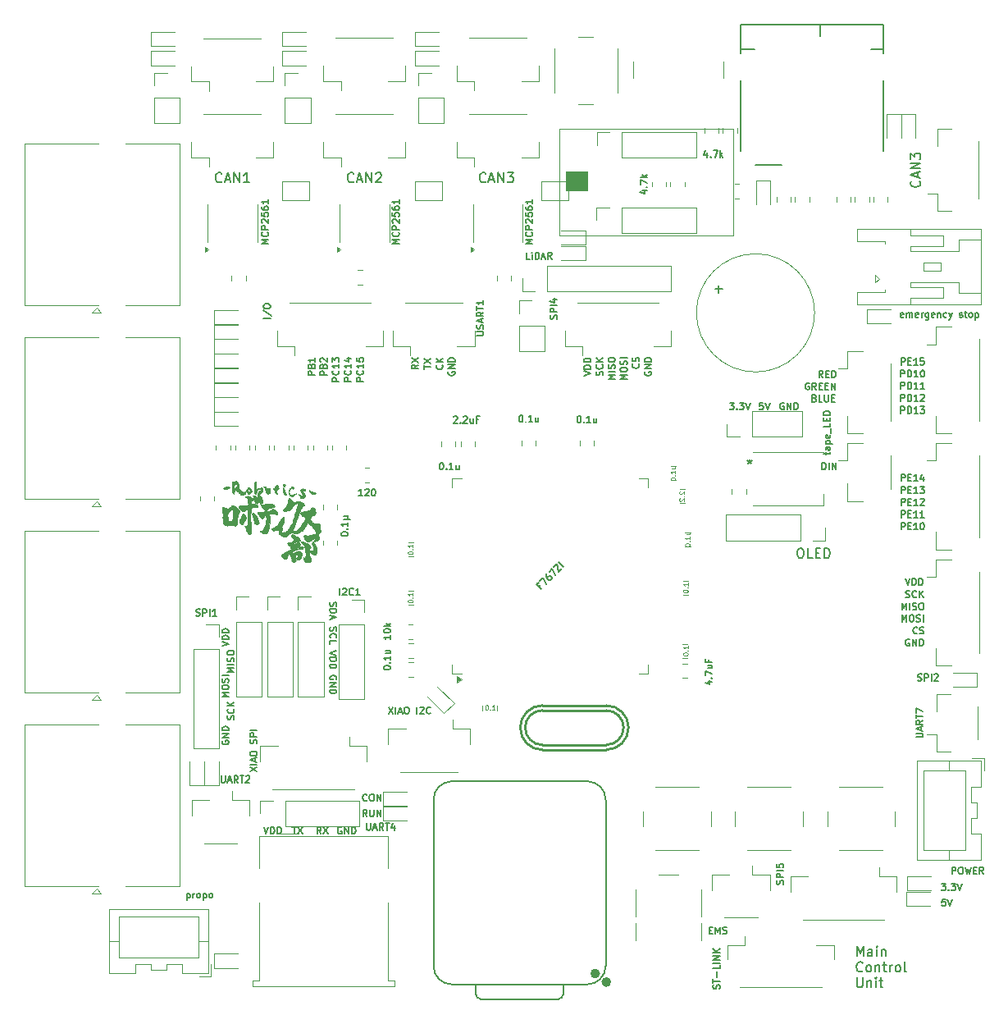
<source format=gbr>
%TF.GenerationSoftware,KiCad,Pcbnew,8.0.3*%
%TF.CreationDate,2024-12-04T19:25:53+09:00*%
%TF.ProjectId,nnct-main,6e6e6374-2d6d-4616-996e-2e6b69636164,rev?*%
%TF.SameCoordinates,Original*%
%TF.FileFunction,Legend,Top*%
%TF.FilePolarity,Positive*%
%FSLAX46Y46*%
G04 Gerber Fmt 4.6, Leading zero omitted, Abs format (unit mm)*
G04 Created by KiCad (PCBNEW 8.0.3) date 2024-12-04 19:25:53*
%MOMM*%
%LPD*%
G01*
G04 APERTURE LIST*
%ADD10C,0.150000*%
%ADD11C,0.200000*%
%ADD12C,0.120000*%
%ADD13C,0.254000*%
%ADD14C,0.010000*%
%ADD15C,0.127000*%
%ADD16C,0.100000*%
%ADD17C,0.504000*%
G04 APERTURE END LIST*
D10*
X102849999Y-42789866D02*
X102849999Y-43256533D01*
X102683333Y-42523200D02*
X102516666Y-43023200D01*
X102516666Y-43023200D02*
X102949999Y-43023200D01*
X103216666Y-43189866D02*
X103250000Y-43223200D01*
X103250000Y-43223200D02*
X103216666Y-43256533D01*
X103216666Y-43256533D02*
X103183333Y-43223200D01*
X103183333Y-43223200D02*
X103216666Y-43189866D01*
X103216666Y-43189866D02*
X103216666Y-43256533D01*
X103483333Y-42556533D02*
X103949999Y-42556533D01*
X103949999Y-42556533D02*
X103649999Y-43256533D01*
X104216666Y-43256533D02*
X104216666Y-42556533D01*
X104283333Y-42989866D02*
X104483333Y-43256533D01*
X104483333Y-42789866D02*
X104216666Y-43056533D01*
X50092500Y-90552700D02*
X50192500Y-90586033D01*
X50192500Y-90586033D02*
X50359167Y-90586033D01*
X50359167Y-90586033D02*
X50425833Y-90552700D01*
X50425833Y-90552700D02*
X50459167Y-90519366D01*
X50459167Y-90519366D02*
X50492500Y-90452700D01*
X50492500Y-90452700D02*
X50492500Y-90386033D01*
X50492500Y-90386033D02*
X50459167Y-90319366D01*
X50459167Y-90319366D02*
X50425833Y-90286033D01*
X50425833Y-90286033D02*
X50359167Y-90252700D01*
X50359167Y-90252700D02*
X50225833Y-90219366D01*
X50225833Y-90219366D02*
X50159167Y-90186033D01*
X50159167Y-90186033D02*
X50125833Y-90152700D01*
X50125833Y-90152700D02*
X50092500Y-90086033D01*
X50092500Y-90086033D02*
X50092500Y-90019366D01*
X50092500Y-90019366D02*
X50125833Y-89952700D01*
X50125833Y-89952700D02*
X50159167Y-89919366D01*
X50159167Y-89919366D02*
X50225833Y-89886033D01*
X50225833Y-89886033D02*
X50392500Y-89886033D01*
X50392500Y-89886033D02*
X50492500Y-89919366D01*
X50792500Y-90586033D02*
X50792500Y-89886033D01*
X50792500Y-89886033D02*
X51059167Y-89886033D01*
X51059167Y-89886033D02*
X51125834Y-89919366D01*
X51125834Y-89919366D02*
X51159167Y-89952700D01*
X51159167Y-89952700D02*
X51192500Y-90019366D01*
X51192500Y-90019366D02*
X51192500Y-90119366D01*
X51192500Y-90119366D02*
X51159167Y-90186033D01*
X51159167Y-90186033D02*
X51125834Y-90219366D01*
X51125834Y-90219366D02*
X51059167Y-90252700D01*
X51059167Y-90252700D02*
X50792500Y-90252700D01*
X51492500Y-90586033D02*
X51492500Y-89886033D01*
X52192500Y-90586033D02*
X51792500Y-90586033D01*
X51992500Y-90586033D02*
X51992500Y-89886033D01*
X51992500Y-89886033D02*
X51925833Y-89986033D01*
X51925833Y-89986033D02*
X51859167Y-90052700D01*
X51859167Y-90052700D02*
X51792500Y-90086033D01*
X67725833Y-109619366D02*
X67692500Y-109652700D01*
X67692500Y-109652700D02*
X67592500Y-109686033D01*
X67592500Y-109686033D02*
X67525833Y-109686033D01*
X67525833Y-109686033D02*
X67425833Y-109652700D01*
X67425833Y-109652700D02*
X67359167Y-109586033D01*
X67359167Y-109586033D02*
X67325833Y-109519366D01*
X67325833Y-109519366D02*
X67292500Y-109386033D01*
X67292500Y-109386033D02*
X67292500Y-109286033D01*
X67292500Y-109286033D02*
X67325833Y-109152700D01*
X67325833Y-109152700D02*
X67359167Y-109086033D01*
X67359167Y-109086033D02*
X67425833Y-109019366D01*
X67425833Y-109019366D02*
X67525833Y-108986033D01*
X67525833Y-108986033D02*
X67592500Y-108986033D01*
X67592500Y-108986033D02*
X67692500Y-109019366D01*
X67692500Y-109019366D02*
X67725833Y-109052700D01*
X68159167Y-108986033D02*
X68292500Y-108986033D01*
X68292500Y-108986033D02*
X68359167Y-109019366D01*
X68359167Y-109019366D02*
X68425833Y-109086033D01*
X68425833Y-109086033D02*
X68459167Y-109219366D01*
X68459167Y-109219366D02*
X68459167Y-109452700D01*
X68459167Y-109452700D02*
X68425833Y-109586033D01*
X68425833Y-109586033D02*
X68359167Y-109652700D01*
X68359167Y-109652700D02*
X68292500Y-109686033D01*
X68292500Y-109686033D02*
X68159167Y-109686033D01*
X68159167Y-109686033D02*
X68092500Y-109652700D01*
X68092500Y-109652700D02*
X68025833Y-109586033D01*
X68025833Y-109586033D02*
X67992500Y-109452700D01*
X67992500Y-109452700D02*
X67992500Y-109219366D01*
X67992500Y-109219366D02*
X68025833Y-109086033D01*
X68025833Y-109086033D02*
X68092500Y-109019366D01*
X68092500Y-109019366D02*
X68159167Y-108986033D01*
X68759166Y-109686033D02*
X68759166Y-108986033D01*
X68759166Y-108986033D02*
X69159166Y-109686033D01*
X69159166Y-109686033D02*
X69159166Y-108986033D01*
D11*
X118319673Y-125697331D02*
X118319673Y-124697331D01*
X118319673Y-124697331D02*
X118653006Y-125411616D01*
X118653006Y-125411616D02*
X118986339Y-124697331D01*
X118986339Y-124697331D02*
X118986339Y-125697331D01*
X119891101Y-125697331D02*
X119891101Y-125173521D01*
X119891101Y-125173521D02*
X119843482Y-125078283D01*
X119843482Y-125078283D02*
X119748244Y-125030664D01*
X119748244Y-125030664D02*
X119557768Y-125030664D01*
X119557768Y-125030664D02*
X119462530Y-125078283D01*
X119891101Y-125649712D02*
X119795863Y-125697331D01*
X119795863Y-125697331D02*
X119557768Y-125697331D01*
X119557768Y-125697331D02*
X119462530Y-125649712D01*
X119462530Y-125649712D02*
X119414911Y-125554473D01*
X119414911Y-125554473D02*
X119414911Y-125459235D01*
X119414911Y-125459235D02*
X119462530Y-125363997D01*
X119462530Y-125363997D02*
X119557768Y-125316378D01*
X119557768Y-125316378D02*
X119795863Y-125316378D01*
X119795863Y-125316378D02*
X119891101Y-125268759D01*
X120367292Y-125697331D02*
X120367292Y-125030664D01*
X120367292Y-124697331D02*
X120319673Y-124744950D01*
X120319673Y-124744950D02*
X120367292Y-124792569D01*
X120367292Y-124792569D02*
X120414911Y-124744950D01*
X120414911Y-124744950D02*
X120367292Y-124697331D01*
X120367292Y-124697331D02*
X120367292Y-124792569D01*
X120843482Y-125030664D02*
X120843482Y-125697331D01*
X120843482Y-125125902D02*
X120891101Y-125078283D01*
X120891101Y-125078283D02*
X120986339Y-125030664D01*
X120986339Y-125030664D02*
X121129196Y-125030664D01*
X121129196Y-125030664D02*
X121224434Y-125078283D01*
X121224434Y-125078283D02*
X121272053Y-125173521D01*
X121272053Y-125173521D02*
X121272053Y-125697331D01*
X118891101Y-127212036D02*
X118843482Y-127259656D01*
X118843482Y-127259656D02*
X118700625Y-127307275D01*
X118700625Y-127307275D02*
X118605387Y-127307275D01*
X118605387Y-127307275D02*
X118462530Y-127259656D01*
X118462530Y-127259656D02*
X118367292Y-127164417D01*
X118367292Y-127164417D02*
X118319673Y-127069179D01*
X118319673Y-127069179D02*
X118272054Y-126878703D01*
X118272054Y-126878703D02*
X118272054Y-126735846D01*
X118272054Y-126735846D02*
X118319673Y-126545370D01*
X118319673Y-126545370D02*
X118367292Y-126450132D01*
X118367292Y-126450132D02*
X118462530Y-126354894D01*
X118462530Y-126354894D02*
X118605387Y-126307275D01*
X118605387Y-126307275D02*
X118700625Y-126307275D01*
X118700625Y-126307275D02*
X118843482Y-126354894D01*
X118843482Y-126354894D02*
X118891101Y-126402513D01*
X119462530Y-127307275D02*
X119367292Y-127259656D01*
X119367292Y-127259656D02*
X119319673Y-127212036D01*
X119319673Y-127212036D02*
X119272054Y-127116798D01*
X119272054Y-127116798D02*
X119272054Y-126831084D01*
X119272054Y-126831084D02*
X119319673Y-126735846D01*
X119319673Y-126735846D02*
X119367292Y-126688227D01*
X119367292Y-126688227D02*
X119462530Y-126640608D01*
X119462530Y-126640608D02*
X119605387Y-126640608D01*
X119605387Y-126640608D02*
X119700625Y-126688227D01*
X119700625Y-126688227D02*
X119748244Y-126735846D01*
X119748244Y-126735846D02*
X119795863Y-126831084D01*
X119795863Y-126831084D02*
X119795863Y-127116798D01*
X119795863Y-127116798D02*
X119748244Y-127212036D01*
X119748244Y-127212036D02*
X119700625Y-127259656D01*
X119700625Y-127259656D02*
X119605387Y-127307275D01*
X119605387Y-127307275D02*
X119462530Y-127307275D01*
X120224435Y-126640608D02*
X120224435Y-127307275D01*
X120224435Y-126735846D02*
X120272054Y-126688227D01*
X120272054Y-126688227D02*
X120367292Y-126640608D01*
X120367292Y-126640608D02*
X120510149Y-126640608D01*
X120510149Y-126640608D02*
X120605387Y-126688227D01*
X120605387Y-126688227D02*
X120653006Y-126783465D01*
X120653006Y-126783465D02*
X120653006Y-127307275D01*
X120986340Y-126640608D02*
X121367292Y-126640608D01*
X121129197Y-126307275D02*
X121129197Y-127164417D01*
X121129197Y-127164417D02*
X121176816Y-127259656D01*
X121176816Y-127259656D02*
X121272054Y-127307275D01*
X121272054Y-127307275D02*
X121367292Y-127307275D01*
X121700626Y-127307275D02*
X121700626Y-126640608D01*
X121700626Y-126831084D02*
X121748245Y-126735846D01*
X121748245Y-126735846D02*
X121795864Y-126688227D01*
X121795864Y-126688227D02*
X121891102Y-126640608D01*
X121891102Y-126640608D02*
X121986340Y-126640608D01*
X122462531Y-127307275D02*
X122367293Y-127259656D01*
X122367293Y-127259656D02*
X122319674Y-127212036D01*
X122319674Y-127212036D02*
X122272055Y-127116798D01*
X122272055Y-127116798D02*
X122272055Y-126831084D01*
X122272055Y-126831084D02*
X122319674Y-126735846D01*
X122319674Y-126735846D02*
X122367293Y-126688227D01*
X122367293Y-126688227D02*
X122462531Y-126640608D01*
X122462531Y-126640608D02*
X122605388Y-126640608D01*
X122605388Y-126640608D02*
X122700626Y-126688227D01*
X122700626Y-126688227D02*
X122748245Y-126735846D01*
X122748245Y-126735846D02*
X122795864Y-126831084D01*
X122795864Y-126831084D02*
X122795864Y-127116798D01*
X122795864Y-127116798D02*
X122748245Y-127212036D01*
X122748245Y-127212036D02*
X122700626Y-127259656D01*
X122700626Y-127259656D02*
X122605388Y-127307275D01*
X122605388Y-127307275D02*
X122462531Y-127307275D01*
X123367293Y-127307275D02*
X123272055Y-127259656D01*
X123272055Y-127259656D02*
X123224436Y-127164417D01*
X123224436Y-127164417D02*
X123224436Y-126307275D01*
X118319673Y-127917219D02*
X118319673Y-128726742D01*
X118319673Y-128726742D02*
X118367292Y-128821980D01*
X118367292Y-128821980D02*
X118414911Y-128869600D01*
X118414911Y-128869600D02*
X118510149Y-128917219D01*
X118510149Y-128917219D02*
X118700625Y-128917219D01*
X118700625Y-128917219D02*
X118795863Y-128869600D01*
X118795863Y-128869600D02*
X118843482Y-128821980D01*
X118843482Y-128821980D02*
X118891101Y-128726742D01*
X118891101Y-128726742D02*
X118891101Y-127917219D01*
X119367292Y-128250552D02*
X119367292Y-128917219D01*
X119367292Y-128345790D02*
X119414911Y-128298171D01*
X119414911Y-128298171D02*
X119510149Y-128250552D01*
X119510149Y-128250552D02*
X119653006Y-128250552D01*
X119653006Y-128250552D02*
X119748244Y-128298171D01*
X119748244Y-128298171D02*
X119795863Y-128393409D01*
X119795863Y-128393409D02*
X119795863Y-128917219D01*
X120272054Y-128917219D02*
X120272054Y-128250552D01*
X120272054Y-127917219D02*
X120224435Y-127964838D01*
X120224435Y-127964838D02*
X120272054Y-128012457D01*
X120272054Y-128012457D02*
X120319673Y-127964838D01*
X120319673Y-127964838D02*
X120272054Y-127917219D01*
X120272054Y-127917219D02*
X120272054Y-128012457D01*
X120605387Y-128250552D02*
X120986339Y-128250552D01*
X120748244Y-127917219D02*
X120748244Y-128774361D01*
X120748244Y-128774361D02*
X120795863Y-128869600D01*
X120795863Y-128869600D02*
X120891101Y-128917219D01*
X120891101Y-128917219D02*
X120986339Y-128917219D01*
D12*
X80061548Y-99795069D02*
X80109167Y-99795069D01*
X80109167Y-99795069D02*
X80156786Y-99818879D01*
X80156786Y-99818879D02*
X80180596Y-99842688D01*
X80180596Y-99842688D02*
X80204405Y-99890307D01*
X80204405Y-99890307D02*
X80228215Y-99985545D01*
X80228215Y-99985545D02*
X80228215Y-100104593D01*
X80228215Y-100104593D02*
X80204405Y-100199831D01*
X80204405Y-100199831D02*
X80180596Y-100247450D01*
X80180596Y-100247450D02*
X80156786Y-100271260D01*
X80156786Y-100271260D02*
X80109167Y-100295069D01*
X80109167Y-100295069D02*
X80061548Y-100295069D01*
X80061548Y-100295069D02*
X80013929Y-100271260D01*
X80013929Y-100271260D02*
X79990120Y-100247450D01*
X79990120Y-100247450D02*
X79966310Y-100199831D01*
X79966310Y-100199831D02*
X79942501Y-100104593D01*
X79942501Y-100104593D02*
X79942501Y-99985545D01*
X79942501Y-99985545D02*
X79966310Y-99890307D01*
X79966310Y-99890307D02*
X79990120Y-99842688D01*
X79990120Y-99842688D02*
X80013929Y-99818879D01*
X80013929Y-99818879D02*
X80061548Y-99795069D01*
X80442500Y-100247450D02*
X80466310Y-100271260D01*
X80466310Y-100271260D02*
X80442500Y-100295069D01*
X80442500Y-100295069D02*
X80418691Y-100271260D01*
X80418691Y-100271260D02*
X80442500Y-100247450D01*
X80442500Y-100247450D02*
X80442500Y-100295069D01*
X80942500Y-100295069D02*
X80656786Y-100295069D01*
X80799643Y-100295069D02*
X80799643Y-99795069D01*
X80799643Y-99795069D02*
X80752024Y-99866498D01*
X80752024Y-99866498D02*
X80704405Y-99914117D01*
X80704405Y-99914117D02*
X80656786Y-99937926D01*
D10*
X123716667Y-93019366D02*
X123650000Y-92986033D01*
X123650000Y-92986033D02*
X123550000Y-92986033D01*
X123550000Y-92986033D02*
X123450000Y-93019366D01*
X123450000Y-93019366D02*
X123383334Y-93086033D01*
X123383334Y-93086033D02*
X123350000Y-93152700D01*
X123350000Y-93152700D02*
X123316667Y-93286033D01*
X123316667Y-93286033D02*
X123316667Y-93386033D01*
X123316667Y-93386033D02*
X123350000Y-93519366D01*
X123350000Y-93519366D02*
X123383334Y-93586033D01*
X123383334Y-93586033D02*
X123450000Y-93652700D01*
X123450000Y-93652700D02*
X123550000Y-93686033D01*
X123550000Y-93686033D02*
X123616667Y-93686033D01*
X123616667Y-93686033D02*
X123716667Y-93652700D01*
X123716667Y-93652700D02*
X123750000Y-93619366D01*
X123750000Y-93619366D02*
X123750000Y-93386033D01*
X123750000Y-93386033D02*
X123616667Y-93386033D01*
X124050000Y-93686033D02*
X124050000Y-92986033D01*
X124050000Y-92986033D02*
X124450000Y-93686033D01*
X124450000Y-93686033D02*
X124450000Y-92986033D01*
X124783333Y-93686033D02*
X124783333Y-92986033D01*
X124783333Y-92986033D02*
X124950000Y-92986033D01*
X124950000Y-92986033D02*
X125050000Y-93019366D01*
X125050000Y-93019366D02*
X125116667Y-93086033D01*
X125116667Y-93086033D02*
X125150000Y-93152700D01*
X125150000Y-93152700D02*
X125183333Y-93286033D01*
X125183333Y-93286033D02*
X125183333Y-93386033D01*
X125183333Y-93386033D02*
X125150000Y-93519366D01*
X125150000Y-93519366D02*
X125116667Y-93586033D01*
X125116667Y-93586033D02*
X125050000Y-93652700D01*
X125050000Y-93652700D02*
X124950000Y-93686033D01*
X124950000Y-93686033D02*
X124783333Y-93686033D01*
X54022014Y-96409999D02*
X53322014Y-96409999D01*
X53322014Y-96409999D02*
X53822014Y-96176666D01*
X53822014Y-96176666D02*
X53322014Y-95943332D01*
X53322014Y-95943332D02*
X54022014Y-95943332D01*
X54022014Y-95609999D02*
X53322014Y-95609999D01*
X53988681Y-95309999D02*
X54022014Y-95209999D01*
X54022014Y-95209999D02*
X54022014Y-95043333D01*
X54022014Y-95043333D02*
X53988681Y-94976666D01*
X53988681Y-94976666D02*
X53955347Y-94943333D01*
X53955347Y-94943333D02*
X53888681Y-94909999D01*
X53888681Y-94909999D02*
X53822014Y-94909999D01*
X53822014Y-94909999D02*
X53755347Y-94943333D01*
X53755347Y-94943333D02*
X53722014Y-94976666D01*
X53722014Y-94976666D02*
X53688681Y-95043333D01*
X53688681Y-95043333D02*
X53655347Y-95176666D01*
X53655347Y-95176666D02*
X53622014Y-95243333D01*
X53622014Y-95243333D02*
X53588681Y-95276666D01*
X53588681Y-95276666D02*
X53522014Y-95309999D01*
X53522014Y-95309999D02*
X53455347Y-95309999D01*
X53455347Y-95309999D02*
X53388681Y-95276666D01*
X53388681Y-95276666D02*
X53355347Y-95243333D01*
X53355347Y-95243333D02*
X53322014Y-95176666D01*
X53322014Y-95176666D02*
X53322014Y-95009999D01*
X53322014Y-95009999D02*
X53355347Y-94909999D01*
X53322014Y-94476666D02*
X53322014Y-94343332D01*
X53322014Y-94343332D02*
X53355347Y-94276666D01*
X53355347Y-94276666D02*
X53422014Y-94209999D01*
X53422014Y-94209999D02*
X53555347Y-94176666D01*
X53555347Y-94176666D02*
X53788681Y-94176666D01*
X53788681Y-94176666D02*
X53922014Y-94209999D01*
X53922014Y-94209999D02*
X53988681Y-94276666D01*
X53988681Y-94276666D02*
X54022014Y-94343332D01*
X54022014Y-94343332D02*
X54022014Y-94476666D01*
X54022014Y-94476666D02*
X53988681Y-94543332D01*
X53988681Y-94543332D02*
X53922014Y-94609999D01*
X53922014Y-94609999D02*
X53788681Y-94643332D01*
X53788681Y-94643332D02*
X53555347Y-94643332D01*
X53555347Y-94643332D02*
X53422014Y-94609999D01*
X53422014Y-94609999D02*
X53355347Y-94543332D01*
X53355347Y-94543332D02*
X53322014Y-94476666D01*
X122883333Y-77936033D02*
X122883333Y-77236033D01*
X122883333Y-77236033D02*
X123150000Y-77236033D01*
X123150000Y-77236033D02*
X123216667Y-77269366D01*
X123216667Y-77269366D02*
X123250000Y-77302700D01*
X123250000Y-77302700D02*
X123283333Y-77369366D01*
X123283333Y-77369366D02*
X123283333Y-77469366D01*
X123283333Y-77469366D02*
X123250000Y-77536033D01*
X123250000Y-77536033D02*
X123216667Y-77569366D01*
X123216667Y-77569366D02*
X123150000Y-77602700D01*
X123150000Y-77602700D02*
X122883333Y-77602700D01*
X123583333Y-77569366D02*
X123816667Y-77569366D01*
X123916667Y-77936033D02*
X123583333Y-77936033D01*
X123583333Y-77936033D02*
X123583333Y-77236033D01*
X123583333Y-77236033D02*
X123916667Y-77236033D01*
X124583333Y-77936033D02*
X124183333Y-77936033D01*
X124383333Y-77936033D02*
X124383333Y-77236033D01*
X124383333Y-77236033D02*
X124316666Y-77336033D01*
X124316666Y-77336033D02*
X124250000Y-77402700D01*
X124250000Y-77402700D02*
X124183333Y-77436033D01*
X124816667Y-77236033D02*
X125250000Y-77236033D01*
X125250000Y-77236033D02*
X125016667Y-77502700D01*
X125016667Y-77502700D02*
X125116667Y-77502700D01*
X125116667Y-77502700D02*
X125183333Y-77536033D01*
X125183333Y-77536033D02*
X125216667Y-77569366D01*
X125216667Y-77569366D02*
X125250000Y-77636033D01*
X125250000Y-77636033D02*
X125250000Y-77802700D01*
X125250000Y-77802700D02*
X125216667Y-77869366D01*
X125216667Y-77869366D02*
X125183333Y-77902700D01*
X125183333Y-77902700D02*
X125116667Y-77936033D01*
X125116667Y-77936033D02*
X124916667Y-77936033D01*
X124916667Y-77936033D02*
X124850000Y-77902700D01*
X124850000Y-77902700D02*
X124816667Y-77869366D01*
X128115350Y-117216033D02*
X128115350Y-116516033D01*
X128115350Y-116516033D02*
X128382017Y-116516033D01*
X128382017Y-116516033D02*
X128448684Y-116549366D01*
X128448684Y-116549366D02*
X128482017Y-116582700D01*
X128482017Y-116582700D02*
X128515350Y-116649366D01*
X128515350Y-116649366D02*
X128515350Y-116749366D01*
X128515350Y-116749366D02*
X128482017Y-116816033D01*
X128482017Y-116816033D02*
X128448684Y-116849366D01*
X128448684Y-116849366D02*
X128382017Y-116882700D01*
X128382017Y-116882700D02*
X128115350Y-116882700D01*
X128948684Y-116516033D02*
X129082017Y-116516033D01*
X129082017Y-116516033D02*
X129148684Y-116549366D01*
X129148684Y-116549366D02*
X129215350Y-116616033D01*
X129215350Y-116616033D02*
X129248684Y-116749366D01*
X129248684Y-116749366D02*
X129248684Y-116982700D01*
X129248684Y-116982700D02*
X129215350Y-117116033D01*
X129215350Y-117116033D02*
X129148684Y-117182700D01*
X129148684Y-117182700D02*
X129082017Y-117216033D01*
X129082017Y-117216033D02*
X128948684Y-117216033D01*
X128948684Y-117216033D02*
X128882017Y-117182700D01*
X128882017Y-117182700D02*
X128815350Y-117116033D01*
X128815350Y-117116033D02*
X128782017Y-116982700D01*
X128782017Y-116982700D02*
X128782017Y-116749366D01*
X128782017Y-116749366D02*
X128815350Y-116616033D01*
X128815350Y-116616033D02*
X128882017Y-116549366D01*
X128882017Y-116549366D02*
X128948684Y-116516033D01*
X129482017Y-116516033D02*
X129648683Y-117216033D01*
X129648683Y-117216033D02*
X129782017Y-116716033D01*
X129782017Y-116716033D02*
X129915350Y-117216033D01*
X129915350Y-117216033D02*
X130082017Y-116516033D01*
X130348683Y-116849366D02*
X130582017Y-116849366D01*
X130682017Y-117216033D02*
X130348683Y-117216033D01*
X130348683Y-117216033D02*
X130348683Y-116516033D01*
X130348683Y-116516033D02*
X130682017Y-116516033D01*
X131382016Y-117216033D02*
X131148683Y-116882700D01*
X130982016Y-117216033D02*
X130982016Y-116516033D01*
X130982016Y-116516033D02*
X131248683Y-116516033D01*
X131248683Y-116516033D02*
X131315350Y-116549366D01*
X131315350Y-116549366D02*
X131348683Y-116582700D01*
X131348683Y-116582700D02*
X131382016Y-116649366D01*
X131382016Y-116649366D02*
X131382016Y-116749366D01*
X131382016Y-116749366D02*
X131348683Y-116816033D01*
X131348683Y-116816033D02*
X131315350Y-116849366D01*
X131315350Y-116849366D02*
X131248683Y-116882700D01*
X131248683Y-116882700D02*
X130982016Y-116882700D01*
X85616747Y-87424146D02*
X85451755Y-87589137D01*
X85711028Y-87848410D02*
X85216053Y-87353435D01*
X85216053Y-87353435D02*
X85451755Y-87117733D01*
X85593177Y-86976312D02*
X85923160Y-86646328D01*
X85923160Y-86646328D02*
X86206002Y-87353435D01*
X86323854Y-86245634D02*
X86229573Y-86339915D01*
X86229573Y-86339915D02*
X86206003Y-86410626D01*
X86206003Y-86410626D02*
X86206003Y-86457766D01*
X86206003Y-86457766D02*
X86229573Y-86575617D01*
X86229573Y-86575617D02*
X86300284Y-86693469D01*
X86300284Y-86693469D02*
X86488845Y-86882030D01*
X86488845Y-86882030D02*
X86559556Y-86905601D01*
X86559556Y-86905601D02*
X86606697Y-86905601D01*
X86606697Y-86905601D02*
X86677407Y-86882030D01*
X86677407Y-86882030D02*
X86771688Y-86787749D01*
X86771688Y-86787749D02*
X86795258Y-86717039D01*
X86795258Y-86717039D02*
X86795258Y-86669898D01*
X86795258Y-86669898D02*
X86771688Y-86599188D01*
X86771688Y-86599188D02*
X86653837Y-86481337D01*
X86653837Y-86481337D02*
X86583126Y-86457766D01*
X86583126Y-86457766D02*
X86535986Y-86457766D01*
X86535986Y-86457766D02*
X86465275Y-86481337D01*
X86465275Y-86481337D02*
X86370994Y-86575617D01*
X86370994Y-86575617D02*
X86347424Y-86646328D01*
X86347424Y-86646328D02*
X86347424Y-86693469D01*
X86347424Y-86693469D02*
X86370994Y-86764179D01*
X86535986Y-86033502D02*
X86865969Y-85703519D01*
X86865969Y-85703519D02*
X87148812Y-86410626D01*
X87007391Y-85562097D02*
X87337374Y-85232114D01*
X87337374Y-85232114D02*
X87502366Y-86057072D01*
X87502366Y-86057072D02*
X87832349Y-85727089D01*
X88020911Y-85538527D02*
X87525936Y-85043552D01*
X73608533Y-65103333D02*
X73608533Y-64703333D01*
X74308533Y-64903333D02*
X73608533Y-64903333D01*
X73608533Y-64536667D02*
X74308533Y-64070000D01*
X73608533Y-64070000D02*
X74308533Y-64536667D01*
D12*
X100367569Y-88050951D02*
X100367569Y-88003332D01*
X100367569Y-88003332D02*
X100391379Y-87955713D01*
X100391379Y-87955713D02*
X100415188Y-87931903D01*
X100415188Y-87931903D02*
X100462807Y-87908094D01*
X100462807Y-87908094D02*
X100558045Y-87884284D01*
X100558045Y-87884284D02*
X100677093Y-87884284D01*
X100677093Y-87884284D02*
X100772331Y-87908094D01*
X100772331Y-87908094D02*
X100819950Y-87931903D01*
X100819950Y-87931903D02*
X100843760Y-87955713D01*
X100843760Y-87955713D02*
X100867569Y-88003332D01*
X100867569Y-88003332D02*
X100867569Y-88050951D01*
X100867569Y-88050951D02*
X100843760Y-88098570D01*
X100843760Y-88098570D02*
X100819950Y-88122379D01*
X100819950Y-88122379D02*
X100772331Y-88146189D01*
X100772331Y-88146189D02*
X100677093Y-88169998D01*
X100677093Y-88169998D02*
X100558045Y-88169998D01*
X100558045Y-88169998D02*
X100462807Y-88146189D01*
X100462807Y-88146189D02*
X100415188Y-88122379D01*
X100415188Y-88122379D02*
X100391379Y-88098570D01*
X100391379Y-88098570D02*
X100367569Y-88050951D01*
X100819950Y-87669999D02*
X100843760Y-87646189D01*
X100843760Y-87646189D02*
X100867569Y-87669999D01*
X100867569Y-87669999D02*
X100843760Y-87693808D01*
X100843760Y-87693808D02*
X100819950Y-87669999D01*
X100819950Y-87669999D02*
X100867569Y-87669999D01*
X100867569Y-87169999D02*
X100867569Y-87455713D01*
X100867569Y-87312856D02*
X100367569Y-87312856D01*
X100367569Y-87312856D02*
X100438998Y-87360475D01*
X100438998Y-87360475D02*
X100486617Y-87408094D01*
X100486617Y-87408094D02*
X100510426Y-87455713D01*
D10*
X127048684Y-118195533D02*
X127482017Y-118195533D01*
X127482017Y-118195533D02*
X127248684Y-118462200D01*
X127248684Y-118462200D02*
X127348684Y-118462200D01*
X127348684Y-118462200D02*
X127415350Y-118495533D01*
X127415350Y-118495533D02*
X127448684Y-118528866D01*
X127448684Y-118528866D02*
X127482017Y-118595533D01*
X127482017Y-118595533D02*
X127482017Y-118762200D01*
X127482017Y-118762200D02*
X127448684Y-118828866D01*
X127448684Y-118828866D02*
X127415350Y-118862200D01*
X127415350Y-118862200D02*
X127348684Y-118895533D01*
X127348684Y-118895533D02*
X127148684Y-118895533D01*
X127148684Y-118895533D02*
X127082017Y-118862200D01*
X127082017Y-118862200D02*
X127048684Y-118828866D01*
X127782017Y-118828866D02*
X127815351Y-118862200D01*
X127815351Y-118862200D02*
X127782017Y-118895533D01*
X127782017Y-118895533D02*
X127748684Y-118862200D01*
X127748684Y-118862200D02*
X127782017Y-118828866D01*
X127782017Y-118828866D02*
X127782017Y-118895533D01*
X128048684Y-118195533D02*
X128482017Y-118195533D01*
X128482017Y-118195533D02*
X128248684Y-118462200D01*
X128248684Y-118462200D02*
X128348684Y-118462200D01*
X128348684Y-118462200D02*
X128415350Y-118495533D01*
X128415350Y-118495533D02*
X128448684Y-118528866D01*
X128448684Y-118528866D02*
X128482017Y-118595533D01*
X128482017Y-118595533D02*
X128482017Y-118762200D01*
X128482017Y-118762200D02*
X128448684Y-118828866D01*
X128448684Y-118828866D02*
X128415350Y-118862200D01*
X128415350Y-118862200D02*
X128348684Y-118895533D01*
X128348684Y-118895533D02*
X128148684Y-118895533D01*
X128148684Y-118895533D02*
X128082017Y-118862200D01*
X128082017Y-118862200D02*
X128048684Y-118828866D01*
X128682017Y-118195533D02*
X128915351Y-118895533D01*
X128915351Y-118895533D02*
X129148684Y-118195533D01*
X57549033Y-52204649D02*
X56849033Y-52204649D01*
X56849033Y-52204649D02*
X57349033Y-51971316D01*
X57349033Y-51971316D02*
X56849033Y-51737982D01*
X56849033Y-51737982D02*
X57549033Y-51737982D01*
X57482366Y-51004649D02*
X57515700Y-51037982D01*
X57515700Y-51037982D02*
X57549033Y-51137982D01*
X57549033Y-51137982D02*
X57549033Y-51204649D01*
X57549033Y-51204649D02*
X57515700Y-51304649D01*
X57515700Y-51304649D02*
X57449033Y-51371316D01*
X57449033Y-51371316D02*
X57382366Y-51404649D01*
X57382366Y-51404649D02*
X57249033Y-51437982D01*
X57249033Y-51437982D02*
X57149033Y-51437982D01*
X57149033Y-51437982D02*
X57015700Y-51404649D01*
X57015700Y-51404649D02*
X56949033Y-51371316D01*
X56949033Y-51371316D02*
X56882366Y-51304649D01*
X56882366Y-51304649D02*
X56849033Y-51204649D01*
X56849033Y-51204649D02*
X56849033Y-51137982D01*
X56849033Y-51137982D02*
X56882366Y-51037982D01*
X56882366Y-51037982D02*
X56915700Y-51004649D01*
X57549033Y-50704649D02*
X56849033Y-50704649D01*
X56849033Y-50704649D02*
X56849033Y-50437982D01*
X56849033Y-50437982D02*
X56882366Y-50371316D01*
X56882366Y-50371316D02*
X56915700Y-50337982D01*
X56915700Y-50337982D02*
X56982366Y-50304649D01*
X56982366Y-50304649D02*
X57082366Y-50304649D01*
X57082366Y-50304649D02*
X57149033Y-50337982D01*
X57149033Y-50337982D02*
X57182366Y-50371316D01*
X57182366Y-50371316D02*
X57215700Y-50437982D01*
X57215700Y-50437982D02*
X57215700Y-50704649D01*
X56915700Y-50037982D02*
X56882366Y-50004649D01*
X56882366Y-50004649D02*
X56849033Y-49937982D01*
X56849033Y-49937982D02*
X56849033Y-49771316D01*
X56849033Y-49771316D02*
X56882366Y-49704649D01*
X56882366Y-49704649D02*
X56915700Y-49671316D01*
X56915700Y-49671316D02*
X56982366Y-49637982D01*
X56982366Y-49637982D02*
X57049033Y-49637982D01*
X57049033Y-49637982D02*
X57149033Y-49671316D01*
X57149033Y-49671316D02*
X57549033Y-50071316D01*
X57549033Y-50071316D02*
X57549033Y-49637982D01*
X56849033Y-49004649D02*
X56849033Y-49337982D01*
X56849033Y-49337982D02*
X57182366Y-49371315D01*
X57182366Y-49371315D02*
X57149033Y-49337982D01*
X57149033Y-49337982D02*
X57115700Y-49271315D01*
X57115700Y-49271315D02*
X57115700Y-49104649D01*
X57115700Y-49104649D02*
X57149033Y-49037982D01*
X57149033Y-49037982D02*
X57182366Y-49004649D01*
X57182366Y-49004649D02*
X57249033Y-48971315D01*
X57249033Y-48971315D02*
X57415700Y-48971315D01*
X57415700Y-48971315D02*
X57482366Y-49004649D01*
X57482366Y-49004649D02*
X57515700Y-49037982D01*
X57515700Y-49037982D02*
X57549033Y-49104649D01*
X57549033Y-49104649D02*
X57549033Y-49271315D01*
X57549033Y-49271315D02*
X57515700Y-49337982D01*
X57515700Y-49337982D02*
X57482366Y-49371315D01*
X56849033Y-48371315D02*
X56849033Y-48504648D01*
X56849033Y-48504648D02*
X56882366Y-48571315D01*
X56882366Y-48571315D02*
X56915700Y-48604648D01*
X56915700Y-48604648D02*
X57015700Y-48671315D01*
X57015700Y-48671315D02*
X57149033Y-48704648D01*
X57149033Y-48704648D02*
X57415700Y-48704648D01*
X57415700Y-48704648D02*
X57482366Y-48671315D01*
X57482366Y-48671315D02*
X57515700Y-48637982D01*
X57515700Y-48637982D02*
X57549033Y-48571315D01*
X57549033Y-48571315D02*
X57549033Y-48437982D01*
X57549033Y-48437982D02*
X57515700Y-48371315D01*
X57515700Y-48371315D02*
X57482366Y-48337982D01*
X57482366Y-48337982D02*
X57415700Y-48304648D01*
X57415700Y-48304648D02*
X57249033Y-48304648D01*
X57249033Y-48304648D02*
X57182366Y-48337982D01*
X57182366Y-48337982D02*
X57149033Y-48371315D01*
X57149033Y-48371315D02*
X57115700Y-48437982D01*
X57115700Y-48437982D02*
X57115700Y-48571315D01*
X57115700Y-48571315D02*
X57149033Y-48637982D01*
X57149033Y-48637982D02*
X57182366Y-48671315D01*
X57182366Y-48671315D02*
X57249033Y-48704648D01*
X57549033Y-47637981D02*
X57549033Y-48037981D01*
X57549033Y-47837981D02*
X56849033Y-47837981D01*
X56849033Y-47837981D02*
X56949033Y-47904648D01*
X56949033Y-47904648D02*
X57015700Y-47971315D01*
X57015700Y-47971315D02*
X57049033Y-48037981D01*
X67725833Y-111286033D02*
X67492500Y-110952700D01*
X67325833Y-111286033D02*
X67325833Y-110586033D01*
X67325833Y-110586033D02*
X67592500Y-110586033D01*
X67592500Y-110586033D02*
X67659167Y-110619366D01*
X67659167Y-110619366D02*
X67692500Y-110652700D01*
X67692500Y-110652700D02*
X67725833Y-110719366D01*
X67725833Y-110719366D02*
X67725833Y-110819366D01*
X67725833Y-110819366D02*
X67692500Y-110886033D01*
X67692500Y-110886033D02*
X67659167Y-110919366D01*
X67659167Y-110919366D02*
X67592500Y-110952700D01*
X67592500Y-110952700D02*
X67325833Y-110952700D01*
X68025833Y-110586033D02*
X68025833Y-111152700D01*
X68025833Y-111152700D02*
X68059167Y-111219366D01*
X68059167Y-111219366D02*
X68092500Y-111252700D01*
X68092500Y-111252700D02*
X68159167Y-111286033D01*
X68159167Y-111286033D02*
X68292500Y-111286033D01*
X68292500Y-111286033D02*
X68359167Y-111252700D01*
X68359167Y-111252700D02*
X68392500Y-111219366D01*
X68392500Y-111219366D02*
X68425833Y-111152700D01*
X68425833Y-111152700D02*
X68425833Y-110586033D01*
X68759166Y-111286033D02*
X68759166Y-110586033D01*
X68759166Y-110586033D02*
X69159166Y-111286033D01*
X69159166Y-111286033D02*
X69159166Y-110586033D01*
X64925833Y-88446033D02*
X64925833Y-87746033D01*
X65225833Y-87812700D02*
X65259166Y-87779366D01*
X65259166Y-87779366D02*
X65325833Y-87746033D01*
X65325833Y-87746033D02*
X65492500Y-87746033D01*
X65492500Y-87746033D02*
X65559166Y-87779366D01*
X65559166Y-87779366D02*
X65592500Y-87812700D01*
X65592500Y-87812700D02*
X65625833Y-87879366D01*
X65625833Y-87879366D02*
X65625833Y-87946033D01*
X65625833Y-87946033D02*
X65592500Y-88046033D01*
X65592500Y-88046033D02*
X65192500Y-88446033D01*
X65192500Y-88446033D02*
X65625833Y-88446033D01*
X66325833Y-88379366D02*
X66292500Y-88412700D01*
X66292500Y-88412700D02*
X66192500Y-88446033D01*
X66192500Y-88446033D02*
X66125833Y-88446033D01*
X66125833Y-88446033D02*
X66025833Y-88412700D01*
X66025833Y-88412700D02*
X65959167Y-88346033D01*
X65959167Y-88346033D02*
X65925833Y-88279366D01*
X65925833Y-88279366D02*
X65892500Y-88146033D01*
X65892500Y-88146033D02*
X65892500Y-88046033D01*
X65892500Y-88046033D02*
X65925833Y-87912700D01*
X65925833Y-87912700D02*
X65959167Y-87846033D01*
X65959167Y-87846033D02*
X66025833Y-87779366D01*
X66025833Y-87779366D02*
X66125833Y-87746033D01*
X66125833Y-87746033D02*
X66192500Y-87746033D01*
X66192500Y-87746033D02*
X66292500Y-87779366D01*
X66292500Y-87779366D02*
X66325833Y-87812700D01*
X66992500Y-88446033D02*
X66592500Y-88446033D01*
X66792500Y-88446033D02*
X66792500Y-87746033D01*
X66792500Y-87746033D02*
X66725833Y-87846033D01*
X66725833Y-87846033D02*
X66659167Y-87912700D01*
X66659167Y-87912700D02*
X66592500Y-87946033D01*
X92050200Y-65769999D02*
X92083533Y-65669999D01*
X92083533Y-65669999D02*
X92083533Y-65503333D01*
X92083533Y-65503333D02*
X92050200Y-65436666D01*
X92050200Y-65436666D02*
X92016866Y-65403333D01*
X92016866Y-65403333D02*
X91950200Y-65369999D01*
X91950200Y-65369999D02*
X91883533Y-65369999D01*
X91883533Y-65369999D02*
X91816866Y-65403333D01*
X91816866Y-65403333D02*
X91783533Y-65436666D01*
X91783533Y-65436666D02*
X91750200Y-65503333D01*
X91750200Y-65503333D02*
X91716866Y-65636666D01*
X91716866Y-65636666D02*
X91683533Y-65703333D01*
X91683533Y-65703333D02*
X91650200Y-65736666D01*
X91650200Y-65736666D02*
X91583533Y-65769999D01*
X91583533Y-65769999D02*
X91516866Y-65769999D01*
X91516866Y-65769999D02*
X91450200Y-65736666D01*
X91450200Y-65736666D02*
X91416866Y-65703333D01*
X91416866Y-65703333D02*
X91383533Y-65636666D01*
X91383533Y-65636666D02*
X91383533Y-65469999D01*
X91383533Y-65469999D02*
X91416866Y-65369999D01*
X92016866Y-64669999D02*
X92050200Y-64703332D01*
X92050200Y-64703332D02*
X92083533Y-64803332D01*
X92083533Y-64803332D02*
X92083533Y-64869999D01*
X92083533Y-64869999D02*
X92050200Y-64969999D01*
X92050200Y-64969999D02*
X91983533Y-65036666D01*
X91983533Y-65036666D02*
X91916866Y-65069999D01*
X91916866Y-65069999D02*
X91783533Y-65103332D01*
X91783533Y-65103332D02*
X91683533Y-65103332D01*
X91683533Y-65103332D02*
X91550200Y-65069999D01*
X91550200Y-65069999D02*
X91483533Y-65036666D01*
X91483533Y-65036666D02*
X91416866Y-64969999D01*
X91416866Y-64969999D02*
X91383533Y-64869999D01*
X91383533Y-64869999D02*
X91383533Y-64803332D01*
X91383533Y-64803332D02*
X91416866Y-64703332D01*
X91416866Y-64703332D02*
X91450200Y-64669999D01*
X92083533Y-64369999D02*
X91383533Y-64369999D01*
X92083533Y-63969999D02*
X91683533Y-64269999D01*
X91383533Y-63969999D02*
X91783533Y-64369999D01*
X63934800Y-91756666D02*
X63901466Y-91856666D01*
X63901466Y-91856666D02*
X63901466Y-92023333D01*
X63901466Y-92023333D02*
X63934800Y-92089999D01*
X63934800Y-92089999D02*
X63968133Y-92123333D01*
X63968133Y-92123333D02*
X64034800Y-92156666D01*
X64034800Y-92156666D02*
X64101466Y-92156666D01*
X64101466Y-92156666D02*
X64168133Y-92123333D01*
X64168133Y-92123333D02*
X64201466Y-92089999D01*
X64201466Y-92089999D02*
X64234800Y-92023333D01*
X64234800Y-92023333D02*
X64268133Y-91889999D01*
X64268133Y-91889999D02*
X64301466Y-91823333D01*
X64301466Y-91823333D02*
X64334800Y-91789999D01*
X64334800Y-91789999D02*
X64401466Y-91756666D01*
X64401466Y-91756666D02*
X64468133Y-91756666D01*
X64468133Y-91756666D02*
X64534800Y-91789999D01*
X64534800Y-91789999D02*
X64568133Y-91823333D01*
X64568133Y-91823333D02*
X64601466Y-91889999D01*
X64601466Y-91889999D02*
X64601466Y-92056666D01*
X64601466Y-92056666D02*
X64568133Y-92156666D01*
X63968133Y-92856666D02*
X63934800Y-92823333D01*
X63934800Y-92823333D02*
X63901466Y-92723333D01*
X63901466Y-92723333D02*
X63901466Y-92656666D01*
X63901466Y-92656666D02*
X63934800Y-92556666D01*
X63934800Y-92556666D02*
X64001466Y-92490000D01*
X64001466Y-92490000D02*
X64068133Y-92456666D01*
X64068133Y-92456666D02*
X64201466Y-92423333D01*
X64201466Y-92423333D02*
X64301466Y-92423333D01*
X64301466Y-92423333D02*
X64434800Y-92456666D01*
X64434800Y-92456666D02*
X64501466Y-92490000D01*
X64501466Y-92490000D02*
X64568133Y-92556666D01*
X64568133Y-92556666D02*
X64601466Y-92656666D01*
X64601466Y-92656666D02*
X64601466Y-92723333D01*
X64601466Y-92723333D02*
X64568133Y-92823333D01*
X64568133Y-92823333D02*
X64534800Y-92856666D01*
X63901466Y-93490000D02*
X63901466Y-93156666D01*
X63901466Y-93156666D02*
X64601466Y-93156666D01*
X105184167Y-68586033D02*
X105617500Y-68586033D01*
X105617500Y-68586033D02*
X105384167Y-68852700D01*
X105384167Y-68852700D02*
X105484167Y-68852700D01*
X105484167Y-68852700D02*
X105550833Y-68886033D01*
X105550833Y-68886033D02*
X105584167Y-68919366D01*
X105584167Y-68919366D02*
X105617500Y-68986033D01*
X105617500Y-68986033D02*
X105617500Y-69152700D01*
X105617500Y-69152700D02*
X105584167Y-69219366D01*
X105584167Y-69219366D02*
X105550833Y-69252700D01*
X105550833Y-69252700D02*
X105484167Y-69286033D01*
X105484167Y-69286033D02*
X105284167Y-69286033D01*
X105284167Y-69286033D02*
X105217500Y-69252700D01*
X105217500Y-69252700D02*
X105184167Y-69219366D01*
X105917500Y-69219366D02*
X105950834Y-69252700D01*
X105950834Y-69252700D02*
X105917500Y-69286033D01*
X105917500Y-69286033D02*
X105884167Y-69252700D01*
X105884167Y-69252700D02*
X105917500Y-69219366D01*
X105917500Y-69219366D02*
X105917500Y-69286033D01*
X106184167Y-68586033D02*
X106617500Y-68586033D01*
X106617500Y-68586033D02*
X106384167Y-68852700D01*
X106384167Y-68852700D02*
X106484167Y-68852700D01*
X106484167Y-68852700D02*
X106550833Y-68886033D01*
X106550833Y-68886033D02*
X106584167Y-68919366D01*
X106584167Y-68919366D02*
X106617500Y-68986033D01*
X106617500Y-68986033D02*
X106617500Y-69152700D01*
X106617500Y-69152700D02*
X106584167Y-69219366D01*
X106584167Y-69219366D02*
X106550833Y-69252700D01*
X106550833Y-69252700D02*
X106484167Y-69286033D01*
X106484167Y-69286033D02*
X106284167Y-69286033D01*
X106284167Y-69286033D02*
X106217500Y-69252700D01*
X106217500Y-69252700D02*
X106184167Y-69219366D01*
X106817500Y-68586033D02*
X107050834Y-69286033D01*
X107050834Y-69286033D02*
X107284167Y-68586033D01*
X124592500Y-97252700D02*
X124692500Y-97286033D01*
X124692500Y-97286033D02*
X124859167Y-97286033D01*
X124859167Y-97286033D02*
X124925833Y-97252700D01*
X124925833Y-97252700D02*
X124959167Y-97219366D01*
X124959167Y-97219366D02*
X124992500Y-97152700D01*
X124992500Y-97152700D02*
X124992500Y-97086033D01*
X124992500Y-97086033D02*
X124959167Y-97019366D01*
X124959167Y-97019366D02*
X124925833Y-96986033D01*
X124925833Y-96986033D02*
X124859167Y-96952700D01*
X124859167Y-96952700D02*
X124725833Y-96919366D01*
X124725833Y-96919366D02*
X124659167Y-96886033D01*
X124659167Y-96886033D02*
X124625833Y-96852700D01*
X124625833Y-96852700D02*
X124592500Y-96786033D01*
X124592500Y-96786033D02*
X124592500Y-96719366D01*
X124592500Y-96719366D02*
X124625833Y-96652700D01*
X124625833Y-96652700D02*
X124659167Y-96619366D01*
X124659167Y-96619366D02*
X124725833Y-96586033D01*
X124725833Y-96586033D02*
X124892500Y-96586033D01*
X124892500Y-96586033D02*
X124992500Y-96619366D01*
X125292500Y-97286033D02*
X125292500Y-96586033D01*
X125292500Y-96586033D02*
X125559167Y-96586033D01*
X125559167Y-96586033D02*
X125625834Y-96619366D01*
X125625834Y-96619366D02*
X125659167Y-96652700D01*
X125659167Y-96652700D02*
X125692500Y-96719366D01*
X125692500Y-96719366D02*
X125692500Y-96819366D01*
X125692500Y-96819366D02*
X125659167Y-96886033D01*
X125659167Y-96886033D02*
X125625834Y-96919366D01*
X125625834Y-96919366D02*
X125559167Y-96952700D01*
X125559167Y-96952700D02*
X125292500Y-96952700D01*
X125992500Y-97286033D02*
X125992500Y-96586033D01*
X126292500Y-96652700D02*
X126325833Y-96619366D01*
X126325833Y-96619366D02*
X126392500Y-96586033D01*
X126392500Y-96586033D02*
X126559167Y-96586033D01*
X126559167Y-96586033D02*
X126625833Y-96619366D01*
X126625833Y-96619366D02*
X126659167Y-96652700D01*
X126659167Y-96652700D02*
X126692500Y-96719366D01*
X126692500Y-96719366D02*
X126692500Y-96786033D01*
X126692500Y-96786033D02*
X126659167Y-96886033D01*
X126659167Y-96886033D02*
X126259167Y-97286033D01*
X126259167Y-97286033D02*
X126692500Y-97286033D01*
X122950000Y-91186033D02*
X122950000Y-90486033D01*
X122950000Y-90486033D02*
X123183334Y-90986033D01*
X123183334Y-90986033D02*
X123416667Y-90486033D01*
X123416667Y-90486033D02*
X123416667Y-91186033D01*
X123883334Y-90486033D02*
X124016667Y-90486033D01*
X124016667Y-90486033D02*
X124083334Y-90519366D01*
X124083334Y-90519366D02*
X124150000Y-90586033D01*
X124150000Y-90586033D02*
X124183334Y-90719366D01*
X124183334Y-90719366D02*
X124183334Y-90952700D01*
X124183334Y-90952700D02*
X124150000Y-91086033D01*
X124150000Y-91086033D02*
X124083334Y-91152700D01*
X124083334Y-91152700D02*
X124016667Y-91186033D01*
X124016667Y-91186033D02*
X123883334Y-91186033D01*
X123883334Y-91186033D02*
X123816667Y-91152700D01*
X123816667Y-91152700D02*
X123750000Y-91086033D01*
X123750000Y-91086033D02*
X123716667Y-90952700D01*
X123716667Y-90952700D02*
X123716667Y-90719366D01*
X123716667Y-90719366D02*
X123750000Y-90586033D01*
X123750000Y-90586033D02*
X123816667Y-90519366D01*
X123816667Y-90519366D02*
X123883334Y-90486033D01*
X124450000Y-91152700D02*
X124550000Y-91186033D01*
X124550000Y-91186033D02*
X124716667Y-91186033D01*
X124716667Y-91186033D02*
X124783333Y-91152700D01*
X124783333Y-91152700D02*
X124816667Y-91119366D01*
X124816667Y-91119366D02*
X124850000Y-91052700D01*
X124850000Y-91052700D02*
X124850000Y-90986033D01*
X124850000Y-90986033D02*
X124816667Y-90919366D01*
X124816667Y-90919366D02*
X124783333Y-90886033D01*
X124783333Y-90886033D02*
X124716667Y-90852700D01*
X124716667Y-90852700D02*
X124583333Y-90819366D01*
X124583333Y-90819366D02*
X124516667Y-90786033D01*
X124516667Y-90786033D02*
X124483333Y-90752700D01*
X124483333Y-90752700D02*
X124450000Y-90686033D01*
X124450000Y-90686033D02*
X124450000Y-90619366D01*
X124450000Y-90619366D02*
X124483333Y-90552700D01*
X124483333Y-90552700D02*
X124516667Y-90519366D01*
X124516667Y-90519366D02*
X124583333Y-90486033D01*
X124583333Y-90486033D02*
X124750000Y-90486033D01*
X124750000Y-90486033D02*
X124850000Y-90519366D01*
X125150000Y-91186033D02*
X125150000Y-90486033D01*
X123316666Y-86736033D02*
X123550000Y-87436033D01*
X123550000Y-87436033D02*
X123783333Y-86736033D01*
X124016666Y-87436033D02*
X124016666Y-86736033D01*
X124016666Y-86736033D02*
X124183333Y-86736033D01*
X124183333Y-86736033D02*
X124283333Y-86769366D01*
X124283333Y-86769366D02*
X124350000Y-86836033D01*
X124350000Y-86836033D02*
X124383333Y-86902700D01*
X124383333Y-86902700D02*
X124416666Y-87036033D01*
X124416666Y-87036033D02*
X124416666Y-87136033D01*
X124416666Y-87136033D02*
X124383333Y-87269366D01*
X124383333Y-87269366D02*
X124350000Y-87336033D01*
X124350000Y-87336033D02*
X124283333Y-87402700D01*
X124283333Y-87402700D02*
X124183333Y-87436033D01*
X124183333Y-87436033D02*
X124016666Y-87436033D01*
X124716666Y-87436033D02*
X124716666Y-86736033D01*
X124716666Y-86736033D02*
X124883333Y-86736033D01*
X124883333Y-86736033D02*
X124983333Y-86769366D01*
X124983333Y-86769366D02*
X125050000Y-86836033D01*
X125050000Y-86836033D02*
X125083333Y-86902700D01*
X125083333Y-86902700D02*
X125116666Y-87036033D01*
X125116666Y-87036033D02*
X125116666Y-87136033D01*
X125116666Y-87136033D02*
X125083333Y-87269366D01*
X125083333Y-87269366D02*
X125050000Y-87336033D01*
X125050000Y-87336033D02*
X124983333Y-87402700D01*
X124983333Y-87402700D02*
X124883333Y-87436033D01*
X124883333Y-87436033D02*
X124716666Y-87436033D01*
D12*
X100022688Y-77744185D02*
X99998879Y-77767994D01*
X99998879Y-77767994D02*
X99975069Y-77815613D01*
X99975069Y-77815613D02*
X99975069Y-77934661D01*
X99975069Y-77934661D02*
X99998879Y-77982280D01*
X99998879Y-77982280D02*
X100022688Y-78006089D01*
X100022688Y-78006089D02*
X100070307Y-78029899D01*
X100070307Y-78029899D02*
X100117926Y-78029899D01*
X100117926Y-78029899D02*
X100189355Y-78006089D01*
X100189355Y-78006089D02*
X100475069Y-77720375D01*
X100475069Y-77720375D02*
X100475069Y-78029899D01*
X100427450Y-78244184D02*
X100451260Y-78267994D01*
X100451260Y-78267994D02*
X100475069Y-78244184D01*
X100475069Y-78244184D02*
X100451260Y-78220375D01*
X100451260Y-78220375D02*
X100427450Y-78244184D01*
X100427450Y-78244184D02*
X100475069Y-78244184D01*
X100022688Y-78458470D02*
X99998879Y-78482279D01*
X99998879Y-78482279D02*
X99975069Y-78529898D01*
X99975069Y-78529898D02*
X99975069Y-78648946D01*
X99975069Y-78648946D02*
X99998879Y-78696565D01*
X99998879Y-78696565D02*
X100022688Y-78720374D01*
X100022688Y-78720374D02*
X100070307Y-78744184D01*
X100070307Y-78744184D02*
X100117926Y-78744184D01*
X100117926Y-78744184D02*
X100189355Y-78720374D01*
X100189355Y-78720374D02*
X100475069Y-78434660D01*
X100475069Y-78434660D02*
X100475069Y-78744184D01*
D10*
X95766866Y-64586666D02*
X95800200Y-64619999D01*
X95800200Y-64619999D02*
X95833533Y-64719999D01*
X95833533Y-64719999D02*
X95833533Y-64786666D01*
X95833533Y-64786666D02*
X95800200Y-64886666D01*
X95800200Y-64886666D02*
X95733533Y-64953333D01*
X95733533Y-64953333D02*
X95666866Y-64986666D01*
X95666866Y-64986666D02*
X95533533Y-65019999D01*
X95533533Y-65019999D02*
X95433533Y-65019999D01*
X95433533Y-65019999D02*
X95300200Y-64986666D01*
X95300200Y-64986666D02*
X95233533Y-64953333D01*
X95233533Y-64953333D02*
X95166866Y-64886666D01*
X95166866Y-64886666D02*
X95133533Y-64786666D01*
X95133533Y-64786666D02*
X95133533Y-64719999D01*
X95133533Y-64719999D02*
X95166866Y-64619999D01*
X95166866Y-64619999D02*
X95200200Y-64586666D01*
X95800200Y-64319999D02*
X95833533Y-64219999D01*
X95833533Y-64219999D02*
X95833533Y-64053333D01*
X95833533Y-64053333D02*
X95800200Y-63986666D01*
X95800200Y-63986666D02*
X95766866Y-63953333D01*
X95766866Y-63953333D02*
X95700200Y-63919999D01*
X95700200Y-63919999D02*
X95633533Y-63919999D01*
X95633533Y-63919999D02*
X95566866Y-63953333D01*
X95566866Y-63953333D02*
X95533533Y-63986666D01*
X95533533Y-63986666D02*
X95500200Y-64053333D01*
X95500200Y-64053333D02*
X95466866Y-64186666D01*
X95466866Y-64186666D02*
X95433533Y-64253333D01*
X95433533Y-64253333D02*
X95400200Y-64286666D01*
X95400200Y-64286666D02*
X95333533Y-64319999D01*
X95333533Y-64319999D02*
X95266866Y-64319999D01*
X95266866Y-64319999D02*
X95200200Y-64286666D01*
X95200200Y-64286666D02*
X95166866Y-64253333D01*
X95166866Y-64253333D02*
X95133533Y-64186666D01*
X95133533Y-64186666D02*
X95133533Y-64019999D01*
X95133533Y-64019999D02*
X95166866Y-63919999D01*
X96416866Y-65403332D02*
X96383533Y-65469999D01*
X96383533Y-65469999D02*
X96383533Y-65569999D01*
X96383533Y-65569999D02*
X96416866Y-65669999D01*
X96416866Y-65669999D02*
X96483533Y-65736666D01*
X96483533Y-65736666D02*
X96550200Y-65769999D01*
X96550200Y-65769999D02*
X96683533Y-65803332D01*
X96683533Y-65803332D02*
X96783533Y-65803332D01*
X96783533Y-65803332D02*
X96916866Y-65769999D01*
X96916866Y-65769999D02*
X96983533Y-65736666D01*
X96983533Y-65736666D02*
X97050200Y-65669999D01*
X97050200Y-65669999D02*
X97083533Y-65569999D01*
X97083533Y-65569999D02*
X97083533Y-65503332D01*
X97083533Y-65503332D02*
X97050200Y-65403332D01*
X97050200Y-65403332D02*
X97016866Y-65369999D01*
X97016866Y-65369999D02*
X96783533Y-65369999D01*
X96783533Y-65369999D02*
X96783533Y-65503332D01*
X97083533Y-65069999D02*
X96383533Y-65069999D01*
X96383533Y-65069999D02*
X97083533Y-64669999D01*
X97083533Y-64669999D02*
X96383533Y-64669999D01*
X97083533Y-64336666D02*
X96383533Y-64336666D01*
X96383533Y-64336666D02*
X96383533Y-64169999D01*
X96383533Y-64169999D02*
X96416866Y-64069999D01*
X96416866Y-64069999D02*
X96483533Y-64003333D01*
X96483533Y-64003333D02*
X96550200Y-63969999D01*
X96550200Y-63969999D02*
X96683533Y-63936666D01*
X96683533Y-63936666D02*
X96783533Y-63936666D01*
X96783533Y-63936666D02*
X96916866Y-63969999D01*
X96916866Y-63969999D02*
X96983533Y-64003333D01*
X96983533Y-64003333D02*
X97050200Y-64069999D01*
X97050200Y-64069999D02*
X97083533Y-64169999D01*
X97083533Y-64169999D02*
X97083533Y-64336666D01*
X62985833Y-113086033D02*
X62752500Y-112752700D01*
X62585833Y-113086033D02*
X62585833Y-112386033D01*
X62585833Y-112386033D02*
X62852500Y-112386033D01*
X62852500Y-112386033D02*
X62919167Y-112419366D01*
X62919167Y-112419366D02*
X62952500Y-112452700D01*
X62952500Y-112452700D02*
X62985833Y-112519366D01*
X62985833Y-112519366D02*
X62985833Y-112619366D01*
X62985833Y-112619366D02*
X62952500Y-112686033D01*
X62952500Y-112686033D02*
X62919167Y-112719366D01*
X62919167Y-112719366D02*
X62852500Y-112752700D01*
X62852500Y-112752700D02*
X62585833Y-112752700D01*
X63219167Y-112386033D02*
X63685833Y-113086033D01*
X63685833Y-112386033D02*
X63219167Y-113086033D01*
X122849999Y-69686033D02*
X122849999Y-68986033D01*
X122849999Y-68986033D02*
X123116666Y-68986033D01*
X123116666Y-68986033D02*
X123183333Y-69019366D01*
X123183333Y-69019366D02*
X123216666Y-69052700D01*
X123216666Y-69052700D02*
X123249999Y-69119366D01*
X123249999Y-69119366D02*
X123249999Y-69219366D01*
X123249999Y-69219366D02*
X123216666Y-69286033D01*
X123216666Y-69286033D02*
X123183333Y-69319366D01*
X123183333Y-69319366D02*
X123116666Y-69352700D01*
X123116666Y-69352700D02*
X122849999Y-69352700D01*
X123549999Y-69686033D02*
X123549999Y-68986033D01*
X123549999Y-68986033D02*
X123716666Y-68986033D01*
X123716666Y-68986033D02*
X123816666Y-69019366D01*
X123816666Y-69019366D02*
X123883333Y-69086033D01*
X123883333Y-69086033D02*
X123916666Y-69152700D01*
X123916666Y-69152700D02*
X123949999Y-69286033D01*
X123949999Y-69286033D02*
X123949999Y-69386033D01*
X123949999Y-69386033D02*
X123916666Y-69519366D01*
X123916666Y-69519366D02*
X123883333Y-69586033D01*
X123883333Y-69586033D02*
X123816666Y-69652700D01*
X123816666Y-69652700D02*
X123716666Y-69686033D01*
X123716666Y-69686033D02*
X123549999Y-69686033D01*
X124616666Y-69686033D02*
X124216666Y-69686033D01*
X124416666Y-69686033D02*
X124416666Y-68986033D01*
X124416666Y-68986033D02*
X124349999Y-69086033D01*
X124349999Y-69086033D02*
X124283333Y-69152700D01*
X124283333Y-69152700D02*
X124216666Y-69186033D01*
X124850000Y-68986033D02*
X125283333Y-68986033D01*
X125283333Y-68986033D02*
X125050000Y-69252700D01*
X125050000Y-69252700D02*
X125150000Y-69252700D01*
X125150000Y-69252700D02*
X125216666Y-69286033D01*
X125216666Y-69286033D02*
X125250000Y-69319366D01*
X125250000Y-69319366D02*
X125283333Y-69386033D01*
X125283333Y-69386033D02*
X125283333Y-69552700D01*
X125283333Y-69552700D02*
X125250000Y-69619366D01*
X125250000Y-69619366D02*
X125216666Y-69652700D01*
X125216666Y-69652700D02*
X125150000Y-69686033D01*
X125150000Y-69686033D02*
X124950000Y-69686033D01*
X124950000Y-69686033D02*
X124883333Y-69652700D01*
X124883333Y-69652700D02*
X124850000Y-69619366D01*
X124533333Y-92369366D02*
X124500000Y-92402700D01*
X124500000Y-92402700D02*
X124400000Y-92436033D01*
X124400000Y-92436033D02*
X124333333Y-92436033D01*
X124333333Y-92436033D02*
X124233333Y-92402700D01*
X124233333Y-92402700D02*
X124166667Y-92336033D01*
X124166667Y-92336033D02*
X124133333Y-92269366D01*
X124133333Y-92269366D02*
X124100000Y-92136033D01*
X124100000Y-92136033D02*
X124100000Y-92036033D01*
X124100000Y-92036033D02*
X124133333Y-91902700D01*
X124133333Y-91902700D02*
X124166667Y-91836033D01*
X124166667Y-91836033D02*
X124233333Y-91769366D01*
X124233333Y-91769366D02*
X124333333Y-91736033D01*
X124333333Y-91736033D02*
X124400000Y-91736033D01*
X124400000Y-91736033D02*
X124500000Y-91769366D01*
X124500000Y-91769366D02*
X124533333Y-91802700D01*
X124800000Y-92402700D02*
X124900000Y-92436033D01*
X124900000Y-92436033D02*
X125066667Y-92436033D01*
X125066667Y-92436033D02*
X125133333Y-92402700D01*
X125133333Y-92402700D02*
X125166667Y-92369366D01*
X125166667Y-92369366D02*
X125200000Y-92302700D01*
X125200000Y-92302700D02*
X125200000Y-92236033D01*
X125200000Y-92236033D02*
X125166667Y-92169366D01*
X125166667Y-92169366D02*
X125133333Y-92136033D01*
X125133333Y-92136033D02*
X125066667Y-92102700D01*
X125066667Y-92102700D02*
X124933333Y-92069366D01*
X124933333Y-92069366D02*
X124866667Y-92036033D01*
X124866667Y-92036033D02*
X124833333Y-92002700D01*
X124833333Y-92002700D02*
X124800000Y-91936033D01*
X124800000Y-91936033D02*
X124800000Y-91869366D01*
X124800000Y-91869366D02*
X124833333Y-91802700D01*
X124833333Y-91802700D02*
X124866667Y-91769366D01*
X124866667Y-91769366D02*
X124933333Y-91736033D01*
X124933333Y-91736033D02*
X125100000Y-91736033D01*
X125100000Y-91736033D02*
X125200000Y-91769366D01*
X123350000Y-88652700D02*
X123450000Y-88686033D01*
X123450000Y-88686033D02*
X123616667Y-88686033D01*
X123616667Y-88686033D02*
X123683333Y-88652700D01*
X123683333Y-88652700D02*
X123716667Y-88619366D01*
X123716667Y-88619366D02*
X123750000Y-88552700D01*
X123750000Y-88552700D02*
X123750000Y-88486033D01*
X123750000Y-88486033D02*
X123716667Y-88419366D01*
X123716667Y-88419366D02*
X123683333Y-88386033D01*
X123683333Y-88386033D02*
X123616667Y-88352700D01*
X123616667Y-88352700D02*
X123483333Y-88319366D01*
X123483333Y-88319366D02*
X123416667Y-88286033D01*
X123416667Y-88286033D02*
X123383333Y-88252700D01*
X123383333Y-88252700D02*
X123350000Y-88186033D01*
X123350000Y-88186033D02*
X123350000Y-88119366D01*
X123350000Y-88119366D02*
X123383333Y-88052700D01*
X123383333Y-88052700D02*
X123416667Y-88019366D01*
X123416667Y-88019366D02*
X123483333Y-87986033D01*
X123483333Y-87986033D02*
X123650000Y-87986033D01*
X123650000Y-87986033D02*
X123750000Y-88019366D01*
X124450000Y-88619366D02*
X124416667Y-88652700D01*
X124416667Y-88652700D02*
X124316667Y-88686033D01*
X124316667Y-88686033D02*
X124250000Y-88686033D01*
X124250000Y-88686033D02*
X124150000Y-88652700D01*
X124150000Y-88652700D02*
X124083334Y-88586033D01*
X124083334Y-88586033D02*
X124050000Y-88519366D01*
X124050000Y-88519366D02*
X124016667Y-88386033D01*
X124016667Y-88386033D02*
X124016667Y-88286033D01*
X124016667Y-88286033D02*
X124050000Y-88152700D01*
X124050000Y-88152700D02*
X124083334Y-88086033D01*
X124083334Y-88086033D02*
X124150000Y-88019366D01*
X124150000Y-88019366D02*
X124250000Y-87986033D01*
X124250000Y-87986033D02*
X124316667Y-87986033D01*
X124316667Y-87986033D02*
X124416667Y-88019366D01*
X124416667Y-88019366D02*
X124450000Y-88052700D01*
X124750000Y-88686033D02*
X124750000Y-87986033D01*
X125150000Y-88686033D02*
X124850000Y-88286033D01*
X125150000Y-87986033D02*
X124750000Y-88386033D01*
X84541184Y-53776533D02*
X84207850Y-53776533D01*
X84207850Y-53776533D02*
X84207850Y-53076533D01*
X84774517Y-53776533D02*
X84774517Y-53309866D01*
X84774517Y-53076533D02*
X84741184Y-53109866D01*
X84741184Y-53109866D02*
X84774517Y-53143200D01*
X84774517Y-53143200D02*
X84807851Y-53109866D01*
X84807851Y-53109866D02*
X84774517Y-53076533D01*
X84774517Y-53076533D02*
X84774517Y-53143200D01*
X85107850Y-53776533D02*
X85107850Y-53076533D01*
X85107850Y-53076533D02*
X85274517Y-53076533D01*
X85274517Y-53076533D02*
X85374517Y-53109866D01*
X85374517Y-53109866D02*
X85441184Y-53176533D01*
X85441184Y-53176533D02*
X85474517Y-53243200D01*
X85474517Y-53243200D02*
X85507850Y-53376533D01*
X85507850Y-53376533D02*
X85507850Y-53476533D01*
X85507850Y-53476533D02*
X85474517Y-53609866D01*
X85474517Y-53609866D02*
X85441184Y-53676533D01*
X85441184Y-53676533D02*
X85374517Y-53743200D01*
X85374517Y-53743200D02*
X85274517Y-53776533D01*
X85274517Y-53776533D02*
X85107850Y-53776533D01*
X85774517Y-53576533D02*
X86107850Y-53576533D01*
X85707850Y-53776533D02*
X85941184Y-53076533D01*
X85941184Y-53076533D02*
X86174517Y-53776533D01*
X86807850Y-53776533D02*
X86574517Y-53443200D01*
X86407850Y-53776533D02*
X86407850Y-53076533D01*
X86407850Y-53076533D02*
X86674517Y-53076533D01*
X86674517Y-53076533D02*
X86741184Y-53109866D01*
X86741184Y-53109866D02*
X86774517Y-53143200D01*
X86774517Y-53143200D02*
X86807850Y-53209866D01*
X86807850Y-53209866D02*
X86807850Y-53309866D01*
X86807850Y-53309866D02*
X86774517Y-53376533D01*
X86774517Y-53376533D02*
X86741184Y-53409866D01*
X86741184Y-53409866D02*
X86674517Y-53443200D01*
X86674517Y-53443200D02*
X86407850Y-53443200D01*
X122883333Y-76686033D02*
X122883333Y-75986033D01*
X122883333Y-75986033D02*
X123150000Y-75986033D01*
X123150000Y-75986033D02*
X123216667Y-76019366D01*
X123216667Y-76019366D02*
X123250000Y-76052700D01*
X123250000Y-76052700D02*
X123283333Y-76119366D01*
X123283333Y-76119366D02*
X123283333Y-76219366D01*
X123283333Y-76219366D02*
X123250000Y-76286033D01*
X123250000Y-76286033D02*
X123216667Y-76319366D01*
X123216667Y-76319366D02*
X123150000Y-76352700D01*
X123150000Y-76352700D02*
X122883333Y-76352700D01*
X123583333Y-76319366D02*
X123816667Y-76319366D01*
X123916667Y-76686033D02*
X123583333Y-76686033D01*
X123583333Y-76686033D02*
X123583333Y-75986033D01*
X123583333Y-75986033D02*
X123916667Y-75986033D01*
X124583333Y-76686033D02*
X124183333Y-76686033D01*
X124383333Y-76686033D02*
X124383333Y-75986033D01*
X124383333Y-75986033D02*
X124316666Y-76086033D01*
X124316666Y-76086033D02*
X124250000Y-76152700D01*
X124250000Y-76152700D02*
X124183333Y-76186033D01*
X125183333Y-76219366D02*
X125183333Y-76686033D01*
X125016667Y-75952700D02*
X124850000Y-76452700D01*
X124850000Y-76452700D02*
X125283333Y-76452700D01*
X57089166Y-112386033D02*
X57322500Y-113086033D01*
X57322500Y-113086033D02*
X57555833Y-112386033D01*
X57789166Y-113086033D02*
X57789166Y-112386033D01*
X57789166Y-112386033D02*
X57955833Y-112386033D01*
X57955833Y-112386033D02*
X58055833Y-112419366D01*
X58055833Y-112419366D02*
X58122500Y-112486033D01*
X58122500Y-112486033D02*
X58155833Y-112552700D01*
X58155833Y-112552700D02*
X58189166Y-112686033D01*
X58189166Y-112686033D02*
X58189166Y-112786033D01*
X58189166Y-112786033D02*
X58155833Y-112919366D01*
X58155833Y-112919366D02*
X58122500Y-112986033D01*
X58122500Y-112986033D02*
X58055833Y-113052700D01*
X58055833Y-113052700D02*
X57955833Y-113086033D01*
X57955833Y-113086033D02*
X57789166Y-113086033D01*
X58489166Y-113086033D02*
X58489166Y-112386033D01*
X58489166Y-112386033D02*
X58655833Y-112386033D01*
X58655833Y-112386033D02*
X58755833Y-112419366D01*
X58755833Y-112419366D02*
X58822500Y-112486033D01*
X58822500Y-112486033D02*
X58855833Y-112552700D01*
X58855833Y-112552700D02*
X58889166Y-112686033D01*
X58889166Y-112686033D02*
X58889166Y-112786033D01*
X58889166Y-112786033D02*
X58855833Y-112919366D01*
X58855833Y-112919366D02*
X58822500Y-112986033D01*
X58822500Y-112986033D02*
X58755833Y-113052700D01*
X58755833Y-113052700D02*
X58655833Y-113086033D01*
X58655833Y-113086033D02*
X58489166Y-113086033D01*
X122849999Y-65936033D02*
X122849999Y-65236033D01*
X122849999Y-65236033D02*
X123116666Y-65236033D01*
X123116666Y-65236033D02*
X123183333Y-65269366D01*
X123183333Y-65269366D02*
X123216666Y-65302700D01*
X123216666Y-65302700D02*
X123249999Y-65369366D01*
X123249999Y-65369366D02*
X123249999Y-65469366D01*
X123249999Y-65469366D02*
X123216666Y-65536033D01*
X123216666Y-65536033D02*
X123183333Y-65569366D01*
X123183333Y-65569366D02*
X123116666Y-65602700D01*
X123116666Y-65602700D02*
X122849999Y-65602700D01*
X123549999Y-65936033D02*
X123549999Y-65236033D01*
X123549999Y-65236033D02*
X123716666Y-65236033D01*
X123716666Y-65236033D02*
X123816666Y-65269366D01*
X123816666Y-65269366D02*
X123883333Y-65336033D01*
X123883333Y-65336033D02*
X123916666Y-65402700D01*
X123916666Y-65402700D02*
X123949999Y-65536033D01*
X123949999Y-65536033D02*
X123949999Y-65636033D01*
X123949999Y-65636033D02*
X123916666Y-65769366D01*
X123916666Y-65769366D02*
X123883333Y-65836033D01*
X123883333Y-65836033D02*
X123816666Y-65902700D01*
X123816666Y-65902700D02*
X123716666Y-65936033D01*
X123716666Y-65936033D02*
X123549999Y-65936033D01*
X124616666Y-65936033D02*
X124216666Y-65936033D01*
X124416666Y-65936033D02*
X124416666Y-65236033D01*
X124416666Y-65236033D02*
X124349999Y-65336033D01*
X124349999Y-65336033D02*
X124283333Y-65402700D01*
X124283333Y-65402700D02*
X124216666Y-65436033D01*
X125050000Y-65236033D02*
X125116666Y-65236033D01*
X125116666Y-65236033D02*
X125183333Y-65269366D01*
X125183333Y-65269366D02*
X125216666Y-65302700D01*
X125216666Y-65302700D02*
X125250000Y-65369366D01*
X125250000Y-65369366D02*
X125283333Y-65502700D01*
X125283333Y-65502700D02*
X125283333Y-65669366D01*
X125283333Y-65669366D02*
X125250000Y-65802700D01*
X125250000Y-65802700D02*
X125216666Y-65869366D01*
X125216666Y-65869366D02*
X125183333Y-65902700D01*
X125183333Y-65902700D02*
X125116666Y-65936033D01*
X125116666Y-65936033D02*
X125050000Y-65936033D01*
X125050000Y-65936033D02*
X124983333Y-65902700D01*
X124983333Y-65902700D02*
X124950000Y-65869366D01*
X124950000Y-65869366D02*
X124916666Y-65802700D01*
X124916666Y-65802700D02*
X124883333Y-65669366D01*
X124883333Y-65669366D02*
X124883333Y-65502700D01*
X124883333Y-65502700D02*
X124916666Y-65369366D01*
X124916666Y-65369366D02*
X124950000Y-65302700D01*
X124950000Y-65302700D02*
X124983333Y-65269366D01*
X124983333Y-65269366D02*
X125050000Y-65236033D01*
X71049033Y-52204649D02*
X70349033Y-52204649D01*
X70349033Y-52204649D02*
X70849033Y-51971316D01*
X70849033Y-51971316D02*
X70349033Y-51737982D01*
X70349033Y-51737982D02*
X71049033Y-51737982D01*
X70982366Y-51004649D02*
X71015700Y-51037982D01*
X71015700Y-51037982D02*
X71049033Y-51137982D01*
X71049033Y-51137982D02*
X71049033Y-51204649D01*
X71049033Y-51204649D02*
X71015700Y-51304649D01*
X71015700Y-51304649D02*
X70949033Y-51371316D01*
X70949033Y-51371316D02*
X70882366Y-51404649D01*
X70882366Y-51404649D02*
X70749033Y-51437982D01*
X70749033Y-51437982D02*
X70649033Y-51437982D01*
X70649033Y-51437982D02*
X70515700Y-51404649D01*
X70515700Y-51404649D02*
X70449033Y-51371316D01*
X70449033Y-51371316D02*
X70382366Y-51304649D01*
X70382366Y-51304649D02*
X70349033Y-51204649D01*
X70349033Y-51204649D02*
X70349033Y-51137982D01*
X70349033Y-51137982D02*
X70382366Y-51037982D01*
X70382366Y-51037982D02*
X70415700Y-51004649D01*
X71049033Y-50704649D02*
X70349033Y-50704649D01*
X70349033Y-50704649D02*
X70349033Y-50437982D01*
X70349033Y-50437982D02*
X70382366Y-50371316D01*
X70382366Y-50371316D02*
X70415700Y-50337982D01*
X70415700Y-50337982D02*
X70482366Y-50304649D01*
X70482366Y-50304649D02*
X70582366Y-50304649D01*
X70582366Y-50304649D02*
X70649033Y-50337982D01*
X70649033Y-50337982D02*
X70682366Y-50371316D01*
X70682366Y-50371316D02*
X70715700Y-50437982D01*
X70715700Y-50437982D02*
X70715700Y-50704649D01*
X70415700Y-50037982D02*
X70382366Y-50004649D01*
X70382366Y-50004649D02*
X70349033Y-49937982D01*
X70349033Y-49937982D02*
X70349033Y-49771316D01*
X70349033Y-49771316D02*
X70382366Y-49704649D01*
X70382366Y-49704649D02*
X70415700Y-49671316D01*
X70415700Y-49671316D02*
X70482366Y-49637982D01*
X70482366Y-49637982D02*
X70549033Y-49637982D01*
X70549033Y-49637982D02*
X70649033Y-49671316D01*
X70649033Y-49671316D02*
X71049033Y-50071316D01*
X71049033Y-50071316D02*
X71049033Y-49637982D01*
X70349033Y-49004649D02*
X70349033Y-49337982D01*
X70349033Y-49337982D02*
X70682366Y-49371315D01*
X70682366Y-49371315D02*
X70649033Y-49337982D01*
X70649033Y-49337982D02*
X70615700Y-49271315D01*
X70615700Y-49271315D02*
X70615700Y-49104649D01*
X70615700Y-49104649D02*
X70649033Y-49037982D01*
X70649033Y-49037982D02*
X70682366Y-49004649D01*
X70682366Y-49004649D02*
X70749033Y-48971315D01*
X70749033Y-48971315D02*
X70915700Y-48971315D01*
X70915700Y-48971315D02*
X70982366Y-49004649D01*
X70982366Y-49004649D02*
X71015700Y-49037982D01*
X71015700Y-49037982D02*
X71049033Y-49104649D01*
X71049033Y-49104649D02*
X71049033Y-49271315D01*
X71049033Y-49271315D02*
X71015700Y-49337982D01*
X71015700Y-49337982D02*
X70982366Y-49371315D01*
X70349033Y-48371315D02*
X70349033Y-48504648D01*
X70349033Y-48504648D02*
X70382366Y-48571315D01*
X70382366Y-48571315D02*
X70415700Y-48604648D01*
X70415700Y-48604648D02*
X70515700Y-48671315D01*
X70515700Y-48671315D02*
X70649033Y-48704648D01*
X70649033Y-48704648D02*
X70915700Y-48704648D01*
X70915700Y-48704648D02*
X70982366Y-48671315D01*
X70982366Y-48671315D02*
X71015700Y-48637982D01*
X71015700Y-48637982D02*
X71049033Y-48571315D01*
X71049033Y-48571315D02*
X71049033Y-48437982D01*
X71049033Y-48437982D02*
X71015700Y-48371315D01*
X71015700Y-48371315D02*
X70982366Y-48337982D01*
X70982366Y-48337982D02*
X70915700Y-48304648D01*
X70915700Y-48304648D02*
X70749033Y-48304648D01*
X70749033Y-48304648D02*
X70682366Y-48337982D01*
X70682366Y-48337982D02*
X70649033Y-48371315D01*
X70649033Y-48371315D02*
X70615700Y-48437982D01*
X70615700Y-48437982D02*
X70615700Y-48571315D01*
X70615700Y-48571315D02*
X70649033Y-48637982D01*
X70649033Y-48637982D02*
X70682366Y-48671315D01*
X70682366Y-48671315D02*
X70749033Y-48704648D01*
X71049033Y-47637981D02*
X71049033Y-48037981D01*
X71049033Y-47837981D02*
X70349033Y-47837981D01*
X70349033Y-47837981D02*
X70449033Y-47904648D01*
X70449033Y-47904648D02*
X70515700Y-47971315D01*
X70515700Y-47971315D02*
X70549033Y-48037981D01*
X124416033Y-103094999D02*
X124982700Y-103094999D01*
X124982700Y-103094999D02*
X125049366Y-103061666D01*
X125049366Y-103061666D02*
X125082700Y-103028332D01*
X125082700Y-103028332D02*
X125116033Y-102961666D01*
X125116033Y-102961666D02*
X125116033Y-102828332D01*
X125116033Y-102828332D02*
X125082700Y-102761666D01*
X125082700Y-102761666D02*
X125049366Y-102728332D01*
X125049366Y-102728332D02*
X124982700Y-102694999D01*
X124982700Y-102694999D02*
X124416033Y-102694999D01*
X124916033Y-102394999D02*
X124916033Y-102061666D01*
X125116033Y-102461666D02*
X124416033Y-102228333D01*
X124416033Y-102228333D02*
X125116033Y-101994999D01*
X125116033Y-101361666D02*
X124782700Y-101594999D01*
X125116033Y-101761666D02*
X124416033Y-101761666D01*
X124416033Y-101761666D02*
X124416033Y-101494999D01*
X124416033Y-101494999D02*
X124449366Y-101428333D01*
X124449366Y-101428333D02*
X124482700Y-101394999D01*
X124482700Y-101394999D02*
X124549366Y-101361666D01*
X124549366Y-101361666D02*
X124649366Y-101361666D01*
X124649366Y-101361666D02*
X124716033Y-101394999D01*
X124716033Y-101394999D02*
X124749366Y-101428333D01*
X124749366Y-101428333D02*
X124782700Y-101494999D01*
X124782700Y-101494999D02*
X124782700Y-101761666D01*
X124416033Y-101161666D02*
X124416033Y-100761666D01*
X125116033Y-100961666D02*
X124416033Y-100961666D01*
X124416033Y-100595000D02*
X124416033Y-100128333D01*
X124416033Y-100128333D02*
X125116033Y-100428333D01*
X79980952Y-45759580D02*
X79933333Y-45807200D01*
X79933333Y-45807200D02*
X79790476Y-45854819D01*
X79790476Y-45854819D02*
X79695238Y-45854819D01*
X79695238Y-45854819D02*
X79552381Y-45807200D01*
X79552381Y-45807200D02*
X79457143Y-45711961D01*
X79457143Y-45711961D02*
X79409524Y-45616723D01*
X79409524Y-45616723D02*
X79361905Y-45426247D01*
X79361905Y-45426247D02*
X79361905Y-45283390D01*
X79361905Y-45283390D02*
X79409524Y-45092914D01*
X79409524Y-45092914D02*
X79457143Y-44997676D01*
X79457143Y-44997676D02*
X79552381Y-44902438D01*
X79552381Y-44902438D02*
X79695238Y-44854819D01*
X79695238Y-44854819D02*
X79790476Y-44854819D01*
X79790476Y-44854819D02*
X79933333Y-44902438D01*
X79933333Y-44902438D02*
X79980952Y-44950057D01*
X80361905Y-45569104D02*
X80838095Y-45569104D01*
X80266667Y-45854819D02*
X80600000Y-44854819D01*
X80600000Y-44854819D02*
X80933333Y-45854819D01*
X81266667Y-45854819D02*
X81266667Y-44854819D01*
X81266667Y-44854819D02*
X81838095Y-45854819D01*
X81838095Y-45854819D02*
X81838095Y-44854819D01*
X82219048Y-44854819D02*
X82838095Y-44854819D01*
X82838095Y-44854819D02*
X82504762Y-45235771D01*
X82504762Y-45235771D02*
X82647619Y-45235771D01*
X82647619Y-45235771D02*
X82742857Y-45283390D01*
X82742857Y-45283390D02*
X82790476Y-45331009D01*
X82790476Y-45331009D02*
X82838095Y-45426247D01*
X82838095Y-45426247D02*
X82838095Y-45664342D01*
X82838095Y-45664342D02*
X82790476Y-45759580D01*
X82790476Y-45759580D02*
X82742857Y-45807200D01*
X82742857Y-45807200D02*
X82647619Y-45854819D01*
X82647619Y-45854819D02*
X82361905Y-45854819D01*
X82361905Y-45854819D02*
X82266667Y-45807200D01*
X82266667Y-45807200D02*
X82219048Y-45759580D01*
X55658533Y-106653333D02*
X56358533Y-106186666D01*
X55658533Y-106186666D02*
X56358533Y-106653333D01*
X56358533Y-105919999D02*
X55658533Y-105919999D01*
X56158533Y-105619999D02*
X56158533Y-105286666D01*
X56358533Y-105686666D02*
X55658533Y-105453333D01*
X55658533Y-105453333D02*
X56358533Y-105219999D01*
X55658533Y-104853333D02*
X55658533Y-104719999D01*
X55658533Y-104719999D02*
X55691866Y-104653333D01*
X55691866Y-104653333D02*
X55758533Y-104586666D01*
X55758533Y-104586666D02*
X55891866Y-104553333D01*
X55891866Y-104553333D02*
X56125200Y-104553333D01*
X56125200Y-104553333D02*
X56258533Y-104586666D01*
X56258533Y-104586666D02*
X56325200Y-104653333D01*
X56325200Y-104653333D02*
X56358533Y-104719999D01*
X56358533Y-104719999D02*
X56358533Y-104853333D01*
X56358533Y-104853333D02*
X56325200Y-104919999D01*
X56325200Y-104919999D02*
X56258533Y-104986666D01*
X56258533Y-104986666D02*
X56125200Y-105019999D01*
X56125200Y-105019999D02*
X55891866Y-105019999D01*
X55891866Y-105019999D02*
X55758533Y-104986666D01*
X55758533Y-104986666D02*
X55691866Y-104919999D01*
X55691866Y-104919999D02*
X55658533Y-104853333D01*
X56325200Y-103753333D02*
X56358533Y-103653333D01*
X56358533Y-103653333D02*
X56358533Y-103486667D01*
X56358533Y-103486667D02*
X56325200Y-103420000D01*
X56325200Y-103420000D02*
X56291866Y-103386667D01*
X56291866Y-103386667D02*
X56225200Y-103353333D01*
X56225200Y-103353333D02*
X56158533Y-103353333D01*
X56158533Y-103353333D02*
X56091866Y-103386667D01*
X56091866Y-103386667D02*
X56058533Y-103420000D01*
X56058533Y-103420000D02*
X56025200Y-103486667D01*
X56025200Y-103486667D02*
X55991866Y-103620000D01*
X55991866Y-103620000D02*
X55958533Y-103686667D01*
X55958533Y-103686667D02*
X55925200Y-103720000D01*
X55925200Y-103720000D02*
X55858533Y-103753333D01*
X55858533Y-103753333D02*
X55791866Y-103753333D01*
X55791866Y-103753333D02*
X55725200Y-103720000D01*
X55725200Y-103720000D02*
X55691866Y-103686667D01*
X55691866Y-103686667D02*
X55658533Y-103620000D01*
X55658533Y-103620000D02*
X55658533Y-103453333D01*
X55658533Y-103453333D02*
X55691866Y-103353333D01*
X56358533Y-103053333D02*
X55658533Y-103053333D01*
X55658533Y-103053333D02*
X55658533Y-102786666D01*
X55658533Y-102786666D02*
X55691866Y-102720000D01*
X55691866Y-102720000D02*
X55725200Y-102686666D01*
X55725200Y-102686666D02*
X55791866Y-102653333D01*
X55791866Y-102653333D02*
X55891866Y-102653333D01*
X55891866Y-102653333D02*
X55958533Y-102686666D01*
X55958533Y-102686666D02*
X55991866Y-102720000D01*
X55991866Y-102720000D02*
X56025200Y-102786666D01*
X56025200Y-102786666D02*
X56025200Y-103053333D01*
X56358533Y-102353333D02*
X55658533Y-102353333D01*
X62358533Y-65736666D02*
X61658533Y-65736666D01*
X61658533Y-65736666D02*
X61658533Y-65469999D01*
X61658533Y-65469999D02*
X61691866Y-65403333D01*
X61691866Y-65403333D02*
X61725200Y-65369999D01*
X61725200Y-65369999D02*
X61791866Y-65336666D01*
X61791866Y-65336666D02*
X61891866Y-65336666D01*
X61891866Y-65336666D02*
X61958533Y-65369999D01*
X61958533Y-65369999D02*
X61991866Y-65403333D01*
X61991866Y-65403333D02*
X62025200Y-65469999D01*
X62025200Y-65469999D02*
X62025200Y-65736666D01*
X61991866Y-64803333D02*
X62025200Y-64703333D01*
X62025200Y-64703333D02*
X62058533Y-64669999D01*
X62058533Y-64669999D02*
X62125200Y-64636666D01*
X62125200Y-64636666D02*
X62225200Y-64636666D01*
X62225200Y-64636666D02*
X62291866Y-64669999D01*
X62291866Y-64669999D02*
X62325200Y-64703333D01*
X62325200Y-64703333D02*
X62358533Y-64769999D01*
X62358533Y-64769999D02*
X62358533Y-65036666D01*
X62358533Y-65036666D02*
X61658533Y-65036666D01*
X61658533Y-65036666D02*
X61658533Y-64803333D01*
X61658533Y-64803333D02*
X61691866Y-64736666D01*
X61691866Y-64736666D02*
X61725200Y-64703333D01*
X61725200Y-64703333D02*
X61791866Y-64669999D01*
X61791866Y-64669999D02*
X61858533Y-64669999D01*
X61858533Y-64669999D02*
X61925200Y-64703333D01*
X61925200Y-64703333D02*
X61958533Y-64736666D01*
X61958533Y-64736666D02*
X61991866Y-64803333D01*
X61991866Y-64803333D02*
X61991866Y-65036666D01*
X62358533Y-63969999D02*
X62358533Y-64369999D01*
X62358533Y-64169999D02*
X61658533Y-64169999D01*
X61658533Y-64169999D02*
X61758533Y-64236666D01*
X61758533Y-64236666D02*
X61825200Y-64303333D01*
X61825200Y-64303333D02*
X61858533Y-64369999D01*
D12*
X71967569Y-89100951D02*
X71967569Y-89053332D01*
X71967569Y-89053332D02*
X71991379Y-89005713D01*
X71991379Y-89005713D02*
X72015188Y-88981903D01*
X72015188Y-88981903D02*
X72062807Y-88958094D01*
X72062807Y-88958094D02*
X72158045Y-88934284D01*
X72158045Y-88934284D02*
X72277093Y-88934284D01*
X72277093Y-88934284D02*
X72372331Y-88958094D01*
X72372331Y-88958094D02*
X72419950Y-88981903D01*
X72419950Y-88981903D02*
X72443760Y-89005713D01*
X72443760Y-89005713D02*
X72467569Y-89053332D01*
X72467569Y-89053332D02*
X72467569Y-89100951D01*
X72467569Y-89100951D02*
X72443760Y-89148570D01*
X72443760Y-89148570D02*
X72419950Y-89172379D01*
X72419950Y-89172379D02*
X72372331Y-89196189D01*
X72372331Y-89196189D02*
X72277093Y-89219998D01*
X72277093Y-89219998D02*
X72158045Y-89219998D01*
X72158045Y-89219998D02*
X72062807Y-89196189D01*
X72062807Y-89196189D02*
X72015188Y-89172379D01*
X72015188Y-89172379D02*
X71991379Y-89148570D01*
X71991379Y-89148570D02*
X71967569Y-89100951D01*
X72419950Y-88719999D02*
X72443760Y-88696189D01*
X72443760Y-88696189D02*
X72467569Y-88719999D01*
X72467569Y-88719999D02*
X72443760Y-88743808D01*
X72443760Y-88743808D02*
X72419950Y-88719999D01*
X72419950Y-88719999D02*
X72467569Y-88719999D01*
X72467569Y-88219999D02*
X72467569Y-88505713D01*
X72467569Y-88362856D02*
X71967569Y-88362856D01*
X71967569Y-88362856D02*
X72038998Y-88410475D01*
X72038998Y-88410475D02*
X72086617Y-88458094D01*
X72086617Y-88458094D02*
X72110426Y-88505713D01*
D10*
X115091866Y-73953332D02*
X115091866Y-73686665D01*
X114858533Y-73853332D02*
X115458533Y-73853332D01*
X115458533Y-73853332D02*
X115525200Y-73819999D01*
X115525200Y-73819999D02*
X115558533Y-73753332D01*
X115558533Y-73753332D02*
X115558533Y-73686665D01*
X115558533Y-73153332D02*
X115191866Y-73153332D01*
X115191866Y-73153332D02*
X115125200Y-73186665D01*
X115125200Y-73186665D02*
X115091866Y-73253332D01*
X115091866Y-73253332D02*
X115091866Y-73386665D01*
X115091866Y-73386665D02*
X115125200Y-73453332D01*
X115525200Y-73153332D02*
X115558533Y-73219999D01*
X115558533Y-73219999D02*
X115558533Y-73386665D01*
X115558533Y-73386665D02*
X115525200Y-73453332D01*
X115525200Y-73453332D02*
X115458533Y-73486665D01*
X115458533Y-73486665D02*
X115391866Y-73486665D01*
X115391866Y-73486665D02*
X115325200Y-73453332D01*
X115325200Y-73453332D02*
X115291866Y-73386665D01*
X115291866Y-73386665D02*
X115291866Y-73219999D01*
X115291866Y-73219999D02*
X115258533Y-73153332D01*
X115091866Y-72819999D02*
X115791866Y-72819999D01*
X115125200Y-72819999D02*
X115091866Y-72753332D01*
X115091866Y-72753332D02*
X115091866Y-72619999D01*
X115091866Y-72619999D02*
X115125200Y-72553332D01*
X115125200Y-72553332D02*
X115158533Y-72519999D01*
X115158533Y-72519999D02*
X115225200Y-72486666D01*
X115225200Y-72486666D02*
X115425200Y-72486666D01*
X115425200Y-72486666D02*
X115491866Y-72519999D01*
X115491866Y-72519999D02*
X115525200Y-72553332D01*
X115525200Y-72553332D02*
X115558533Y-72619999D01*
X115558533Y-72619999D02*
X115558533Y-72753332D01*
X115558533Y-72753332D02*
X115525200Y-72819999D01*
X115525200Y-71919999D02*
X115558533Y-71986666D01*
X115558533Y-71986666D02*
X115558533Y-72119999D01*
X115558533Y-72119999D02*
X115525200Y-72186666D01*
X115525200Y-72186666D02*
X115458533Y-72219999D01*
X115458533Y-72219999D02*
X115191866Y-72219999D01*
X115191866Y-72219999D02*
X115125200Y-72186666D01*
X115125200Y-72186666D02*
X115091866Y-72119999D01*
X115091866Y-72119999D02*
X115091866Y-71986666D01*
X115091866Y-71986666D02*
X115125200Y-71919999D01*
X115125200Y-71919999D02*
X115191866Y-71886666D01*
X115191866Y-71886666D02*
X115258533Y-71886666D01*
X115258533Y-71886666D02*
X115325200Y-72219999D01*
X115625200Y-71753333D02*
X115625200Y-71219999D01*
X115558533Y-70720000D02*
X115558533Y-71053333D01*
X115558533Y-71053333D02*
X114858533Y-71053333D01*
X115191866Y-70486666D02*
X115191866Y-70253333D01*
X115558533Y-70153333D02*
X115558533Y-70486666D01*
X115558533Y-70486666D02*
X114858533Y-70486666D01*
X114858533Y-70486666D02*
X114858533Y-70153333D01*
X115558533Y-69853333D02*
X114858533Y-69853333D01*
X114858533Y-69853333D02*
X114858533Y-69686666D01*
X114858533Y-69686666D02*
X114891866Y-69586666D01*
X114891866Y-69586666D02*
X114958533Y-69520000D01*
X114958533Y-69520000D02*
X115025200Y-69486666D01*
X115025200Y-69486666D02*
X115158533Y-69453333D01*
X115158533Y-69453333D02*
X115258533Y-69453333D01*
X115258533Y-69453333D02*
X115391866Y-69486666D01*
X115391866Y-69486666D02*
X115458533Y-69520000D01*
X115458533Y-69520000D02*
X115525200Y-69586666D01*
X115525200Y-69586666D02*
X115558533Y-69686666D01*
X115558533Y-69686666D02*
X115558533Y-69853333D01*
X103059166Y-123019366D02*
X103292500Y-123019366D01*
X103392500Y-123386033D02*
X103059166Y-123386033D01*
X103059166Y-123386033D02*
X103059166Y-122686033D01*
X103059166Y-122686033D02*
X103392500Y-122686033D01*
X103692499Y-123386033D02*
X103692499Y-122686033D01*
X103692499Y-122686033D02*
X103925833Y-123186033D01*
X103925833Y-123186033D02*
X104159166Y-122686033D01*
X104159166Y-122686033D02*
X104159166Y-123386033D01*
X104459166Y-123352700D02*
X104559166Y-123386033D01*
X104559166Y-123386033D02*
X104725833Y-123386033D01*
X104725833Y-123386033D02*
X104792499Y-123352700D01*
X104792499Y-123352700D02*
X104825833Y-123319366D01*
X104825833Y-123319366D02*
X104859166Y-123252700D01*
X104859166Y-123252700D02*
X104859166Y-123186033D01*
X104859166Y-123186033D02*
X104825833Y-123119366D01*
X104825833Y-123119366D02*
X104792499Y-123086033D01*
X104792499Y-123086033D02*
X104725833Y-123052700D01*
X104725833Y-123052700D02*
X104592499Y-123019366D01*
X104592499Y-123019366D02*
X104525833Y-122986033D01*
X104525833Y-122986033D02*
X104492499Y-122952700D01*
X104492499Y-122952700D02*
X104459166Y-122886033D01*
X104459166Y-122886033D02*
X104459166Y-122819366D01*
X104459166Y-122819366D02*
X104492499Y-122752700D01*
X104492499Y-122752700D02*
X104525833Y-122719366D01*
X104525833Y-122719366D02*
X104592499Y-122686033D01*
X104592499Y-122686033D02*
X104759166Y-122686033D01*
X104759166Y-122686033D02*
X104859166Y-122719366D01*
X69449033Y-95971316D02*
X69449033Y-95904649D01*
X69449033Y-95904649D02*
X69482366Y-95837982D01*
X69482366Y-95837982D02*
X69515700Y-95804649D01*
X69515700Y-95804649D02*
X69582366Y-95771316D01*
X69582366Y-95771316D02*
X69715700Y-95737982D01*
X69715700Y-95737982D02*
X69882366Y-95737982D01*
X69882366Y-95737982D02*
X70015700Y-95771316D01*
X70015700Y-95771316D02*
X70082366Y-95804649D01*
X70082366Y-95804649D02*
X70115700Y-95837982D01*
X70115700Y-95837982D02*
X70149033Y-95904649D01*
X70149033Y-95904649D02*
X70149033Y-95971316D01*
X70149033Y-95971316D02*
X70115700Y-96037982D01*
X70115700Y-96037982D02*
X70082366Y-96071316D01*
X70082366Y-96071316D02*
X70015700Y-96104649D01*
X70015700Y-96104649D02*
X69882366Y-96137982D01*
X69882366Y-96137982D02*
X69715700Y-96137982D01*
X69715700Y-96137982D02*
X69582366Y-96104649D01*
X69582366Y-96104649D02*
X69515700Y-96071316D01*
X69515700Y-96071316D02*
X69482366Y-96037982D01*
X69482366Y-96037982D02*
X69449033Y-95971316D01*
X70082366Y-95437982D02*
X70115700Y-95404649D01*
X70115700Y-95404649D02*
X70149033Y-95437982D01*
X70149033Y-95437982D02*
X70115700Y-95471315D01*
X70115700Y-95471315D02*
X70082366Y-95437982D01*
X70082366Y-95437982D02*
X70149033Y-95437982D01*
X70149033Y-94737982D02*
X70149033Y-95137982D01*
X70149033Y-94937982D02*
X69449033Y-94937982D01*
X69449033Y-94937982D02*
X69549033Y-95004649D01*
X69549033Y-95004649D02*
X69615700Y-95071316D01*
X69615700Y-95071316D02*
X69649033Y-95137982D01*
X69682366Y-94137982D02*
X70149033Y-94137982D01*
X69682366Y-94437982D02*
X70049033Y-94437982D01*
X70049033Y-94437982D02*
X70115700Y-94404649D01*
X70115700Y-94404649D02*
X70149033Y-94337982D01*
X70149033Y-94337982D02*
X70149033Y-94237982D01*
X70149033Y-94237982D02*
X70115700Y-94171315D01*
X70115700Y-94171315D02*
X70082366Y-94137982D01*
X96182366Y-46700000D02*
X96649033Y-46700000D01*
X95915700Y-46866667D02*
X96415700Y-47033333D01*
X96415700Y-47033333D02*
X96415700Y-46600000D01*
X96582366Y-46333333D02*
X96615700Y-46300000D01*
X96615700Y-46300000D02*
X96649033Y-46333333D01*
X96649033Y-46333333D02*
X96615700Y-46366666D01*
X96615700Y-46366666D02*
X96582366Y-46333333D01*
X96582366Y-46333333D02*
X96649033Y-46333333D01*
X95949033Y-46066667D02*
X95949033Y-45600000D01*
X95949033Y-45600000D02*
X96649033Y-45900000D01*
X96649033Y-45333333D02*
X95949033Y-45333333D01*
X96382366Y-45266666D02*
X96649033Y-45066666D01*
X96182366Y-45066666D02*
X96449033Y-45333333D01*
X73058533Y-64686666D02*
X72725200Y-64919999D01*
X73058533Y-65086666D02*
X72358533Y-65086666D01*
X72358533Y-65086666D02*
X72358533Y-64819999D01*
X72358533Y-64819999D02*
X72391866Y-64753333D01*
X72391866Y-64753333D02*
X72425200Y-64719999D01*
X72425200Y-64719999D02*
X72491866Y-64686666D01*
X72491866Y-64686666D02*
X72591866Y-64686666D01*
X72591866Y-64686666D02*
X72658533Y-64719999D01*
X72658533Y-64719999D02*
X72691866Y-64753333D01*
X72691866Y-64753333D02*
X72725200Y-64819999D01*
X72725200Y-64819999D02*
X72725200Y-65086666D01*
X72358533Y-64453333D02*
X73058533Y-63986666D01*
X72358533Y-63986666D02*
X73058533Y-64453333D01*
X107242500Y-74424819D02*
X107242500Y-74662914D01*
X107004405Y-74567676D02*
X107242500Y-74662914D01*
X107242500Y-74662914D02*
X107480595Y-74567676D01*
X107099643Y-74853390D02*
X107242500Y-74662914D01*
X107242500Y-74662914D02*
X107385357Y-74853390D01*
X108624167Y-68586033D02*
X108290833Y-68586033D01*
X108290833Y-68586033D02*
X108257500Y-68919366D01*
X108257500Y-68919366D02*
X108290833Y-68886033D01*
X108290833Y-68886033D02*
X108357500Y-68852700D01*
X108357500Y-68852700D02*
X108524167Y-68852700D01*
X108524167Y-68852700D02*
X108590833Y-68886033D01*
X108590833Y-68886033D02*
X108624167Y-68919366D01*
X108624167Y-68919366D02*
X108657500Y-68986033D01*
X108657500Y-68986033D02*
X108657500Y-69152700D01*
X108657500Y-69152700D02*
X108624167Y-69219366D01*
X108624167Y-69219366D02*
X108590833Y-69252700D01*
X108590833Y-69252700D02*
X108524167Y-69286033D01*
X108524167Y-69286033D02*
X108357500Y-69286033D01*
X108357500Y-69286033D02*
X108290833Y-69252700D01*
X108290833Y-69252700D02*
X108257500Y-69219366D01*
X108857500Y-68586033D02*
X109090834Y-69286033D01*
X109090834Y-69286033D02*
X109324167Y-68586033D01*
X52791866Y-103463332D02*
X52758533Y-103529999D01*
X52758533Y-103529999D02*
X52758533Y-103629999D01*
X52758533Y-103629999D02*
X52791866Y-103729999D01*
X52791866Y-103729999D02*
X52858533Y-103796666D01*
X52858533Y-103796666D02*
X52925200Y-103829999D01*
X52925200Y-103829999D02*
X53058533Y-103863332D01*
X53058533Y-103863332D02*
X53158533Y-103863332D01*
X53158533Y-103863332D02*
X53291866Y-103829999D01*
X53291866Y-103829999D02*
X53358533Y-103796666D01*
X53358533Y-103796666D02*
X53425200Y-103729999D01*
X53425200Y-103729999D02*
X53458533Y-103629999D01*
X53458533Y-103629999D02*
X53458533Y-103563332D01*
X53458533Y-103563332D02*
X53425200Y-103463332D01*
X53425200Y-103463332D02*
X53391866Y-103429999D01*
X53391866Y-103429999D02*
X53158533Y-103429999D01*
X53158533Y-103429999D02*
X53158533Y-103563332D01*
X53458533Y-103129999D02*
X52758533Y-103129999D01*
X52758533Y-103129999D02*
X53458533Y-102729999D01*
X53458533Y-102729999D02*
X52758533Y-102729999D01*
X53458533Y-102396666D02*
X52758533Y-102396666D01*
X52758533Y-102396666D02*
X52758533Y-102229999D01*
X52758533Y-102229999D02*
X52791866Y-102129999D01*
X52791866Y-102129999D02*
X52858533Y-102063333D01*
X52858533Y-102063333D02*
X52925200Y-102029999D01*
X52925200Y-102029999D02*
X53058533Y-101996666D01*
X53058533Y-101996666D02*
X53158533Y-101996666D01*
X53158533Y-101996666D02*
X53291866Y-102029999D01*
X53291866Y-102029999D02*
X53358533Y-102063333D01*
X53358533Y-102063333D02*
X53425200Y-102129999D01*
X53425200Y-102129999D02*
X53458533Y-102229999D01*
X53458533Y-102229999D02*
X53458533Y-102396666D01*
X52758533Y-93703333D02*
X53458533Y-93470000D01*
X53458533Y-93470000D02*
X52758533Y-93236666D01*
X53458533Y-93003333D02*
X52758533Y-93003333D01*
X52758533Y-93003333D02*
X52758533Y-92836666D01*
X52758533Y-92836666D02*
X52791866Y-92736666D01*
X52791866Y-92736666D02*
X52858533Y-92670000D01*
X52858533Y-92670000D02*
X52925200Y-92636666D01*
X52925200Y-92636666D02*
X53058533Y-92603333D01*
X53058533Y-92603333D02*
X53158533Y-92603333D01*
X53158533Y-92603333D02*
X53291866Y-92636666D01*
X53291866Y-92636666D02*
X53358533Y-92670000D01*
X53358533Y-92670000D02*
X53425200Y-92736666D01*
X53425200Y-92736666D02*
X53458533Y-92836666D01*
X53458533Y-92836666D02*
X53458533Y-93003333D01*
X53458533Y-92303333D02*
X52758533Y-92303333D01*
X52758533Y-92303333D02*
X52758533Y-92136666D01*
X52758533Y-92136666D02*
X52791866Y-92036666D01*
X52791866Y-92036666D02*
X52858533Y-91970000D01*
X52858533Y-91970000D02*
X52925200Y-91936666D01*
X52925200Y-91936666D02*
X53058533Y-91903333D01*
X53058533Y-91903333D02*
X53158533Y-91903333D01*
X53158533Y-91903333D02*
X53291866Y-91936666D01*
X53291866Y-91936666D02*
X53358533Y-91970000D01*
X53358533Y-91970000D02*
X53425200Y-92036666D01*
X53425200Y-92036666D02*
X53458533Y-92136666D01*
X53458533Y-92136666D02*
X53458533Y-92303333D01*
X64601466Y-94196666D02*
X63901466Y-94430000D01*
X63901466Y-94430000D02*
X64601466Y-94663333D01*
X63901466Y-94896666D02*
X64601466Y-94896666D01*
X64601466Y-94896666D02*
X64601466Y-95063333D01*
X64601466Y-95063333D02*
X64568133Y-95163333D01*
X64568133Y-95163333D02*
X64501466Y-95230000D01*
X64501466Y-95230000D02*
X64434800Y-95263333D01*
X64434800Y-95263333D02*
X64301466Y-95296666D01*
X64301466Y-95296666D02*
X64201466Y-95296666D01*
X64201466Y-95296666D02*
X64068133Y-95263333D01*
X64068133Y-95263333D02*
X64001466Y-95230000D01*
X64001466Y-95230000D02*
X63934800Y-95163333D01*
X63934800Y-95163333D02*
X63901466Y-95063333D01*
X63901466Y-95063333D02*
X63901466Y-94896666D01*
X63901466Y-95596666D02*
X64601466Y-95596666D01*
X64601466Y-95596666D02*
X64601466Y-95763333D01*
X64601466Y-95763333D02*
X64568133Y-95863333D01*
X64568133Y-95863333D02*
X64501466Y-95930000D01*
X64501466Y-95930000D02*
X64434800Y-95963333D01*
X64434800Y-95963333D02*
X64301466Y-95996666D01*
X64301466Y-95996666D02*
X64201466Y-95996666D01*
X64201466Y-95996666D02*
X64068133Y-95963333D01*
X64068133Y-95963333D02*
X64001466Y-95930000D01*
X64001466Y-95930000D02*
X63934800Y-95863333D01*
X63934800Y-95863333D02*
X63901466Y-95763333D01*
X63901466Y-95763333D02*
X63901466Y-95596666D01*
X52692500Y-107086033D02*
X52692500Y-107652700D01*
X52692500Y-107652700D02*
X52725834Y-107719366D01*
X52725834Y-107719366D02*
X52759167Y-107752700D01*
X52759167Y-107752700D02*
X52825834Y-107786033D01*
X52825834Y-107786033D02*
X52959167Y-107786033D01*
X52959167Y-107786033D02*
X53025834Y-107752700D01*
X53025834Y-107752700D02*
X53059167Y-107719366D01*
X53059167Y-107719366D02*
X53092500Y-107652700D01*
X53092500Y-107652700D02*
X53092500Y-107086033D01*
X53392500Y-107586033D02*
X53725833Y-107586033D01*
X53325833Y-107786033D02*
X53559167Y-107086033D01*
X53559167Y-107086033D02*
X53792500Y-107786033D01*
X54425833Y-107786033D02*
X54192500Y-107452700D01*
X54025833Y-107786033D02*
X54025833Y-107086033D01*
X54025833Y-107086033D02*
X54292500Y-107086033D01*
X54292500Y-107086033D02*
X54359167Y-107119366D01*
X54359167Y-107119366D02*
X54392500Y-107152700D01*
X54392500Y-107152700D02*
X54425833Y-107219366D01*
X54425833Y-107219366D02*
X54425833Y-107319366D01*
X54425833Y-107319366D02*
X54392500Y-107386033D01*
X54392500Y-107386033D02*
X54359167Y-107419366D01*
X54359167Y-107419366D02*
X54292500Y-107452700D01*
X54292500Y-107452700D02*
X54025833Y-107452700D01*
X54625833Y-107086033D02*
X55025833Y-107086033D01*
X54825833Y-107786033D02*
X54825833Y-107086033D01*
X55225833Y-107152700D02*
X55259166Y-107119366D01*
X55259166Y-107119366D02*
X55325833Y-107086033D01*
X55325833Y-107086033D02*
X55492500Y-107086033D01*
X55492500Y-107086033D02*
X55559166Y-107119366D01*
X55559166Y-107119366D02*
X55592500Y-107152700D01*
X55592500Y-107152700D02*
X55625833Y-107219366D01*
X55625833Y-107219366D02*
X55625833Y-107286033D01*
X55625833Y-107286033D02*
X55592500Y-107386033D01*
X55592500Y-107386033D02*
X55192500Y-107786033D01*
X55192500Y-107786033D02*
X55625833Y-107786033D01*
X76141866Y-65403332D02*
X76108533Y-65469999D01*
X76108533Y-65469999D02*
X76108533Y-65569999D01*
X76108533Y-65569999D02*
X76141866Y-65669999D01*
X76141866Y-65669999D02*
X76208533Y-65736666D01*
X76208533Y-65736666D02*
X76275200Y-65769999D01*
X76275200Y-65769999D02*
X76408533Y-65803332D01*
X76408533Y-65803332D02*
X76508533Y-65803332D01*
X76508533Y-65803332D02*
X76641866Y-65769999D01*
X76641866Y-65769999D02*
X76708533Y-65736666D01*
X76708533Y-65736666D02*
X76775200Y-65669999D01*
X76775200Y-65669999D02*
X76808533Y-65569999D01*
X76808533Y-65569999D02*
X76808533Y-65503332D01*
X76808533Y-65503332D02*
X76775200Y-65403332D01*
X76775200Y-65403332D02*
X76741866Y-65369999D01*
X76741866Y-65369999D02*
X76508533Y-65369999D01*
X76508533Y-65369999D02*
X76508533Y-65503332D01*
X76808533Y-65069999D02*
X76108533Y-65069999D01*
X76108533Y-65069999D02*
X76808533Y-64669999D01*
X76808533Y-64669999D02*
X76108533Y-64669999D01*
X76808533Y-64336666D02*
X76108533Y-64336666D01*
X76108533Y-64336666D02*
X76108533Y-64169999D01*
X76108533Y-64169999D02*
X76141866Y-64069999D01*
X76141866Y-64069999D02*
X76208533Y-64003333D01*
X76208533Y-64003333D02*
X76275200Y-63969999D01*
X76275200Y-63969999D02*
X76408533Y-63936666D01*
X76408533Y-63936666D02*
X76508533Y-63936666D01*
X76508533Y-63936666D02*
X76641866Y-63969999D01*
X76641866Y-63969999D02*
X76708533Y-64003333D01*
X76708533Y-64003333D02*
X76775200Y-64069999D01*
X76775200Y-64069999D02*
X76808533Y-64169999D01*
X76808533Y-64169999D02*
X76808533Y-64336666D01*
X122883333Y-80436033D02*
X122883333Y-79736033D01*
X122883333Y-79736033D02*
X123150000Y-79736033D01*
X123150000Y-79736033D02*
X123216667Y-79769366D01*
X123216667Y-79769366D02*
X123250000Y-79802700D01*
X123250000Y-79802700D02*
X123283333Y-79869366D01*
X123283333Y-79869366D02*
X123283333Y-79969366D01*
X123283333Y-79969366D02*
X123250000Y-80036033D01*
X123250000Y-80036033D02*
X123216667Y-80069366D01*
X123216667Y-80069366D02*
X123150000Y-80102700D01*
X123150000Y-80102700D02*
X122883333Y-80102700D01*
X123583333Y-80069366D02*
X123816667Y-80069366D01*
X123916667Y-80436033D02*
X123583333Y-80436033D01*
X123583333Y-80436033D02*
X123583333Y-79736033D01*
X123583333Y-79736033D02*
X123916667Y-79736033D01*
X124583333Y-80436033D02*
X124183333Y-80436033D01*
X124383333Y-80436033D02*
X124383333Y-79736033D01*
X124383333Y-79736033D02*
X124316666Y-79836033D01*
X124316666Y-79836033D02*
X124250000Y-79902700D01*
X124250000Y-79902700D02*
X124183333Y-79936033D01*
X125250000Y-80436033D02*
X124850000Y-80436033D01*
X125050000Y-80436033D02*
X125050000Y-79736033D01*
X125050000Y-79736033D02*
X124983333Y-79836033D01*
X124983333Y-79836033D02*
X124916667Y-79902700D01*
X124916667Y-79902700D02*
X124850000Y-79936033D01*
X110675200Y-118269999D02*
X110708533Y-118169999D01*
X110708533Y-118169999D02*
X110708533Y-118003333D01*
X110708533Y-118003333D02*
X110675200Y-117936666D01*
X110675200Y-117936666D02*
X110641866Y-117903333D01*
X110641866Y-117903333D02*
X110575200Y-117869999D01*
X110575200Y-117869999D02*
X110508533Y-117869999D01*
X110508533Y-117869999D02*
X110441866Y-117903333D01*
X110441866Y-117903333D02*
X110408533Y-117936666D01*
X110408533Y-117936666D02*
X110375200Y-118003333D01*
X110375200Y-118003333D02*
X110341866Y-118136666D01*
X110341866Y-118136666D02*
X110308533Y-118203333D01*
X110308533Y-118203333D02*
X110275200Y-118236666D01*
X110275200Y-118236666D02*
X110208533Y-118269999D01*
X110208533Y-118269999D02*
X110141866Y-118269999D01*
X110141866Y-118269999D02*
X110075200Y-118236666D01*
X110075200Y-118236666D02*
X110041866Y-118203333D01*
X110041866Y-118203333D02*
X110008533Y-118136666D01*
X110008533Y-118136666D02*
X110008533Y-117969999D01*
X110008533Y-117969999D02*
X110041866Y-117869999D01*
X110708533Y-117569999D02*
X110008533Y-117569999D01*
X110008533Y-117569999D02*
X110008533Y-117303332D01*
X110008533Y-117303332D02*
X110041866Y-117236666D01*
X110041866Y-117236666D02*
X110075200Y-117203332D01*
X110075200Y-117203332D02*
X110141866Y-117169999D01*
X110141866Y-117169999D02*
X110241866Y-117169999D01*
X110241866Y-117169999D02*
X110308533Y-117203332D01*
X110308533Y-117203332D02*
X110341866Y-117236666D01*
X110341866Y-117236666D02*
X110375200Y-117303332D01*
X110375200Y-117303332D02*
X110375200Y-117569999D01*
X110708533Y-116869999D02*
X110008533Y-116869999D01*
X110008533Y-116203333D02*
X110008533Y-116536666D01*
X110008533Y-116536666D02*
X110341866Y-116569999D01*
X110341866Y-116569999D02*
X110308533Y-116536666D01*
X110308533Y-116536666D02*
X110275200Y-116469999D01*
X110275200Y-116469999D02*
X110275200Y-116303333D01*
X110275200Y-116303333D02*
X110308533Y-116236666D01*
X110308533Y-116236666D02*
X110341866Y-116203333D01*
X110341866Y-116203333D02*
X110408533Y-116169999D01*
X110408533Y-116169999D02*
X110575200Y-116169999D01*
X110575200Y-116169999D02*
X110641866Y-116203333D01*
X110641866Y-116203333D02*
X110675200Y-116236666D01*
X110675200Y-116236666D02*
X110708533Y-116303333D01*
X110708533Y-116303333D02*
X110708533Y-116469999D01*
X110708533Y-116469999D02*
X110675200Y-116536666D01*
X110675200Y-116536666D02*
X110641866Y-116569999D01*
X124759580Y-45719047D02*
X124807200Y-45766666D01*
X124807200Y-45766666D02*
X124854819Y-45909523D01*
X124854819Y-45909523D02*
X124854819Y-46004761D01*
X124854819Y-46004761D02*
X124807200Y-46147618D01*
X124807200Y-46147618D02*
X124711961Y-46242856D01*
X124711961Y-46242856D02*
X124616723Y-46290475D01*
X124616723Y-46290475D02*
X124426247Y-46338094D01*
X124426247Y-46338094D02*
X124283390Y-46338094D01*
X124283390Y-46338094D02*
X124092914Y-46290475D01*
X124092914Y-46290475D02*
X123997676Y-46242856D01*
X123997676Y-46242856D02*
X123902438Y-46147618D01*
X123902438Y-46147618D02*
X123854819Y-46004761D01*
X123854819Y-46004761D02*
X123854819Y-45909523D01*
X123854819Y-45909523D02*
X123902438Y-45766666D01*
X123902438Y-45766666D02*
X123950057Y-45719047D01*
X124569104Y-45338094D02*
X124569104Y-44861904D01*
X124854819Y-45433332D02*
X123854819Y-45099999D01*
X123854819Y-45099999D02*
X124854819Y-44766666D01*
X124854819Y-44433332D02*
X123854819Y-44433332D01*
X123854819Y-44433332D02*
X124854819Y-43861904D01*
X124854819Y-43861904D02*
X123854819Y-43861904D01*
X123854819Y-43480951D02*
X123854819Y-42861904D01*
X123854819Y-42861904D02*
X124235771Y-43195237D01*
X124235771Y-43195237D02*
X124235771Y-43052380D01*
X124235771Y-43052380D02*
X124283390Y-42957142D01*
X124283390Y-42957142D02*
X124331009Y-42909523D01*
X124331009Y-42909523D02*
X124426247Y-42861904D01*
X124426247Y-42861904D02*
X124664342Y-42861904D01*
X124664342Y-42861904D02*
X124759580Y-42909523D01*
X124759580Y-42909523D02*
X124807200Y-42957142D01*
X124807200Y-42957142D02*
X124854819Y-43052380D01*
X124854819Y-43052380D02*
X124854819Y-43338094D01*
X124854819Y-43338094D02*
X124807200Y-43433332D01*
X124807200Y-43433332D02*
X124759580Y-43480951D01*
X65109167Y-112419366D02*
X65042500Y-112386033D01*
X65042500Y-112386033D02*
X64942500Y-112386033D01*
X64942500Y-112386033D02*
X64842500Y-112419366D01*
X64842500Y-112419366D02*
X64775834Y-112486033D01*
X64775834Y-112486033D02*
X64742500Y-112552700D01*
X64742500Y-112552700D02*
X64709167Y-112686033D01*
X64709167Y-112686033D02*
X64709167Y-112786033D01*
X64709167Y-112786033D02*
X64742500Y-112919366D01*
X64742500Y-112919366D02*
X64775834Y-112986033D01*
X64775834Y-112986033D02*
X64842500Y-113052700D01*
X64842500Y-113052700D02*
X64942500Y-113086033D01*
X64942500Y-113086033D02*
X65009167Y-113086033D01*
X65009167Y-113086033D02*
X65109167Y-113052700D01*
X65109167Y-113052700D02*
X65142500Y-113019366D01*
X65142500Y-113019366D02*
X65142500Y-112786033D01*
X65142500Y-112786033D02*
X65009167Y-112786033D01*
X65442500Y-113086033D02*
X65442500Y-112386033D01*
X65442500Y-112386033D02*
X65842500Y-113086033D01*
X65842500Y-113086033D02*
X65842500Y-112386033D01*
X66175833Y-113086033D02*
X66175833Y-112386033D01*
X66175833Y-112386033D02*
X66342500Y-112386033D01*
X66342500Y-112386033D02*
X66442500Y-112419366D01*
X66442500Y-112419366D02*
X66509167Y-112486033D01*
X66509167Y-112486033D02*
X66542500Y-112552700D01*
X66542500Y-112552700D02*
X66575833Y-112686033D01*
X66575833Y-112686033D02*
X66575833Y-112786033D01*
X66575833Y-112786033D02*
X66542500Y-112919366D01*
X66542500Y-112919366D02*
X66509167Y-112986033D01*
X66509167Y-112986033D02*
X66442500Y-113052700D01*
X66442500Y-113052700D02*
X66342500Y-113086033D01*
X66342500Y-113086033D02*
X66175833Y-113086033D01*
X122883333Y-81686033D02*
X122883333Y-80986033D01*
X122883333Y-80986033D02*
X123150000Y-80986033D01*
X123150000Y-80986033D02*
X123216667Y-81019366D01*
X123216667Y-81019366D02*
X123250000Y-81052700D01*
X123250000Y-81052700D02*
X123283333Y-81119366D01*
X123283333Y-81119366D02*
X123283333Y-81219366D01*
X123283333Y-81219366D02*
X123250000Y-81286033D01*
X123250000Y-81286033D02*
X123216667Y-81319366D01*
X123216667Y-81319366D02*
X123150000Y-81352700D01*
X123150000Y-81352700D02*
X122883333Y-81352700D01*
X123583333Y-81319366D02*
X123816667Y-81319366D01*
X123916667Y-81686033D02*
X123583333Y-81686033D01*
X123583333Y-81686033D02*
X123583333Y-80986033D01*
X123583333Y-80986033D02*
X123916667Y-80986033D01*
X124583333Y-81686033D02*
X124183333Y-81686033D01*
X124383333Y-81686033D02*
X124383333Y-80986033D01*
X124383333Y-80986033D02*
X124316666Y-81086033D01*
X124316666Y-81086033D02*
X124250000Y-81152700D01*
X124250000Y-81152700D02*
X124183333Y-81186033D01*
X125016667Y-80986033D02*
X125083333Y-80986033D01*
X125083333Y-80986033D02*
X125150000Y-81019366D01*
X125150000Y-81019366D02*
X125183333Y-81052700D01*
X125183333Y-81052700D02*
X125216667Y-81119366D01*
X125216667Y-81119366D02*
X125250000Y-81252700D01*
X125250000Y-81252700D02*
X125250000Y-81419366D01*
X125250000Y-81419366D02*
X125216667Y-81552700D01*
X125216667Y-81552700D02*
X125183333Y-81619366D01*
X125183333Y-81619366D02*
X125150000Y-81652700D01*
X125150000Y-81652700D02*
X125083333Y-81686033D01*
X125083333Y-81686033D02*
X125016667Y-81686033D01*
X125016667Y-81686033D02*
X124950000Y-81652700D01*
X124950000Y-81652700D02*
X124916667Y-81619366D01*
X124916667Y-81619366D02*
X124883333Y-81552700D01*
X124883333Y-81552700D02*
X124850000Y-81419366D01*
X124850000Y-81419366D02*
X124850000Y-81252700D01*
X124850000Y-81252700D02*
X124883333Y-81119366D01*
X124883333Y-81119366D02*
X124916667Y-81052700D01*
X124916667Y-81052700D02*
X124950000Y-81019366D01*
X124950000Y-81019366D02*
X125016667Y-80986033D01*
X57749033Y-59904649D02*
X57049033Y-59904649D01*
X57015700Y-59071316D02*
X57915700Y-59671316D01*
X57049033Y-58704650D02*
X57049033Y-58571316D01*
X57049033Y-58571316D02*
X57082366Y-58504650D01*
X57082366Y-58504650D02*
X57149033Y-58437983D01*
X57149033Y-58437983D02*
X57282366Y-58404650D01*
X57282366Y-58404650D02*
X57515700Y-58404650D01*
X57515700Y-58404650D02*
X57649033Y-58437983D01*
X57649033Y-58437983D02*
X57715700Y-58504650D01*
X57715700Y-58504650D02*
X57749033Y-58571316D01*
X57749033Y-58571316D02*
X57749033Y-58704650D01*
X57749033Y-58704650D02*
X57715700Y-58771316D01*
X57715700Y-58771316D02*
X57649033Y-58837983D01*
X57649033Y-58837983D02*
X57515700Y-58871316D01*
X57515700Y-58871316D02*
X57282366Y-58871316D01*
X57282366Y-58871316D02*
X57149033Y-58837983D01*
X57149033Y-58837983D02*
X57082366Y-58771316D01*
X57082366Y-58771316D02*
X57049033Y-58704650D01*
X52730952Y-45759580D02*
X52683333Y-45807200D01*
X52683333Y-45807200D02*
X52540476Y-45854819D01*
X52540476Y-45854819D02*
X52445238Y-45854819D01*
X52445238Y-45854819D02*
X52302381Y-45807200D01*
X52302381Y-45807200D02*
X52207143Y-45711961D01*
X52207143Y-45711961D02*
X52159524Y-45616723D01*
X52159524Y-45616723D02*
X52111905Y-45426247D01*
X52111905Y-45426247D02*
X52111905Y-45283390D01*
X52111905Y-45283390D02*
X52159524Y-45092914D01*
X52159524Y-45092914D02*
X52207143Y-44997676D01*
X52207143Y-44997676D02*
X52302381Y-44902438D01*
X52302381Y-44902438D02*
X52445238Y-44854819D01*
X52445238Y-44854819D02*
X52540476Y-44854819D01*
X52540476Y-44854819D02*
X52683333Y-44902438D01*
X52683333Y-44902438D02*
X52730952Y-44950057D01*
X53111905Y-45569104D02*
X53588095Y-45569104D01*
X53016667Y-45854819D02*
X53350000Y-44854819D01*
X53350000Y-44854819D02*
X53683333Y-45854819D01*
X54016667Y-45854819D02*
X54016667Y-44854819D01*
X54016667Y-44854819D02*
X54588095Y-45854819D01*
X54588095Y-45854819D02*
X54588095Y-44854819D01*
X55588095Y-45854819D02*
X55016667Y-45854819D01*
X55302381Y-45854819D02*
X55302381Y-44854819D01*
X55302381Y-44854819D02*
X55207143Y-44997676D01*
X55207143Y-44997676D02*
X55111905Y-45092914D01*
X55111905Y-45092914D02*
X55016667Y-45140533D01*
X113925834Y-68119366D02*
X114025834Y-68152700D01*
X114025834Y-68152700D02*
X114059167Y-68186033D01*
X114059167Y-68186033D02*
X114092500Y-68252700D01*
X114092500Y-68252700D02*
X114092500Y-68352700D01*
X114092500Y-68352700D02*
X114059167Y-68419366D01*
X114059167Y-68419366D02*
X114025834Y-68452700D01*
X114025834Y-68452700D02*
X113959167Y-68486033D01*
X113959167Y-68486033D02*
X113692500Y-68486033D01*
X113692500Y-68486033D02*
X113692500Y-67786033D01*
X113692500Y-67786033D02*
X113925834Y-67786033D01*
X113925834Y-67786033D02*
X113992500Y-67819366D01*
X113992500Y-67819366D02*
X114025834Y-67852700D01*
X114025834Y-67852700D02*
X114059167Y-67919366D01*
X114059167Y-67919366D02*
X114059167Y-67986033D01*
X114059167Y-67986033D02*
X114025834Y-68052700D01*
X114025834Y-68052700D02*
X113992500Y-68086033D01*
X113992500Y-68086033D02*
X113925834Y-68119366D01*
X113925834Y-68119366D02*
X113692500Y-68119366D01*
X114725834Y-68486033D02*
X114392500Y-68486033D01*
X114392500Y-68486033D02*
X114392500Y-67786033D01*
X114959167Y-67786033D02*
X114959167Y-68352700D01*
X114959167Y-68352700D02*
X114992501Y-68419366D01*
X114992501Y-68419366D02*
X115025834Y-68452700D01*
X115025834Y-68452700D02*
X115092501Y-68486033D01*
X115092501Y-68486033D02*
X115225834Y-68486033D01*
X115225834Y-68486033D02*
X115292501Y-68452700D01*
X115292501Y-68452700D02*
X115325834Y-68419366D01*
X115325834Y-68419366D02*
X115359167Y-68352700D01*
X115359167Y-68352700D02*
X115359167Y-67786033D01*
X115692500Y-68119366D02*
X115925834Y-68119366D01*
X116025834Y-68486033D02*
X115692500Y-68486033D01*
X115692500Y-68486033D02*
X115692500Y-67786033D01*
X115692500Y-67786033D02*
X116025834Y-67786033D01*
X84799033Y-52204649D02*
X84099033Y-52204649D01*
X84099033Y-52204649D02*
X84599033Y-51971316D01*
X84599033Y-51971316D02*
X84099033Y-51737982D01*
X84099033Y-51737982D02*
X84799033Y-51737982D01*
X84732366Y-51004649D02*
X84765700Y-51037982D01*
X84765700Y-51037982D02*
X84799033Y-51137982D01*
X84799033Y-51137982D02*
X84799033Y-51204649D01*
X84799033Y-51204649D02*
X84765700Y-51304649D01*
X84765700Y-51304649D02*
X84699033Y-51371316D01*
X84699033Y-51371316D02*
X84632366Y-51404649D01*
X84632366Y-51404649D02*
X84499033Y-51437982D01*
X84499033Y-51437982D02*
X84399033Y-51437982D01*
X84399033Y-51437982D02*
X84265700Y-51404649D01*
X84265700Y-51404649D02*
X84199033Y-51371316D01*
X84199033Y-51371316D02*
X84132366Y-51304649D01*
X84132366Y-51304649D02*
X84099033Y-51204649D01*
X84099033Y-51204649D02*
X84099033Y-51137982D01*
X84099033Y-51137982D02*
X84132366Y-51037982D01*
X84132366Y-51037982D02*
X84165700Y-51004649D01*
X84799033Y-50704649D02*
X84099033Y-50704649D01*
X84099033Y-50704649D02*
X84099033Y-50437982D01*
X84099033Y-50437982D02*
X84132366Y-50371316D01*
X84132366Y-50371316D02*
X84165700Y-50337982D01*
X84165700Y-50337982D02*
X84232366Y-50304649D01*
X84232366Y-50304649D02*
X84332366Y-50304649D01*
X84332366Y-50304649D02*
X84399033Y-50337982D01*
X84399033Y-50337982D02*
X84432366Y-50371316D01*
X84432366Y-50371316D02*
X84465700Y-50437982D01*
X84465700Y-50437982D02*
X84465700Y-50704649D01*
X84165700Y-50037982D02*
X84132366Y-50004649D01*
X84132366Y-50004649D02*
X84099033Y-49937982D01*
X84099033Y-49937982D02*
X84099033Y-49771316D01*
X84099033Y-49771316D02*
X84132366Y-49704649D01*
X84132366Y-49704649D02*
X84165700Y-49671316D01*
X84165700Y-49671316D02*
X84232366Y-49637982D01*
X84232366Y-49637982D02*
X84299033Y-49637982D01*
X84299033Y-49637982D02*
X84399033Y-49671316D01*
X84399033Y-49671316D02*
X84799033Y-50071316D01*
X84799033Y-50071316D02*
X84799033Y-49637982D01*
X84099033Y-49004649D02*
X84099033Y-49337982D01*
X84099033Y-49337982D02*
X84432366Y-49371315D01*
X84432366Y-49371315D02*
X84399033Y-49337982D01*
X84399033Y-49337982D02*
X84365700Y-49271315D01*
X84365700Y-49271315D02*
X84365700Y-49104649D01*
X84365700Y-49104649D02*
X84399033Y-49037982D01*
X84399033Y-49037982D02*
X84432366Y-49004649D01*
X84432366Y-49004649D02*
X84499033Y-48971315D01*
X84499033Y-48971315D02*
X84665700Y-48971315D01*
X84665700Y-48971315D02*
X84732366Y-49004649D01*
X84732366Y-49004649D02*
X84765700Y-49037982D01*
X84765700Y-49037982D02*
X84799033Y-49104649D01*
X84799033Y-49104649D02*
X84799033Y-49271315D01*
X84799033Y-49271315D02*
X84765700Y-49337982D01*
X84765700Y-49337982D02*
X84732366Y-49371315D01*
X84099033Y-48371315D02*
X84099033Y-48504648D01*
X84099033Y-48504648D02*
X84132366Y-48571315D01*
X84132366Y-48571315D02*
X84165700Y-48604648D01*
X84165700Y-48604648D02*
X84265700Y-48671315D01*
X84265700Y-48671315D02*
X84399033Y-48704648D01*
X84399033Y-48704648D02*
X84665700Y-48704648D01*
X84665700Y-48704648D02*
X84732366Y-48671315D01*
X84732366Y-48671315D02*
X84765700Y-48637982D01*
X84765700Y-48637982D02*
X84799033Y-48571315D01*
X84799033Y-48571315D02*
X84799033Y-48437982D01*
X84799033Y-48437982D02*
X84765700Y-48371315D01*
X84765700Y-48371315D02*
X84732366Y-48337982D01*
X84732366Y-48337982D02*
X84665700Y-48304648D01*
X84665700Y-48304648D02*
X84499033Y-48304648D01*
X84499033Y-48304648D02*
X84432366Y-48337982D01*
X84432366Y-48337982D02*
X84399033Y-48371315D01*
X84399033Y-48371315D02*
X84365700Y-48437982D01*
X84365700Y-48437982D02*
X84365700Y-48571315D01*
X84365700Y-48571315D02*
X84399033Y-48637982D01*
X84399033Y-48637982D02*
X84432366Y-48671315D01*
X84432366Y-48671315D02*
X84499033Y-48704648D01*
X84799033Y-47637981D02*
X84799033Y-48037981D01*
X84799033Y-47837981D02*
X84099033Y-47837981D01*
X84099033Y-47837981D02*
X84199033Y-47904648D01*
X84199033Y-47904648D02*
X84265700Y-47971315D01*
X84265700Y-47971315D02*
X84299033Y-48037981D01*
X123109168Y-59752700D02*
X123042501Y-59786033D01*
X123042501Y-59786033D02*
X122909168Y-59786033D01*
X122909168Y-59786033D02*
X122842501Y-59752700D01*
X122842501Y-59752700D02*
X122809168Y-59686033D01*
X122809168Y-59686033D02*
X122809168Y-59419366D01*
X122809168Y-59419366D02*
X122842501Y-59352700D01*
X122842501Y-59352700D02*
X122909168Y-59319366D01*
X122909168Y-59319366D02*
X123042501Y-59319366D01*
X123042501Y-59319366D02*
X123109168Y-59352700D01*
X123109168Y-59352700D02*
X123142501Y-59419366D01*
X123142501Y-59419366D02*
X123142501Y-59486033D01*
X123142501Y-59486033D02*
X122809168Y-59552700D01*
X123442501Y-59786033D02*
X123442501Y-59319366D01*
X123442501Y-59386033D02*
X123475835Y-59352700D01*
X123475835Y-59352700D02*
X123542501Y-59319366D01*
X123542501Y-59319366D02*
X123642501Y-59319366D01*
X123642501Y-59319366D02*
X123709168Y-59352700D01*
X123709168Y-59352700D02*
X123742501Y-59419366D01*
X123742501Y-59419366D02*
X123742501Y-59786033D01*
X123742501Y-59419366D02*
X123775835Y-59352700D01*
X123775835Y-59352700D02*
X123842501Y-59319366D01*
X123842501Y-59319366D02*
X123942501Y-59319366D01*
X123942501Y-59319366D02*
X124009168Y-59352700D01*
X124009168Y-59352700D02*
X124042501Y-59419366D01*
X124042501Y-59419366D02*
X124042501Y-59786033D01*
X124642501Y-59752700D02*
X124575834Y-59786033D01*
X124575834Y-59786033D02*
X124442501Y-59786033D01*
X124442501Y-59786033D02*
X124375834Y-59752700D01*
X124375834Y-59752700D02*
X124342501Y-59686033D01*
X124342501Y-59686033D02*
X124342501Y-59419366D01*
X124342501Y-59419366D02*
X124375834Y-59352700D01*
X124375834Y-59352700D02*
X124442501Y-59319366D01*
X124442501Y-59319366D02*
X124575834Y-59319366D01*
X124575834Y-59319366D02*
X124642501Y-59352700D01*
X124642501Y-59352700D02*
X124675834Y-59419366D01*
X124675834Y-59419366D02*
X124675834Y-59486033D01*
X124675834Y-59486033D02*
X124342501Y-59552700D01*
X124975834Y-59786033D02*
X124975834Y-59319366D01*
X124975834Y-59452700D02*
X125009168Y-59386033D01*
X125009168Y-59386033D02*
X125042501Y-59352700D01*
X125042501Y-59352700D02*
X125109168Y-59319366D01*
X125109168Y-59319366D02*
X125175834Y-59319366D01*
X125709167Y-59319366D02*
X125709167Y-59886033D01*
X125709167Y-59886033D02*
X125675834Y-59952700D01*
X125675834Y-59952700D02*
X125642501Y-59986033D01*
X125642501Y-59986033D02*
X125575834Y-60019366D01*
X125575834Y-60019366D02*
X125475834Y-60019366D01*
X125475834Y-60019366D02*
X125409167Y-59986033D01*
X125709167Y-59752700D02*
X125642501Y-59786033D01*
X125642501Y-59786033D02*
X125509167Y-59786033D01*
X125509167Y-59786033D02*
X125442501Y-59752700D01*
X125442501Y-59752700D02*
X125409167Y-59719366D01*
X125409167Y-59719366D02*
X125375834Y-59652700D01*
X125375834Y-59652700D02*
X125375834Y-59452700D01*
X125375834Y-59452700D02*
X125409167Y-59386033D01*
X125409167Y-59386033D02*
X125442501Y-59352700D01*
X125442501Y-59352700D02*
X125509167Y-59319366D01*
X125509167Y-59319366D02*
X125642501Y-59319366D01*
X125642501Y-59319366D02*
X125709167Y-59352700D01*
X126309167Y-59752700D02*
X126242500Y-59786033D01*
X126242500Y-59786033D02*
X126109167Y-59786033D01*
X126109167Y-59786033D02*
X126042500Y-59752700D01*
X126042500Y-59752700D02*
X126009167Y-59686033D01*
X126009167Y-59686033D02*
X126009167Y-59419366D01*
X126009167Y-59419366D02*
X126042500Y-59352700D01*
X126042500Y-59352700D02*
X126109167Y-59319366D01*
X126109167Y-59319366D02*
X126242500Y-59319366D01*
X126242500Y-59319366D02*
X126309167Y-59352700D01*
X126309167Y-59352700D02*
X126342500Y-59419366D01*
X126342500Y-59419366D02*
X126342500Y-59486033D01*
X126342500Y-59486033D02*
X126009167Y-59552700D01*
X126642500Y-59319366D02*
X126642500Y-59786033D01*
X126642500Y-59386033D02*
X126675834Y-59352700D01*
X126675834Y-59352700D02*
X126742500Y-59319366D01*
X126742500Y-59319366D02*
X126842500Y-59319366D01*
X126842500Y-59319366D02*
X126909167Y-59352700D01*
X126909167Y-59352700D02*
X126942500Y-59419366D01*
X126942500Y-59419366D02*
X126942500Y-59786033D01*
X127575833Y-59752700D02*
X127509167Y-59786033D01*
X127509167Y-59786033D02*
X127375833Y-59786033D01*
X127375833Y-59786033D02*
X127309167Y-59752700D01*
X127309167Y-59752700D02*
X127275833Y-59719366D01*
X127275833Y-59719366D02*
X127242500Y-59652700D01*
X127242500Y-59652700D02*
X127242500Y-59452700D01*
X127242500Y-59452700D02*
X127275833Y-59386033D01*
X127275833Y-59386033D02*
X127309167Y-59352700D01*
X127309167Y-59352700D02*
X127375833Y-59319366D01*
X127375833Y-59319366D02*
X127509167Y-59319366D01*
X127509167Y-59319366D02*
X127575833Y-59352700D01*
X127809167Y-59319366D02*
X127975833Y-59786033D01*
X128142500Y-59319366D02*
X127975833Y-59786033D01*
X127975833Y-59786033D02*
X127909167Y-59952700D01*
X127909167Y-59952700D02*
X127875833Y-59986033D01*
X127875833Y-59986033D02*
X127809167Y-60019366D01*
X128909166Y-59752700D02*
X128975833Y-59786033D01*
X128975833Y-59786033D02*
X129109166Y-59786033D01*
X129109166Y-59786033D02*
X129175833Y-59752700D01*
X129175833Y-59752700D02*
X129209166Y-59686033D01*
X129209166Y-59686033D02*
X129209166Y-59652700D01*
X129209166Y-59652700D02*
X129175833Y-59586033D01*
X129175833Y-59586033D02*
X129109166Y-59552700D01*
X129109166Y-59552700D02*
X129009166Y-59552700D01*
X129009166Y-59552700D02*
X128942499Y-59519366D01*
X128942499Y-59519366D02*
X128909166Y-59452700D01*
X128909166Y-59452700D02*
X128909166Y-59419366D01*
X128909166Y-59419366D02*
X128942499Y-59352700D01*
X128942499Y-59352700D02*
X129009166Y-59319366D01*
X129009166Y-59319366D02*
X129109166Y-59319366D01*
X129109166Y-59319366D02*
X129175833Y-59352700D01*
X129409166Y-59319366D02*
X129675833Y-59319366D01*
X129509166Y-59086033D02*
X129509166Y-59686033D01*
X129509166Y-59686033D02*
X129542500Y-59752700D01*
X129542500Y-59752700D02*
X129609166Y-59786033D01*
X129609166Y-59786033D02*
X129675833Y-59786033D01*
X130009166Y-59786033D02*
X129942500Y-59752700D01*
X129942500Y-59752700D02*
X129909166Y-59719366D01*
X129909166Y-59719366D02*
X129875833Y-59652700D01*
X129875833Y-59652700D02*
X129875833Y-59452700D01*
X129875833Y-59452700D02*
X129909166Y-59386033D01*
X129909166Y-59386033D02*
X129942500Y-59352700D01*
X129942500Y-59352700D02*
X130009166Y-59319366D01*
X130009166Y-59319366D02*
X130109166Y-59319366D01*
X130109166Y-59319366D02*
X130175833Y-59352700D01*
X130175833Y-59352700D02*
X130209166Y-59386033D01*
X130209166Y-59386033D02*
X130242500Y-59452700D01*
X130242500Y-59452700D02*
X130242500Y-59652700D01*
X130242500Y-59652700D02*
X130209166Y-59719366D01*
X130209166Y-59719366D02*
X130175833Y-59752700D01*
X130175833Y-59752700D02*
X130109166Y-59786033D01*
X130109166Y-59786033D02*
X130009166Y-59786033D01*
X130542499Y-59319366D02*
X130542499Y-60019366D01*
X130542499Y-59352700D02*
X130609166Y-59319366D01*
X130609166Y-59319366D02*
X130742499Y-59319366D01*
X130742499Y-59319366D02*
X130809166Y-59352700D01*
X130809166Y-59352700D02*
X130842499Y-59386033D01*
X130842499Y-59386033D02*
X130875833Y-59452700D01*
X130875833Y-59452700D02*
X130875833Y-59652700D01*
X130875833Y-59652700D02*
X130842499Y-59719366D01*
X130842499Y-59719366D02*
X130809166Y-59752700D01*
X130809166Y-59752700D02*
X130742499Y-59786033D01*
X130742499Y-59786033D02*
X130609166Y-59786033D01*
X130609166Y-59786033D02*
X130542499Y-59752700D01*
X64568133Y-97136667D02*
X64601466Y-97070000D01*
X64601466Y-97070000D02*
X64601466Y-96970000D01*
X64601466Y-96970000D02*
X64568133Y-96870000D01*
X64568133Y-96870000D02*
X64501466Y-96803334D01*
X64501466Y-96803334D02*
X64434800Y-96770000D01*
X64434800Y-96770000D02*
X64301466Y-96736667D01*
X64301466Y-96736667D02*
X64201466Y-96736667D01*
X64201466Y-96736667D02*
X64068133Y-96770000D01*
X64068133Y-96770000D02*
X64001466Y-96803334D01*
X64001466Y-96803334D02*
X63934800Y-96870000D01*
X63934800Y-96870000D02*
X63901466Y-96970000D01*
X63901466Y-96970000D02*
X63901466Y-97036667D01*
X63901466Y-97036667D02*
X63934800Y-97136667D01*
X63934800Y-97136667D02*
X63968133Y-97170000D01*
X63968133Y-97170000D02*
X64201466Y-97170000D01*
X64201466Y-97170000D02*
X64201466Y-97036667D01*
X63901466Y-97470000D02*
X64601466Y-97470000D01*
X64601466Y-97470000D02*
X63901466Y-97870000D01*
X63901466Y-97870000D02*
X64601466Y-97870000D01*
X63901466Y-98203333D02*
X64601466Y-98203333D01*
X64601466Y-98203333D02*
X64601466Y-98370000D01*
X64601466Y-98370000D02*
X64568133Y-98470000D01*
X64568133Y-98470000D02*
X64501466Y-98536667D01*
X64501466Y-98536667D02*
X64434800Y-98570000D01*
X64434800Y-98570000D02*
X64301466Y-98603333D01*
X64301466Y-98603333D02*
X64201466Y-98603333D01*
X64201466Y-98603333D02*
X64068133Y-98570000D01*
X64068133Y-98570000D02*
X64001466Y-98536667D01*
X64001466Y-98536667D02*
X63934800Y-98470000D01*
X63934800Y-98470000D02*
X63901466Y-98370000D01*
X63901466Y-98370000D02*
X63901466Y-98203333D01*
X67358533Y-66370000D02*
X66658533Y-66370000D01*
X66658533Y-66370000D02*
X66658533Y-66103333D01*
X66658533Y-66103333D02*
X66691866Y-66036667D01*
X66691866Y-66036667D02*
X66725200Y-66003333D01*
X66725200Y-66003333D02*
X66791866Y-65970000D01*
X66791866Y-65970000D02*
X66891866Y-65970000D01*
X66891866Y-65970000D02*
X66958533Y-66003333D01*
X66958533Y-66003333D02*
X66991866Y-66036667D01*
X66991866Y-66036667D02*
X67025200Y-66103333D01*
X67025200Y-66103333D02*
X67025200Y-66370000D01*
X67291866Y-65270000D02*
X67325200Y-65303333D01*
X67325200Y-65303333D02*
X67358533Y-65403333D01*
X67358533Y-65403333D02*
X67358533Y-65470000D01*
X67358533Y-65470000D02*
X67325200Y-65570000D01*
X67325200Y-65570000D02*
X67258533Y-65636667D01*
X67258533Y-65636667D02*
X67191866Y-65670000D01*
X67191866Y-65670000D02*
X67058533Y-65703333D01*
X67058533Y-65703333D02*
X66958533Y-65703333D01*
X66958533Y-65703333D02*
X66825200Y-65670000D01*
X66825200Y-65670000D02*
X66758533Y-65636667D01*
X66758533Y-65636667D02*
X66691866Y-65570000D01*
X66691866Y-65570000D02*
X66658533Y-65470000D01*
X66658533Y-65470000D02*
X66658533Y-65403333D01*
X66658533Y-65403333D02*
X66691866Y-65303333D01*
X66691866Y-65303333D02*
X66725200Y-65270000D01*
X67358533Y-64603333D02*
X67358533Y-65003333D01*
X67358533Y-64803333D02*
X66658533Y-64803333D01*
X66658533Y-64803333D02*
X66758533Y-64870000D01*
X66758533Y-64870000D02*
X66825200Y-64936667D01*
X66825200Y-64936667D02*
X66858533Y-65003333D01*
X66658533Y-63970000D02*
X66658533Y-64303333D01*
X66658533Y-64303333D02*
X66991866Y-64336666D01*
X66991866Y-64336666D02*
X66958533Y-64303333D01*
X66958533Y-64303333D02*
X66925200Y-64236666D01*
X66925200Y-64236666D02*
X66925200Y-64070000D01*
X66925200Y-64070000D02*
X66958533Y-64003333D01*
X66958533Y-64003333D02*
X66991866Y-63970000D01*
X66991866Y-63970000D02*
X67058533Y-63936666D01*
X67058533Y-63936666D02*
X67225200Y-63936666D01*
X67225200Y-63936666D02*
X67291866Y-63970000D01*
X67291866Y-63970000D02*
X67325200Y-64003333D01*
X67325200Y-64003333D02*
X67358533Y-64070000D01*
X67358533Y-64070000D02*
X67358533Y-64236666D01*
X67358533Y-64236666D02*
X67325200Y-64303333D01*
X67325200Y-64303333D02*
X67291866Y-64336666D01*
D12*
X71967569Y-84100951D02*
X71967569Y-84053332D01*
X71967569Y-84053332D02*
X71991379Y-84005713D01*
X71991379Y-84005713D02*
X72015188Y-83981903D01*
X72015188Y-83981903D02*
X72062807Y-83958094D01*
X72062807Y-83958094D02*
X72158045Y-83934284D01*
X72158045Y-83934284D02*
X72277093Y-83934284D01*
X72277093Y-83934284D02*
X72372331Y-83958094D01*
X72372331Y-83958094D02*
X72419950Y-83981903D01*
X72419950Y-83981903D02*
X72443760Y-84005713D01*
X72443760Y-84005713D02*
X72467569Y-84053332D01*
X72467569Y-84053332D02*
X72467569Y-84100951D01*
X72467569Y-84100951D02*
X72443760Y-84148570D01*
X72443760Y-84148570D02*
X72419950Y-84172379D01*
X72419950Y-84172379D02*
X72372331Y-84196189D01*
X72372331Y-84196189D02*
X72277093Y-84219998D01*
X72277093Y-84219998D02*
X72158045Y-84219998D01*
X72158045Y-84219998D02*
X72062807Y-84196189D01*
X72062807Y-84196189D02*
X72015188Y-84172379D01*
X72015188Y-84172379D02*
X71991379Y-84148570D01*
X71991379Y-84148570D02*
X71967569Y-84100951D01*
X72419950Y-83719999D02*
X72443760Y-83696189D01*
X72443760Y-83696189D02*
X72467569Y-83719999D01*
X72467569Y-83719999D02*
X72443760Y-83743808D01*
X72443760Y-83743808D02*
X72419950Y-83719999D01*
X72419950Y-83719999D02*
X72467569Y-83719999D01*
X72467569Y-83219999D02*
X72467569Y-83505713D01*
X72467569Y-83362856D02*
X71967569Y-83362856D01*
X71967569Y-83362856D02*
X72038998Y-83410475D01*
X72038998Y-83410475D02*
X72086617Y-83458094D01*
X72086617Y-83458094D02*
X72110426Y-83505713D01*
D10*
X122883333Y-79186033D02*
X122883333Y-78486033D01*
X122883333Y-78486033D02*
X123150000Y-78486033D01*
X123150000Y-78486033D02*
X123216667Y-78519366D01*
X123216667Y-78519366D02*
X123250000Y-78552700D01*
X123250000Y-78552700D02*
X123283333Y-78619366D01*
X123283333Y-78619366D02*
X123283333Y-78719366D01*
X123283333Y-78719366D02*
X123250000Y-78786033D01*
X123250000Y-78786033D02*
X123216667Y-78819366D01*
X123216667Y-78819366D02*
X123150000Y-78852700D01*
X123150000Y-78852700D02*
X122883333Y-78852700D01*
X123583333Y-78819366D02*
X123816667Y-78819366D01*
X123916667Y-79186033D02*
X123583333Y-79186033D01*
X123583333Y-79186033D02*
X123583333Y-78486033D01*
X123583333Y-78486033D02*
X123916667Y-78486033D01*
X124583333Y-79186033D02*
X124183333Y-79186033D01*
X124383333Y-79186033D02*
X124383333Y-78486033D01*
X124383333Y-78486033D02*
X124316666Y-78586033D01*
X124316666Y-78586033D02*
X124250000Y-78652700D01*
X124250000Y-78652700D02*
X124183333Y-78686033D01*
X124850000Y-78552700D02*
X124883333Y-78519366D01*
X124883333Y-78519366D02*
X124950000Y-78486033D01*
X124950000Y-78486033D02*
X125116667Y-78486033D01*
X125116667Y-78486033D02*
X125183333Y-78519366D01*
X125183333Y-78519366D02*
X125216667Y-78552700D01*
X125216667Y-78552700D02*
X125250000Y-78619366D01*
X125250000Y-78619366D02*
X125250000Y-78686033D01*
X125250000Y-78686033D02*
X125216667Y-78786033D01*
X125216667Y-78786033D02*
X124816667Y-79186033D01*
X124816667Y-79186033D02*
X125250000Y-79186033D01*
X122849999Y-67186033D02*
X122849999Y-66486033D01*
X122849999Y-66486033D02*
X123116666Y-66486033D01*
X123116666Y-66486033D02*
X123183333Y-66519366D01*
X123183333Y-66519366D02*
X123216666Y-66552700D01*
X123216666Y-66552700D02*
X123249999Y-66619366D01*
X123249999Y-66619366D02*
X123249999Y-66719366D01*
X123249999Y-66719366D02*
X123216666Y-66786033D01*
X123216666Y-66786033D02*
X123183333Y-66819366D01*
X123183333Y-66819366D02*
X123116666Y-66852700D01*
X123116666Y-66852700D02*
X122849999Y-66852700D01*
X123549999Y-67186033D02*
X123549999Y-66486033D01*
X123549999Y-66486033D02*
X123716666Y-66486033D01*
X123716666Y-66486033D02*
X123816666Y-66519366D01*
X123816666Y-66519366D02*
X123883333Y-66586033D01*
X123883333Y-66586033D02*
X123916666Y-66652700D01*
X123916666Y-66652700D02*
X123949999Y-66786033D01*
X123949999Y-66786033D02*
X123949999Y-66886033D01*
X123949999Y-66886033D02*
X123916666Y-67019366D01*
X123916666Y-67019366D02*
X123883333Y-67086033D01*
X123883333Y-67086033D02*
X123816666Y-67152700D01*
X123816666Y-67152700D02*
X123716666Y-67186033D01*
X123716666Y-67186033D02*
X123549999Y-67186033D01*
X124616666Y-67186033D02*
X124216666Y-67186033D01*
X124416666Y-67186033D02*
X124416666Y-66486033D01*
X124416666Y-66486033D02*
X124349999Y-66586033D01*
X124349999Y-66586033D02*
X124283333Y-66652700D01*
X124283333Y-66652700D02*
X124216666Y-66686033D01*
X125283333Y-67186033D02*
X124883333Y-67186033D01*
X125083333Y-67186033D02*
X125083333Y-66486033D01*
X125083333Y-66486033D02*
X125016666Y-66586033D01*
X125016666Y-66586033D02*
X124950000Y-66652700D01*
X124950000Y-66652700D02*
X124883333Y-66686033D01*
X64858533Y-66370000D02*
X64158533Y-66370000D01*
X64158533Y-66370000D02*
X64158533Y-66103333D01*
X64158533Y-66103333D02*
X64191866Y-66036667D01*
X64191866Y-66036667D02*
X64225200Y-66003333D01*
X64225200Y-66003333D02*
X64291866Y-65970000D01*
X64291866Y-65970000D02*
X64391866Y-65970000D01*
X64391866Y-65970000D02*
X64458533Y-66003333D01*
X64458533Y-66003333D02*
X64491866Y-66036667D01*
X64491866Y-66036667D02*
X64525200Y-66103333D01*
X64525200Y-66103333D02*
X64525200Y-66370000D01*
X64791866Y-65270000D02*
X64825200Y-65303333D01*
X64825200Y-65303333D02*
X64858533Y-65403333D01*
X64858533Y-65403333D02*
X64858533Y-65470000D01*
X64858533Y-65470000D02*
X64825200Y-65570000D01*
X64825200Y-65570000D02*
X64758533Y-65636667D01*
X64758533Y-65636667D02*
X64691866Y-65670000D01*
X64691866Y-65670000D02*
X64558533Y-65703333D01*
X64558533Y-65703333D02*
X64458533Y-65703333D01*
X64458533Y-65703333D02*
X64325200Y-65670000D01*
X64325200Y-65670000D02*
X64258533Y-65636667D01*
X64258533Y-65636667D02*
X64191866Y-65570000D01*
X64191866Y-65570000D02*
X64158533Y-65470000D01*
X64158533Y-65470000D02*
X64158533Y-65403333D01*
X64158533Y-65403333D02*
X64191866Y-65303333D01*
X64191866Y-65303333D02*
X64225200Y-65270000D01*
X64858533Y-64603333D02*
X64858533Y-65003333D01*
X64858533Y-64803333D02*
X64158533Y-64803333D01*
X64158533Y-64803333D02*
X64258533Y-64870000D01*
X64258533Y-64870000D02*
X64325200Y-64936667D01*
X64325200Y-64936667D02*
X64358533Y-65003333D01*
X64158533Y-64370000D02*
X64158533Y-63936666D01*
X64158533Y-63936666D02*
X64425200Y-64170000D01*
X64425200Y-64170000D02*
X64425200Y-64070000D01*
X64425200Y-64070000D02*
X64458533Y-64003333D01*
X64458533Y-64003333D02*
X64491866Y-63970000D01*
X64491866Y-63970000D02*
X64558533Y-63936666D01*
X64558533Y-63936666D02*
X64725200Y-63936666D01*
X64725200Y-63936666D02*
X64791866Y-63970000D01*
X64791866Y-63970000D02*
X64825200Y-64003333D01*
X64825200Y-64003333D02*
X64858533Y-64070000D01*
X64858533Y-64070000D02*
X64858533Y-64270000D01*
X64858533Y-64270000D02*
X64825200Y-64336666D01*
X64825200Y-64336666D02*
X64791866Y-64370000D01*
X110764167Y-68619366D02*
X110697500Y-68586033D01*
X110697500Y-68586033D02*
X110597500Y-68586033D01*
X110597500Y-68586033D02*
X110497500Y-68619366D01*
X110497500Y-68619366D02*
X110430834Y-68686033D01*
X110430834Y-68686033D02*
X110397500Y-68752700D01*
X110397500Y-68752700D02*
X110364167Y-68886033D01*
X110364167Y-68886033D02*
X110364167Y-68986033D01*
X110364167Y-68986033D02*
X110397500Y-69119366D01*
X110397500Y-69119366D02*
X110430834Y-69186033D01*
X110430834Y-69186033D02*
X110497500Y-69252700D01*
X110497500Y-69252700D02*
X110597500Y-69286033D01*
X110597500Y-69286033D02*
X110664167Y-69286033D01*
X110664167Y-69286033D02*
X110764167Y-69252700D01*
X110764167Y-69252700D02*
X110797500Y-69219366D01*
X110797500Y-69219366D02*
X110797500Y-68986033D01*
X110797500Y-68986033D02*
X110664167Y-68986033D01*
X111097500Y-69286033D02*
X111097500Y-68586033D01*
X111097500Y-68586033D02*
X111497500Y-69286033D01*
X111497500Y-69286033D02*
X111497500Y-68586033D01*
X111830833Y-69286033D02*
X111830833Y-68586033D01*
X111830833Y-68586033D02*
X111997500Y-68586033D01*
X111997500Y-68586033D02*
X112097500Y-68619366D01*
X112097500Y-68619366D02*
X112164167Y-68686033D01*
X112164167Y-68686033D02*
X112197500Y-68752700D01*
X112197500Y-68752700D02*
X112230833Y-68886033D01*
X112230833Y-68886033D02*
X112230833Y-68986033D01*
X112230833Y-68986033D02*
X112197500Y-69119366D01*
X112197500Y-69119366D02*
X112164167Y-69186033D01*
X112164167Y-69186033D02*
X112097500Y-69252700D01*
X112097500Y-69252700D02*
X111997500Y-69286033D01*
X111997500Y-69286033D02*
X111830833Y-69286033D01*
X87315700Y-59937982D02*
X87349033Y-59837982D01*
X87349033Y-59837982D02*
X87349033Y-59671316D01*
X87349033Y-59671316D02*
X87315700Y-59604649D01*
X87315700Y-59604649D02*
X87282366Y-59571316D01*
X87282366Y-59571316D02*
X87215700Y-59537982D01*
X87215700Y-59537982D02*
X87149033Y-59537982D01*
X87149033Y-59537982D02*
X87082366Y-59571316D01*
X87082366Y-59571316D02*
X87049033Y-59604649D01*
X87049033Y-59604649D02*
X87015700Y-59671316D01*
X87015700Y-59671316D02*
X86982366Y-59804649D01*
X86982366Y-59804649D02*
X86949033Y-59871316D01*
X86949033Y-59871316D02*
X86915700Y-59904649D01*
X86915700Y-59904649D02*
X86849033Y-59937982D01*
X86849033Y-59937982D02*
X86782366Y-59937982D01*
X86782366Y-59937982D02*
X86715700Y-59904649D01*
X86715700Y-59904649D02*
X86682366Y-59871316D01*
X86682366Y-59871316D02*
X86649033Y-59804649D01*
X86649033Y-59804649D02*
X86649033Y-59637982D01*
X86649033Y-59637982D02*
X86682366Y-59537982D01*
X87349033Y-59237982D02*
X86649033Y-59237982D01*
X86649033Y-59237982D02*
X86649033Y-58971315D01*
X86649033Y-58971315D02*
X86682366Y-58904649D01*
X86682366Y-58904649D02*
X86715700Y-58871315D01*
X86715700Y-58871315D02*
X86782366Y-58837982D01*
X86782366Y-58837982D02*
X86882366Y-58837982D01*
X86882366Y-58837982D02*
X86949033Y-58871315D01*
X86949033Y-58871315D02*
X86982366Y-58904649D01*
X86982366Y-58904649D02*
X87015700Y-58971315D01*
X87015700Y-58971315D02*
X87015700Y-59237982D01*
X87349033Y-58537982D02*
X86649033Y-58537982D01*
X86882366Y-57904649D02*
X87349033Y-57904649D01*
X86615700Y-58071316D02*
X87115700Y-58237982D01*
X87115700Y-58237982D02*
X87115700Y-57804649D01*
X122849999Y-68436033D02*
X122849999Y-67736033D01*
X122849999Y-67736033D02*
X123116666Y-67736033D01*
X123116666Y-67736033D02*
X123183333Y-67769366D01*
X123183333Y-67769366D02*
X123216666Y-67802700D01*
X123216666Y-67802700D02*
X123249999Y-67869366D01*
X123249999Y-67869366D02*
X123249999Y-67969366D01*
X123249999Y-67969366D02*
X123216666Y-68036033D01*
X123216666Y-68036033D02*
X123183333Y-68069366D01*
X123183333Y-68069366D02*
X123116666Y-68102700D01*
X123116666Y-68102700D02*
X122849999Y-68102700D01*
X123549999Y-68436033D02*
X123549999Y-67736033D01*
X123549999Y-67736033D02*
X123716666Y-67736033D01*
X123716666Y-67736033D02*
X123816666Y-67769366D01*
X123816666Y-67769366D02*
X123883333Y-67836033D01*
X123883333Y-67836033D02*
X123916666Y-67902700D01*
X123916666Y-67902700D02*
X123949999Y-68036033D01*
X123949999Y-68036033D02*
X123949999Y-68136033D01*
X123949999Y-68136033D02*
X123916666Y-68269366D01*
X123916666Y-68269366D02*
X123883333Y-68336033D01*
X123883333Y-68336033D02*
X123816666Y-68402700D01*
X123816666Y-68402700D02*
X123716666Y-68436033D01*
X123716666Y-68436033D02*
X123549999Y-68436033D01*
X124616666Y-68436033D02*
X124216666Y-68436033D01*
X124416666Y-68436033D02*
X124416666Y-67736033D01*
X124416666Y-67736033D02*
X124349999Y-67836033D01*
X124349999Y-67836033D02*
X124283333Y-67902700D01*
X124283333Y-67902700D02*
X124216666Y-67936033D01*
X124883333Y-67802700D02*
X124916666Y-67769366D01*
X124916666Y-67769366D02*
X124983333Y-67736033D01*
X124983333Y-67736033D02*
X125150000Y-67736033D01*
X125150000Y-67736033D02*
X125216666Y-67769366D01*
X125216666Y-67769366D02*
X125250000Y-67802700D01*
X125250000Y-67802700D02*
X125283333Y-67869366D01*
X125283333Y-67869366D02*
X125283333Y-67936033D01*
X125283333Y-67936033D02*
X125250000Y-68036033D01*
X125250000Y-68036033D02*
X124850000Y-68436033D01*
X124850000Y-68436033D02*
X125283333Y-68436033D01*
X93333533Y-66169999D02*
X92633533Y-66169999D01*
X92633533Y-66169999D02*
X93133533Y-65936666D01*
X93133533Y-65936666D02*
X92633533Y-65703332D01*
X92633533Y-65703332D02*
X93333533Y-65703332D01*
X93333533Y-65369999D02*
X92633533Y-65369999D01*
X93300200Y-65069999D02*
X93333533Y-64969999D01*
X93333533Y-64969999D02*
X93333533Y-64803333D01*
X93333533Y-64803333D02*
X93300200Y-64736666D01*
X93300200Y-64736666D02*
X93266866Y-64703333D01*
X93266866Y-64703333D02*
X93200200Y-64669999D01*
X93200200Y-64669999D02*
X93133533Y-64669999D01*
X93133533Y-64669999D02*
X93066866Y-64703333D01*
X93066866Y-64703333D02*
X93033533Y-64736666D01*
X93033533Y-64736666D02*
X93000200Y-64803333D01*
X93000200Y-64803333D02*
X92966866Y-64936666D01*
X92966866Y-64936666D02*
X92933533Y-65003333D01*
X92933533Y-65003333D02*
X92900200Y-65036666D01*
X92900200Y-65036666D02*
X92833533Y-65069999D01*
X92833533Y-65069999D02*
X92766866Y-65069999D01*
X92766866Y-65069999D02*
X92700200Y-65036666D01*
X92700200Y-65036666D02*
X92666866Y-65003333D01*
X92666866Y-65003333D02*
X92633533Y-64936666D01*
X92633533Y-64936666D02*
X92633533Y-64769999D01*
X92633533Y-64769999D02*
X92666866Y-64669999D01*
X92633533Y-64236666D02*
X92633533Y-64103332D01*
X92633533Y-64103332D02*
X92666866Y-64036666D01*
X92666866Y-64036666D02*
X92733533Y-63969999D01*
X92733533Y-63969999D02*
X92866866Y-63936666D01*
X92866866Y-63936666D02*
X93100200Y-63936666D01*
X93100200Y-63936666D02*
X93233533Y-63969999D01*
X93233533Y-63969999D02*
X93300200Y-64036666D01*
X93300200Y-64036666D02*
X93333533Y-64103332D01*
X93333533Y-64103332D02*
X93333533Y-64236666D01*
X93333533Y-64236666D02*
X93300200Y-64303332D01*
X93300200Y-64303332D02*
X93233533Y-64369999D01*
X93233533Y-64369999D02*
X93100200Y-64403332D01*
X93100200Y-64403332D02*
X92866866Y-64403332D01*
X92866866Y-64403332D02*
X92733533Y-64369999D01*
X92733533Y-64369999D02*
X92666866Y-64303332D01*
X92666866Y-64303332D02*
X92633533Y-64236666D01*
X69959167Y-99986033D02*
X70425833Y-100686033D01*
X70425833Y-99986033D02*
X69959167Y-100686033D01*
X70692500Y-100686033D02*
X70692500Y-99986033D01*
X70992500Y-100486033D02*
X71325833Y-100486033D01*
X70925833Y-100686033D02*
X71159167Y-99986033D01*
X71159167Y-99986033D02*
X71392500Y-100686033D01*
X71759167Y-99986033D02*
X71892500Y-99986033D01*
X71892500Y-99986033D02*
X71959167Y-100019366D01*
X71959167Y-100019366D02*
X72025833Y-100086033D01*
X72025833Y-100086033D02*
X72059167Y-100219366D01*
X72059167Y-100219366D02*
X72059167Y-100452700D01*
X72059167Y-100452700D02*
X72025833Y-100586033D01*
X72025833Y-100586033D02*
X71959167Y-100652700D01*
X71959167Y-100652700D02*
X71892500Y-100686033D01*
X71892500Y-100686033D02*
X71759167Y-100686033D01*
X71759167Y-100686033D02*
X71692500Y-100652700D01*
X71692500Y-100652700D02*
X71625833Y-100586033D01*
X71625833Y-100586033D02*
X71592500Y-100452700D01*
X71592500Y-100452700D02*
X71592500Y-100219366D01*
X71592500Y-100219366D02*
X71625833Y-100086033D01*
X71625833Y-100086033D02*
X71692500Y-100019366D01*
X71692500Y-100019366D02*
X71759167Y-99986033D01*
X72892499Y-100686033D02*
X72892499Y-99986033D01*
X73192499Y-100052700D02*
X73225832Y-100019366D01*
X73225832Y-100019366D02*
X73292499Y-99986033D01*
X73292499Y-99986033D02*
X73459166Y-99986033D01*
X73459166Y-99986033D02*
X73525832Y-100019366D01*
X73525832Y-100019366D02*
X73559166Y-100052700D01*
X73559166Y-100052700D02*
X73592499Y-100119366D01*
X73592499Y-100119366D02*
X73592499Y-100186033D01*
X73592499Y-100186033D02*
X73559166Y-100286033D01*
X73559166Y-100286033D02*
X73159166Y-100686033D01*
X73159166Y-100686033D02*
X73592499Y-100686033D01*
X74292499Y-100619366D02*
X74259166Y-100652700D01*
X74259166Y-100652700D02*
X74159166Y-100686033D01*
X74159166Y-100686033D02*
X74092499Y-100686033D01*
X74092499Y-100686033D02*
X73992499Y-100652700D01*
X73992499Y-100652700D02*
X73925833Y-100586033D01*
X73925833Y-100586033D02*
X73892499Y-100519366D01*
X73892499Y-100519366D02*
X73859166Y-100386033D01*
X73859166Y-100386033D02*
X73859166Y-100286033D01*
X73859166Y-100286033D02*
X73892499Y-100152700D01*
X73892499Y-100152700D02*
X73925833Y-100086033D01*
X73925833Y-100086033D02*
X73992499Y-100019366D01*
X73992499Y-100019366D02*
X74092499Y-99986033D01*
X74092499Y-99986033D02*
X74159166Y-99986033D01*
X74159166Y-99986033D02*
X74259166Y-100019366D01*
X74259166Y-100019366D02*
X74292499Y-100052700D01*
X67692500Y-111986033D02*
X67692500Y-112552700D01*
X67692500Y-112552700D02*
X67725834Y-112619366D01*
X67725834Y-112619366D02*
X67759167Y-112652700D01*
X67759167Y-112652700D02*
X67825834Y-112686033D01*
X67825834Y-112686033D02*
X67959167Y-112686033D01*
X67959167Y-112686033D02*
X68025834Y-112652700D01*
X68025834Y-112652700D02*
X68059167Y-112619366D01*
X68059167Y-112619366D02*
X68092500Y-112552700D01*
X68092500Y-112552700D02*
X68092500Y-111986033D01*
X68392500Y-112486033D02*
X68725833Y-112486033D01*
X68325833Y-112686033D02*
X68559167Y-111986033D01*
X68559167Y-111986033D02*
X68792500Y-112686033D01*
X69425833Y-112686033D02*
X69192500Y-112352700D01*
X69025833Y-112686033D02*
X69025833Y-111986033D01*
X69025833Y-111986033D02*
X69292500Y-111986033D01*
X69292500Y-111986033D02*
X69359167Y-112019366D01*
X69359167Y-112019366D02*
X69392500Y-112052700D01*
X69392500Y-112052700D02*
X69425833Y-112119366D01*
X69425833Y-112119366D02*
X69425833Y-112219366D01*
X69425833Y-112219366D02*
X69392500Y-112286033D01*
X69392500Y-112286033D02*
X69359167Y-112319366D01*
X69359167Y-112319366D02*
X69292500Y-112352700D01*
X69292500Y-112352700D02*
X69025833Y-112352700D01*
X69625833Y-111986033D02*
X70025833Y-111986033D01*
X69825833Y-112686033D02*
X69825833Y-111986033D01*
X70559166Y-112219366D02*
X70559166Y-112686033D01*
X70392500Y-111952700D02*
X70225833Y-112452700D01*
X70225833Y-112452700D02*
X70659166Y-112452700D01*
X122950000Y-89936033D02*
X122950000Y-89236033D01*
X122950000Y-89236033D02*
X123183334Y-89736033D01*
X123183334Y-89736033D02*
X123416667Y-89236033D01*
X123416667Y-89236033D02*
X123416667Y-89936033D01*
X123750000Y-89936033D02*
X123750000Y-89236033D01*
X124050000Y-89902700D02*
X124150000Y-89936033D01*
X124150000Y-89936033D02*
X124316667Y-89936033D01*
X124316667Y-89936033D02*
X124383333Y-89902700D01*
X124383333Y-89902700D02*
X124416667Y-89869366D01*
X124416667Y-89869366D02*
X124450000Y-89802700D01*
X124450000Y-89802700D02*
X124450000Y-89736033D01*
X124450000Y-89736033D02*
X124416667Y-89669366D01*
X124416667Y-89669366D02*
X124383333Y-89636033D01*
X124383333Y-89636033D02*
X124316667Y-89602700D01*
X124316667Y-89602700D02*
X124183333Y-89569366D01*
X124183333Y-89569366D02*
X124116667Y-89536033D01*
X124116667Y-89536033D02*
X124083333Y-89502700D01*
X124083333Y-89502700D02*
X124050000Y-89436033D01*
X124050000Y-89436033D02*
X124050000Y-89369366D01*
X124050000Y-89369366D02*
X124083333Y-89302700D01*
X124083333Y-89302700D02*
X124116667Y-89269366D01*
X124116667Y-89269366D02*
X124183333Y-89236033D01*
X124183333Y-89236033D02*
X124350000Y-89236033D01*
X124350000Y-89236033D02*
X124450000Y-89269366D01*
X124883334Y-89236033D02*
X125016667Y-89236033D01*
X125016667Y-89236033D02*
X125083334Y-89269366D01*
X125083334Y-89269366D02*
X125150000Y-89336033D01*
X125150000Y-89336033D02*
X125183334Y-89469366D01*
X125183334Y-89469366D02*
X125183334Y-89702700D01*
X125183334Y-89702700D02*
X125150000Y-89836033D01*
X125150000Y-89836033D02*
X125083334Y-89902700D01*
X125083334Y-89902700D02*
X125016667Y-89936033D01*
X125016667Y-89936033D02*
X124883334Y-89936033D01*
X124883334Y-89936033D02*
X124816667Y-89902700D01*
X124816667Y-89902700D02*
X124750000Y-89836033D01*
X124750000Y-89836033D02*
X124716667Y-89702700D01*
X124716667Y-89702700D02*
X124716667Y-89469366D01*
X124716667Y-89469366D02*
X124750000Y-89336033D01*
X124750000Y-89336033D02*
X124816667Y-89269366D01*
X124816667Y-89269366D02*
X124883334Y-89236033D01*
X53458533Y-98949999D02*
X52758533Y-98949999D01*
X52758533Y-98949999D02*
X53258533Y-98716666D01*
X53258533Y-98716666D02*
X52758533Y-98483332D01*
X52758533Y-98483332D02*
X53458533Y-98483332D01*
X52758533Y-98016666D02*
X52758533Y-97883332D01*
X52758533Y-97883332D02*
X52791866Y-97816666D01*
X52791866Y-97816666D02*
X52858533Y-97749999D01*
X52858533Y-97749999D02*
X52991866Y-97716666D01*
X52991866Y-97716666D02*
X53225200Y-97716666D01*
X53225200Y-97716666D02*
X53358533Y-97749999D01*
X53358533Y-97749999D02*
X53425200Y-97816666D01*
X53425200Y-97816666D02*
X53458533Y-97883332D01*
X53458533Y-97883332D02*
X53458533Y-98016666D01*
X53458533Y-98016666D02*
X53425200Y-98083332D01*
X53425200Y-98083332D02*
X53358533Y-98149999D01*
X53358533Y-98149999D02*
X53225200Y-98183332D01*
X53225200Y-98183332D02*
X52991866Y-98183332D01*
X52991866Y-98183332D02*
X52858533Y-98149999D01*
X52858533Y-98149999D02*
X52791866Y-98083332D01*
X52791866Y-98083332D02*
X52758533Y-98016666D01*
X53425200Y-97449999D02*
X53458533Y-97349999D01*
X53458533Y-97349999D02*
X53458533Y-97183333D01*
X53458533Y-97183333D02*
X53425200Y-97116666D01*
X53425200Y-97116666D02*
X53391866Y-97083333D01*
X53391866Y-97083333D02*
X53325200Y-97049999D01*
X53325200Y-97049999D02*
X53258533Y-97049999D01*
X53258533Y-97049999D02*
X53191866Y-97083333D01*
X53191866Y-97083333D02*
X53158533Y-97116666D01*
X53158533Y-97116666D02*
X53125200Y-97183333D01*
X53125200Y-97183333D02*
X53091866Y-97316666D01*
X53091866Y-97316666D02*
X53058533Y-97383333D01*
X53058533Y-97383333D02*
X53025200Y-97416666D01*
X53025200Y-97416666D02*
X52958533Y-97449999D01*
X52958533Y-97449999D02*
X52891866Y-97449999D01*
X52891866Y-97449999D02*
X52825200Y-97416666D01*
X52825200Y-97416666D02*
X52791866Y-97383333D01*
X52791866Y-97383333D02*
X52758533Y-97316666D01*
X52758533Y-97316666D02*
X52758533Y-97149999D01*
X52758533Y-97149999D02*
X52791866Y-97049999D01*
X53458533Y-96749999D02*
X52758533Y-96749999D01*
X122883333Y-64686033D02*
X122883333Y-63986033D01*
X122883333Y-63986033D02*
X123150000Y-63986033D01*
X123150000Y-63986033D02*
X123216667Y-64019366D01*
X123216667Y-64019366D02*
X123250000Y-64052700D01*
X123250000Y-64052700D02*
X123283333Y-64119366D01*
X123283333Y-64119366D02*
X123283333Y-64219366D01*
X123283333Y-64219366D02*
X123250000Y-64286033D01*
X123250000Y-64286033D02*
X123216667Y-64319366D01*
X123216667Y-64319366D02*
X123150000Y-64352700D01*
X123150000Y-64352700D02*
X122883333Y-64352700D01*
X123583333Y-64319366D02*
X123816667Y-64319366D01*
X123916667Y-64686033D02*
X123583333Y-64686033D01*
X123583333Y-64686033D02*
X123583333Y-63986033D01*
X123583333Y-63986033D02*
X123916667Y-63986033D01*
X124583333Y-64686033D02*
X124183333Y-64686033D01*
X124383333Y-64686033D02*
X124383333Y-63986033D01*
X124383333Y-63986033D02*
X124316666Y-64086033D01*
X124316666Y-64086033D02*
X124250000Y-64152700D01*
X124250000Y-64152700D02*
X124183333Y-64186033D01*
X125216667Y-63986033D02*
X124883333Y-63986033D01*
X124883333Y-63986033D02*
X124850000Y-64319366D01*
X124850000Y-64319366D02*
X124883333Y-64286033D01*
X124883333Y-64286033D02*
X124950000Y-64252700D01*
X124950000Y-64252700D02*
X125116667Y-64252700D01*
X125116667Y-64252700D02*
X125183333Y-64286033D01*
X125183333Y-64286033D02*
X125216667Y-64319366D01*
X125216667Y-64319366D02*
X125250000Y-64386033D01*
X125250000Y-64386033D02*
X125250000Y-64552700D01*
X125250000Y-64552700D02*
X125216667Y-64619366D01*
X125216667Y-64619366D02*
X125183333Y-64652700D01*
X125183333Y-64652700D02*
X125116667Y-64686033D01*
X125116667Y-64686033D02*
X124950000Y-64686033D01*
X124950000Y-64686033D02*
X124883333Y-64652700D01*
X124883333Y-64652700D02*
X124850000Y-64619366D01*
X94583533Y-66169999D02*
X93883533Y-66169999D01*
X93883533Y-66169999D02*
X94383533Y-65936666D01*
X94383533Y-65936666D02*
X93883533Y-65703332D01*
X93883533Y-65703332D02*
X94583533Y-65703332D01*
X93883533Y-65236666D02*
X93883533Y-65103332D01*
X93883533Y-65103332D02*
X93916866Y-65036666D01*
X93916866Y-65036666D02*
X93983533Y-64969999D01*
X93983533Y-64969999D02*
X94116866Y-64936666D01*
X94116866Y-64936666D02*
X94350200Y-64936666D01*
X94350200Y-64936666D02*
X94483533Y-64969999D01*
X94483533Y-64969999D02*
X94550200Y-65036666D01*
X94550200Y-65036666D02*
X94583533Y-65103332D01*
X94583533Y-65103332D02*
X94583533Y-65236666D01*
X94583533Y-65236666D02*
X94550200Y-65303332D01*
X94550200Y-65303332D02*
X94483533Y-65369999D01*
X94483533Y-65369999D02*
X94350200Y-65403332D01*
X94350200Y-65403332D02*
X94116866Y-65403332D01*
X94116866Y-65403332D02*
X93983533Y-65369999D01*
X93983533Y-65369999D02*
X93916866Y-65303332D01*
X93916866Y-65303332D02*
X93883533Y-65236666D01*
X94550200Y-64669999D02*
X94583533Y-64569999D01*
X94583533Y-64569999D02*
X94583533Y-64403333D01*
X94583533Y-64403333D02*
X94550200Y-64336666D01*
X94550200Y-64336666D02*
X94516866Y-64303333D01*
X94516866Y-64303333D02*
X94450200Y-64269999D01*
X94450200Y-64269999D02*
X94383533Y-64269999D01*
X94383533Y-64269999D02*
X94316866Y-64303333D01*
X94316866Y-64303333D02*
X94283533Y-64336666D01*
X94283533Y-64336666D02*
X94250200Y-64403333D01*
X94250200Y-64403333D02*
X94216866Y-64536666D01*
X94216866Y-64536666D02*
X94183533Y-64603333D01*
X94183533Y-64603333D02*
X94150200Y-64636666D01*
X94150200Y-64636666D02*
X94083533Y-64669999D01*
X94083533Y-64669999D02*
X94016866Y-64669999D01*
X94016866Y-64669999D02*
X93950200Y-64636666D01*
X93950200Y-64636666D02*
X93916866Y-64603333D01*
X93916866Y-64603333D02*
X93883533Y-64536666D01*
X93883533Y-64536666D02*
X93883533Y-64369999D01*
X93883533Y-64369999D02*
X93916866Y-64269999D01*
X94583533Y-63969999D02*
X93883533Y-63969999D01*
X114792500Y-65986033D02*
X114559167Y-65652700D01*
X114392500Y-65986033D02*
X114392500Y-65286033D01*
X114392500Y-65286033D02*
X114659167Y-65286033D01*
X114659167Y-65286033D02*
X114725834Y-65319366D01*
X114725834Y-65319366D02*
X114759167Y-65352700D01*
X114759167Y-65352700D02*
X114792500Y-65419366D01*
X114792500Y-65419366D02*
X114792500Y-65519366D01*
X114792500Y-65519366D02*
X114759167Y-65586033D01*
X114759167Y-65586033D02*
X114725834Y-65619366D01*
X114725834Y-65619366D02*
X114659167Y-65652700D01*
X114659167Y-65652700D02*
X114392500Y-65652700D01*
X115092500Y-65619366D02*
X115325834Y-65619366D01*
X115425834Y-65986033D02*
X115092500Y-65986033D01*
X115092500Y-65986033D02*
X115092500Y-65286033D01*
X115092500Y-65286033D02*
X115425834Y-65286033D01*
X115725833Y-65986033D02*
X115725833Y-65286033D01*
X115725833Y-65286033D02*
X115892500Y-65286033D01*
X115892500Y-65286033D02*
X115992500Y-65319366D01*
X115992500Y-65319366D02*
X116059167Y-65386033D01*
X116059167Y-65386033D02*
X116092500Y-65452700D01*
X116092500Y-65452700D02*
X116125833Y-65586033D01*
X116125833Y-65586033D02*
X116125833Y-65686033D01*
X116125833Y-65686033D02*
X116092500Y-65819366D01*
X116092500Y-65819366D02*
X116059167Y-65886033D01*
X116059167Y-65886033D02*
X115992500Y-65952700D01*
X115992500Y-65952700D02*
X115892500Y-65986033D01*
X115892500Y-65986033D02*
X115725833Y-65986033D01*
X66108533Y-66370000D02*
X65408533Y-66370000D01*
X65408533Y-66370000D02*
X65408533Y-66103333D01*
X65408533Y-66103333D02*
X65441866Y-66036667D01*
X65441866Y-66036667D02*
X65475200Y-66003333D01*
X65475200Y-66003333D02*
X65541866Y-65970000D01*
X65541866Y-65970000D02*
X65641866Y-65970000D01*
X65641866Y-65970000D02*
X65708533Y-66003333D01*
X65708533Y-66003333D02*
X65741866Y-66036667D01*
X65741866Y-66036667D02*
X65775200Y-66103333D01*
X65775200Y-66103333D02*
X65775200Y-66370000D01*
X66041866Y-65270000D02*
X66075200Y-65303333D01*
X66075200Y-65303333D02*
X66108533Y-65403333D01*
X66108533Y-65403333D02*
X66108533Y-65470000D01*
X66108533Y-65470000D02*
X66075200Y-65570000D01*
X66075200Y-65570000D02*
X66008533Y-65636667D01*
X66008533Y-65636667D02*
X65941866Y-65670000D01*
X65941866Y-65670000D02*
X65808533Y-65703333D01*
X65808533Y-65703333D02*
X65708533Y-65703333D01*
X65708533Y-65703333D02*
X65575200Y-65670000D01*
X65575200Y-65670000D02*
X65508533Y-65636667D01*
X65508533Y-65636667D02*
X65441866Y-65570000D01*
X65441866Y-65570000D02*
X65408533Y-65470000D01*
X65408533Y-65470000D02*
X65408533Y-65403333D01*
X65408533Y-65403333D02*
X65441866Y-65303333D01*
X65441866Y-65303333D02*
X65475200Y-65270000D01*
X66108533Y-64603333D02*
X66108533Y-65003333D01*
X66108533Y-64803333D02*
X65408533Y-64803333D01*
X65408533Y-64803333D02*
X65508533Y-64870000D01*
X65508533Y-64870000D02*
X65575200Y-64936667D01*
X65575200Y-64936667D02*
X65608533Y-65003333D01*
X65641866Y-64003333D02*
X66108533Y-64003333D01*
X65375200Y-64170000D02*
X65875200Y-64336666D01*
X65875200Y-64336666D02*
X65875200Y-63903333D01*
X53988681Y-101289999D02*
X54022014Y-101189999D01*
X54022014Y-101189999D02*
X54022014Y-101023333D01*
X54022014Y-101023333D02*
X53988681Y-100956666D01*
X53988681Y-100956666D02*
X53955347Y-100923333D01*
X53955347Y-100923333D02*
X53888681Y-100889999D01*
X53888681Y-100889999D02*
X53822014Y-100889999D01*
X53822014Y-100889999D02*
X53755347Y-100923333D01*
X53755347Y-100923333D02*
X53722014Y-100956666D01*
X53722014Y-100956666D02*
X53688681Y-101023333D01*
X53688681Y-101023333D02*
X53655347Y-101156666D01*
X53655347Y-101156666D02*
X53622014Y-101223333D01*
X53622014Y-101223333D02*
X53588681Y-101256666D01*
X53588681Y-101256666D02*
X53522014Y-101289999D01*
X53522014Y-101289999D02*
X53455347Y-101289999D01*
X53455347Y-101289999D02*
X53388681Y-101256666D01*
X53388681Y-101256666D02*
X53355347Y-101223333D01*
X53355347Y-101223333D02*
X53322014Y-101156666D01*
X53322014Y-101156666D02*
X53322014Y-100989999D01*
X53322014Y-100989999D02*
X53355347Y-100889999D01*
X53955347Y-100189999D02*
X53988681Y-100223332D01*
X53988681Y-100223332D02*
X54022014Y-100323332D01*
X54022014Y-100323332D02*
X54022014Y-100389999D01*
X54022014Y-100389999D02*
X53988681Y-100489999D01*
X53988681Y-100489999D02*
X53922014Y-100556666D01*
X53922014Y-100556666D02*
X53855347Y-100589999D01*
X53855347Y-100589999D02*
X53722014Y-100623332D01*
X53722014Y-100623332D02*
X53622014Y-100623332D01*
X53622014Y-100623332D02*
X53488681Y-100589999D01*
X53488681Y-100589999D02*
X53422014Y-100556666D01*
X53422014Y-100556666D02*
X53355347Y-100489999D01*
X53355347Y-100489999D02*
X53322014Y-100389999D01*
X53322014Y-100389999D02*
X53322014Y-100323332D01*
X53322014Y-100323332D02*
X53355347Y-100223332D01*
X53355347Y-100223332D02*
X53388681Y-100189999D01*
X54022014Y-99889999D02*
X53322014Y-99889999D01*
X54022014Y-99489999D02*
X53622014Y-99789999D01*
X53322014Y-99489999D02*
X53722014Y-99889999D01*
X75491866Y-64703333D02*
X75525200Y-64736666D01*
X75525200Y-64736666D02*
X75558533Y-64836666D01*
X75558533Y-64836666D02*
X75558533Y-64903333D01*
X75558533Y-64903333D02*
X75525200Y-65003333D01*
X75525200Y-65003333D02*
X75458533Y-65070000D01*
X75458533Y-65070000D02*
X75391866Y-65103333D01*
X75391866Y-65103333D02*
X75258533Y-65136666D01*
X75258533Y-65136666D02*
X75158533Y-65136666D01*
X75158533Y-65136666D02*
X75025200Y-65103333D01*
X75025200Y-65103333D02*
X74958533Y-65070000D01*
X74958533Y-65070000D02*
X74891866Y-65003333D01*
X74891866Y-65003333D02*
X74858533Y-64903333D01*
X74858533Y-64903333D02*
X74858533Y-64836666D01*
X74858533Y-64836666D02*
X74891866Y-64736666D01*
X74891866Y-64736666D02*
X74925200Y-64703333D01*
X75558533Y-64403333D02*
X74858533Y-64403333D01*
X75558533Y-64003333D02*
X75158533Y-64303333D01*
X74858533Y-64003333D02*
X75258533Y-64403333D01*
X60029166Y-112386033D02*
X60429166Y-112386033D01*
X60229166Y-113086033D02*
X60229166Y-112386033D01*
X60595833Y-112386033D02*
X61062499Y-113086033D01*
X61062499Y-112386033D02*
X60595833Y-113086033D01*
X63608533Y-65736666D02*
X62908533Y-65736666D01*
X62908533Y-65736666D02*
X62908533Y-65469999D01*
X62908533Y-65469999D02*
X62941866Y-65403333D01*
X62941866Y-65403333D02*
X62975200Y-65369999D01*
X62975200Y-65369999D02*
X63041866Y-65336666D01*
X63041866Y-65336666D02*
X63141866Y-65336666D01*
X63141866Y-65336666D02*
X63208533Y-65369999D01*
X63208533Y-65369999D02*
X63241866Y-65403333D01*
X63241866Y-65403333D02*
X63275200Y-65469999D01*
X63275200Y-65469999D02*
X63275200Y-65736666D01*
X63241866Y-64803333D02*
X63275200Y-64703333D01*
X63275200Y-64703333D02*
X63308533Y-64669999D01*
X63308533Y-64669999D02*
X63375200Y-64636666D01*
X63375200Y-64636666D02*
X63475200Y-64636666D01*
X63475200Y-64636666D02*
X63541866Y-64669999D01*
X63541866Y-64669999D02*
X63575200Y-64703333D01*
X63575200Y-64703333D02*
X63608533Y-64769999D01*
X63608533Y-64769999D02*
X63608533Y-65036666D01*
X63608533Y-65036666D02*
X62908533Y-65036666D01*
X62908533Y-65036666D02*
X62908533Y-64803333D01*
X62908533Y-64803333D02*
X62941866Y-64736666D01*
X62941866Y-64736666D02*
X62975200Y-64703333D01*
X62975200Y-64703333D02*
X63041866Y-64669999D01*
X63041866Y-64669999D02*
X63108533Y-64669999D01*
X63108533Y-64669999D02*
X63175200Y-64703333D01*
X63175200Y-64703333D02*
X63208533Y-64736666D01*
X63208533Y-64736666D02*
X63241866Y-64803333D01*
X63241866Y-64803333D02*
X63241866Y-65036666D01*
X62975200Y-64369999D02*
X62941866Y-64336666D01*
X62941866Y-64336666D02*
X62908533Y-64269999D01*
X62908533Y-64269999D02*
X62908533Y-64103333D01*
X62908533Y-64103333D02*
X62941866Y-64036666D01*
X62941866Y-64036666D02*
X62975200Y-64003333D01*
X62975200Y-64003333D02*
X63041866Y-63969999D01*
X63041866Y-63969999D02*
X63108533Y-63969999D01*
X63108533Y-63969999D02*
X63208533Y-64003333D01*
X63208533Y-64003333D02*
X63608533Y-64403333D01*
X63608533Y-64403333D02*
X63608533Y-63969999D01*
X90133533Y-65803333D02*
X90833533Y-65570000D01*
X90833533Y-65570000D02*
X90133533Y-65336666D01*
X90833533Y-65103333D02*
X90133533Y-65103333D01*
X90133533Y-65103333D02*
X90133533Y-64936666D01*
X90133533Y-64936666D02*
X90166866Y-64836666D01*
X90166866Y-64836666D02*
X90233533Y-64770000D01*
X90233533Y-64770000D02*
X90300200Y-64736666D01*
X90300200Y-64736666D02*
X90433533Y-64703333D01*
X90433533Y-64703333D02*
X90533533Y-64703333D01*
X90533533Y-64703333D02*
X90666866Y-64736666D01*
X90666866Y-64736666D02*
X90733533Y-64770000D01*
X90733533Y-64770000D02*
X90800200Y-64836666D01*
X90800200Y-64836666D02*
X90833533Y-64936666D01*
X90833533Y-64936666D02*
X90833533Y-65103333D01*
X90833533Y-64403333D02*
X90133533Y-64403333D01*
X90133533Y-64403333D02*
X90133533Y-64236666D01*
X90133533Y-64236666D02*
X90166866Y-64136666D01*
X90166866Y-64136666D02*
X90233533Y-64070000D01*
X90233533Y-64070000D02*
X90300200Y-64036666D01*
X90300200Y-64036666D02*
X90433533Y-64003333D01*
X90433533Y-64003333D02*
X90533533Y-64003333D01*
X90533533Y-64003333D02*
X90666866Y-64036666D01*
X90666866Y-64036666D02*
X90733533Y-64070000D01*
X90733533Y-64070000D02*
X90800200Y-64136666D01*
X90800200Y-64136666D02*
X90833533Y-64236666D01*
X90833533Y-64236666D02*
X90833533Y-64403333D01*
X66355952Y-45759580D02*
X66308333Y-45807200D01*
X66308333Y-45807200D02*
X66165476Y-45854819D01*
X66165476Y-45854819D02*
X66070238Y-45854819D01*
X66070238Y-45854819D02*
X65927381Y-45807200D01*
X65927381Y-45807200D02*
X65832143Y-45711961D01*
X65832143Y-45711961D02*
X65784524Y-45616723D01*
X65784524Y-45616723D02*
X65736905Y-45426247D01*
X65736905Y-45426247D02*
X65736905Y-45283390D01*
X65736905Y-45283390D02*
X65784524Y-45092914D01*
X65784524Y-45092914D02*
X65832143Y-44997676D01*
X65832143Y-44997676D02*
X65927381Y-44902438D01*
X65927381Y-44902438D02*
X66070238Y-44854819D01*
X66070238Y-44854819D02*
X66165476Y-44854819D01*
X66165476Y-44854819D02*
X66308333Y-44902438D01*
X66308333Y-44902438D02*
X66355952Y-44950057D01*
X66736905Y-45569104D02*
X67213095Y-45569104D01*
X66641667Y-45854819D02*
X66975000Y-44854819D01*
X66975000Y-44854819D02*
X67308333Y-45854819D01*
X67641667Y-45854819D02*
X67641667Y-44854819D01*
X67641667Y-44854819D02*
X68213095Y-45854819D01*
X68213095Y-45854819D02*
X68213095Y-44854819D01*
X68641667Y-44950057D02*
X68689286Y-44902438D01*
X68689286Y-44902438D02*
X68784524Y-44854819D01*
X68784524Y-44854819D02*
X69022619Y-44854819D01*
X69022619Y-44854819D02*
X69117857Y-44902438D01*
X69117857Y-44902438D02*
X69165476Y-44950057D01*
X69165476Y-44950057D02*
X69213095Y-45045295D01*
X69213095Y-45045295D02*
X69213095Y-45140533D01*
X69213095Y-45140533D02*
X69165476Y-45283390D01*
X69165476Y-45283390D02*
X68594048Y-45854819D01*
X68594048Y-45854819D02*
X69213095Y-45854819D01*
X113375834Y-66569366D02*
X113309167Y-66536033D01*
X113309167Y-66536033D02*
X113209167Y-66536033D01*
X113209167Y-66536033D02*
X113109167Y-66569366D01*
X113109167Y-66569366D02*
X113042501Y-66636033D01*
X113042501Y-66636033D02*
X113009167Y-66702700D01*
X113009167Y-66702700D02*
X112975834Y-66836033D01*
X112975834Y-66836033D02*
X112975834Y-66936033D01*
X112975834Y-66936033D02*
X113009167Y-67069366D01*
X113009167Y-67069366D02*
X113042501Y-67136033D01*
X113042501Y-67136033D02*
X113109167Y-67202700D01*
X113109167Y-67202700D02*
X113209167Y-67236033D01*
X113209167Y-67236033D02*
X113275834Y-67236033D01*
X113275834Y-67236033D02*
X113375834Y-67202700D01*
X113375834Y-67202700D02*
X113409167Y-67169366D01*
X113409167Y-67169366D02*
X113409167Y-66936033D01*
X113409167Y-66936033D02*
X113275834Y-66936033D01*
X114109167Y-67236033D02*
X113875834Y-66902700D01*
X113709167Y-67236033D02*
X113709167Y-66536033D01*
X113709167Y-66536033D02*
X113975834Y-66536033D01*
X113975834Y-66536033D02*
X114042501Y-66569366D01*
X114042501Y-66569366D02*
X114075834Y-66602700D01*
X114075834Y-66602700D02*
X114109167Y-66669366D01*
X114109167Y-66669366D02*
X114109167Y-66769366D01*
X114109167Y-66769366D02*
X114075834Y-66836033D01*
X114075834Y-66836033D02*
X114042501Y-66869366D01*
X114042501Y-66869366D02*
X113975834Y-66902700D01*
X113975834Y-66902700D02*
X113709167Y-66902700D01*
X114409167Y-66869366D02*
X114642501Y-66869366D01*
X114742501Y-67236033D02*
X114409167Y-67236033D01*
X114409167Y-67236033D02*
X114409167Y-66536033D01*
X114409167Y-66536033D02*
X114742501Y-66536033D01*
X115042500Y-66869366D02*
X115275834Y-66869366D01*
X115375834Y-67236033D02*
X115042500Y-67236033D01*
X115042500Y-67236033D02*
X115042500Y-66536033D01*
X115042500Y-66536033D02*
X115375834Y-66536033D01*
X115675833Y-67236033D02*
X115675833Y-66536033D01*
X115675833Y-66536033D02*
X116075833Y-67236033D01*
X116075833Y-67236033D02*
X116075833Y-66536033D01*
X114725833Y-75486033D02*
X114725833Y-74786033D01*
X114725833Y-74786033D02*
X114892500Y-74786033D01*
X114892500Y-74786033D02*
X114992500Y-74819366D01*
X114992500Y-74819366D02*
X115059167Y-74886033D01*
X115059167Y-74886033D02*
X115092500Y-74952700D01*
X115092500Y-74952700D02*
X115125833Y-75086033D01*
X115125833Y-75086033D02*
X115125833Y-75186033D01*
X115125833Y-75186033D02*
X115092500Y-75319366D01*
X115092500Y-75319366D02*
X115059167Y-75386033D01*
X115059167Y-75386033D02*
X114992500Y-75452700D01*
X114992500Y-75452700D02*
X114892500Y-75486033D01*
X114892500Y-75486033D02*
X114725833Y-75486033D01*
X115425833Y-75486033D02*
X115425833Y-74786033D01*
X115759166Y-75486033D02*
X115759166Y-74786033D01*
X115759166Y-74786033D02*
X116159166Y-75486033D01*
X116159166Y-75486033D02*
X116159166Y-74786033D01*
X63934800Y-89200000D02*
X63901466Y-89300000D01*
X63901466Y-89300000D02*
X63901466Y-89466667D01*
X63901466Y-89466667D02*
X63934800Y-89533333D01*
X63934800Y-89533333D02*
X63968133Y-89566667D01*
X63968133Y-89566667D02*
X64034800Y-89600000D01*
X64034800Y-89600000D02*
X64101466Y-89600000D01*
X64101466Y-89600000D02*
X64168133Y-89566667D01*
X64168133Y-89566667D02*
X64201466Y-89533333D01*
X64201466Y-89533333D02*
X64234800Y-89466667D01*
X64234800Y-89466667D02*
X64268133Y-89333333D01*
X64268133Y-89333333D02*
X64301466Y-89266667D01*
X64301466Y-89266667D02*
X64334800Y-89233333D01*
X64334800Y-89233333D02*
X64401466Y-89200000D01*
X64401466Y-89200000D02*
X64468133Y-89200000D01*
X64468133Y-89200000D02*
X64534800Y-89233333D01*
X64534800Y-89233333D02*
X64568133Y-89266667D01*
X64568133Y-89266667D02*
X64601466Y-89333333D01*
X64601466Y-89333333D02*
X64601466Y-89500000D01*
X64601466Y-89500000D02*
X64568133Y-89600000D01*
X63901466Y-89900000D02*
X64601466Y-89900000D01*
X64601466Y-89900000D02*
X64601466Y-90066667D01*
X64601466Y-90066667D02*
X64568133Y-90166667D01*
X64568133Y-90166667D02*
X64501466Y-90233334D01*
X64501466Y-90233334D02*
X64434800Y-90266667D01*
X64434800Y-90266667D02*
X64301466Y-90300000D01*
X64301466Y-90300000D02*
X64201466Y-90300000D01*
X64201466Y-90300000D02*
X64068133Y-90266667D01*
X64068133Y-90266667D02*
X64001466Y-90233334D01*
X64001466Y-90233334D02*
X63934800Y-90166667D01*
X63934800Y-90166667D02*
X63901466Y-90066667D01*
X63901466Y-90066667D02*
X63901466Y-89900000D01*
X64101466Y-90566667D02*
X64101466Y-90900000D01*
X63901466Y-90500000D02*
X64601466Y-90733334D01*
X64601466Y-90733334D02*
X63901466Y-90966667D01*
D12*
X100367569Y-94550951D02*
X100367569Y-94503332D01*
X100367569Y-94503332D02*
X100391379Y-94455713D01*
X100391379Y-94455713D02*
X100415188Y-94431903D01*
X100415188Y-94431903D02*
X100462807Y-94408094D01*
X100462807Y-94408094D02*
X100558045Y-94384284D01*
X100558045Y-94384284D02*
X100677093Y-94384284D01*
X100677093Y-94384284D02*
X100772331Y-94408094D01*
X100772331Y-94408094D02*
X100819950Y-94431903D01*
X100819950Y-94431903D02*
X100843760Y-94455713D01*
X100843760Y-94455713D02*
X100867569Y-94503332D01*
X100867569Y-94503332D02*
X100867569Y-94550951D01*
X100867569Y-94550951D02*
X100843760Y-94598570D01*
X100843760Y-94598570D02*
X100819950Y-94622379D01*
X100819950Y-94622379D02*
X100772331Y-94646189D01*
X100772331Y-94646189D02*
X100677093Y-94669998D01*
X100677093Y-94669998D02*
X100558045Y-94669998D01*
X100558045Y-94669998D02*
X100462807Y-94646189D01*
X100462807Y-94646189D02*
X100415188Y-94622379D01*
X100415188Y-94622379D02*
X100391379Y-94598570D01*
X100391379Y-94598570D02*
X100367569Y-94550951D01*
X100819950Y-94169999D02*
X100843760Y-94146189D01*
X100843760Y-94146189D02*
X100867569Y-94169999D01*
X100867569Y-94169999D02*
X100843760Y-94193808D01*
X100843760Y-94193808D02*
X100819950Y-94169999D01*
X100819950Y-94169999D02*
X100867569Y-94169999D01*
X100867569Y-93669999D02*
X100867569Y-93955713D01*
X100867569Y-93812856D02*
X100367569Y-93812856D01*
X100367569Y-93812856D02*
X100438998Y-93860475D01*
X100438998Y-93860475D02*
X100486617Y-93908094D01*
X100486617Y-93908094D02*
X100510426Y-93955713D01*
D10*
X127448684Y-119825533D02*
X127115350Y-119825533D01*
X127115350Y-119825533D02*
X127082017Y-120158866D01*
X127082017Y-120158866D02*
X127115350Y-120125533D01*
X127115350Y-120125533D02*
X127182017Y-120092200D01*
X127182017Y-120092200D02*
X127348684Y-120092200D01*
X127348684Y-120092200D02*
X127415350Y-120125533D01*
X127415350Y-120125533D02*
X127448684Y-120158866D01*
X127448684Y-120158866D02*
X127482017Y-120225533D01*
X127482017Y-120225533D02*
X127482017Y-120392200D01*
X127482017Y-120392200D02*
X127448684Y-120458866D01*
X127448684Y-120458866D02*
X127415350Y-120492200D01*
X127415350Y-120492200D02*
X127348684Y-120525533D01*
X127348684Y-120525533D02*
X127182017Y-120525533D01*
X127182017Y-120525533D02*
X127115350Y-120492200D01*
X127115350Y-120492200D02*
X127082017Y-120458866D01*
X127682017Y-119825533D02*
X127915351Y-120525533D01*
X127915351Y-120525533D02*
X128148684Y-119825533D01*
X112390119Y-83624819D02*
X112580595Y-83624819D01*
X112580595Y-83624819D02*
X112675833Y-83672438D01*
X112675833Y-83672438D02*
X112771071Y-83767676D01*
X112771071Y-83767676D02*
X112818690Y-83958152D01*
X112818690Y-83958152D02*
X112818690Y-84291485D01*
X112818690Y-84291485D02*
X112771071Y-84481961D01*
X112771071Y-84481961D02*
X112675833Y-84577200D01*
X112675833Y-84577200D02*
X112580595Y-84624819D01*
X112580595Y-84624819D02*
X112390119Y-84624819D01*
X112390119Y-84624819D02*
X112294881Y-84577200D01*
X112294881Y-84577200D02*
X112199643Y-84481961D01*
X112199643Y-84481961D02*
X112152024Y-84291485D01*
X112152024Y-84291485D02*
X112152024Y-83958152D01*
X112152024Y-83958152D02*
X112199643Y-83767676D01*
X112199643Y-83767676D02*
X112294881Y-83672438D01*
X112294881Y-83672438D02*
X112390119Y-83624819D01*
X113723452Y-84624819D02*
X113247262Y-84624819D01*
X113247262Y-84624819D02*
X113247262Y-83624819D01*
X114056786Y-84101009D02*
X114390119Y-84101009D01*
X114532976Y-84624819D02*
X114056786Y-84624819D01*
X114056786Y-84624819D02*
X114056786Y-83624819D01*
X114056786Y-83624819D02*
X114532976Y-83624819D01*
X114961548Y-84624819D02*
X114961548Y-83624819D01*
X114961548Y-83624819D02*
X115199643Y-83624819D01*
X115199643Y-83624819D02*
X115342500Y-83672438D01*
X115342500Y-83672438D02*
X115437738Y-83767676D01*
X115437738Y-83767676D02*
X115485357Y-83862914D01*
X115485357Y-83862914D02*
X115532976Y-84053390D01*
X115532976Y-84053390D02*
X115532976Y-84196247D01*
X115532976Y-84196247D02*
X115485357Y-84386723D01*
X115485357Y-84386723D02*
X115437738Y-84481961D01*
X115437738Y-84481961D02*
X115342500Y-84577200D01*
X115342500Y-84577200D02*
X115199643Y-84624819D01*
X115199643Y-84624819D02*
X114961548Y-84624819D01*
X65058533Y-82170000D02*
X65058533Y-82103333D01*
X65058533Y-82103333D02*
X65091866Y-82036666D01*
X65091866Y-82036666D02*
X65125200Y-82003333D01*
X65125200Y-82003333D02*
X65191866Y-81970000D01*
X65191866Y-81970000D02*
X65325200Y-81936666D01*
X65325200Y-81936666D02*
X65491866Y-81936666D01*
X65491866Y-81936666D02*
X65625200Y-81970000D01*
X65625200Y-81970000D02*
X65691866Y-82003333D01*
X65691866Y-82003333D02*
X65725200Y-82036666D01*
X65725200Y-82036666D02*
X65758533Y-82103333D01*
X65758533Y-82103333D02*
X65758533Y-82170000D01*
X65758533Y-82170000D02*
X65725200Y-82236666D01*
X65725200Y-82236666D02*
X65691866Y-82270000D01*
X65691866Y-82270000D02*
X65625200Y-82303333D01*
X65625200Y-82303333D02*
X65491866Y-82336666D01*
X65491866Y-82336666D02*
X65325200Y-82336666D01*
X65325200Y-82336666D02*
X65191866Y-82303333D01*
X65191866Y-82303333D02*
X65125200Y-82270000D01*
X65125200Y-82270000D02*
X65091866Y-82236666D01*
X65091866Y-82236666D02*
X65058533Y-82170000D01*
X65691866Y-81636666D02*
X65725200Y-81603333D01*
X65725200Y-81603333D02*
X65758533Y-81636666D01*
X65758533Y-81636666D02*
X65725200Y-81669999D01*
X65725200Y-81669999D02*
X65691866Y-81636666D01*
X65691866Y-81636666D02*
X65758533Y-81636666D01*
X65758533Y-80936666D02*
X65758533Y-81336666D01*
X65758533Y-81136666D02*
X65058533Y-81136666D01*
X65058533Y-81136666D02*
X65158533Y-81203333D01*
X65158533Y-81203333D02*
X65225200Y-81270000D01*
X65225200Y-81270000D02*
X65258533Y-81336666D01*
X65291866Y-80636666D02*
X65991866Y-80636666D01*
X65658533Y-80303333D02*
X65725200Y-80269999D01*
X65725200Y-80269999D02*
X65758533Y-80203333D01*
X65658533Y-80636666D02*
X65725200Y-80603333D01*
X65725200Y-80603333D02*
X65758533Y-80536666D01*
X65758533Y-80536666D02*
X65758533Y-80403333D01*
X65758533Y-80403333D02*
X65725200Y-80336666D01*
X65725200Y-80336666D02*
X65658533Y-80303333D01*
X65658533Y-80303333D02*
X65291866Y-80303333D01*
X104125200Y-129066666D02*
X104158533Y-128966666D01*
X104158533Y-128966666D02*
X104158533Y-128800000D01*
X104158533Y-128800000D02*
X104125200Y-128733333D01*
X104125200Y-128733333D02*
X104091866Y-128700000D01*
X104091866Y-128700000D02*
X104025200Y-128666666D01*
X104025200Y-128666666D02*
X103958533Y-128666666D01*
X103958533Y-128666666D02*
X103891866Y-128700000D01*
X103891866Y-128700000D02*
X103858533Y-128733333D01*
X103858533Y-128733333D02*
X103825200Y-128800000D01*
X103825200Y-128800000D02*
X103791866Y-128933333D01*
X103791866Y-128933333D02*
X103758533Y-129000000D01*
X103758533Y-129000000D02*
X103725200Y-129033333D01*
X103725200Y-129033333D02*
X103658533Y-129066666D01*
X103658533Y-129066666D02*
X103591866Y-129066666D01*
X103591866Y-129066666D02*
X103525200Y-129033333D01*
X103525200Y-129033333D02*
X103491866Y-129000000D01*
X103491866Y-129000000D02*
X103458533Y-128933333D01*
X103458533Y-128933333D02*
X103458533Y-128766666D01*
X103458533Y-128766666D02*
X103491866Y-128666666D01*
X103458533Y-128466666D02*
X103458533Y-128066666D01*
X104158533Y-128266666D02*
X103458533Y-128266666D01*
X103891866Y-127833333D02*
X103891866Y-127300000D01*
X104158533Y-126633333D02*
X104158533Y-126966666D01*
X104158533Y-126966666D02*
X103458533Y-126966666D01*
X104158533Y-126399999D02*
X103458533Y-126399999D01*
X104158533Y-126066666D02*
X103458533Y-126066666D01*
X103458533Y-126066666D02*
X104158533Y-125666666D01*
X104158533Y-125666666D02*
X103458533Y-125666666D01*
X104158533Y-125333333D02*
X103458533Y-125333333D01*
X104158533Y-124933333D02*
X103758533Y-125233333D01*
X103458533Y-124933333D02*
X103858533Y-125333333D01*
X75392500Y-74786033D02*
X75459166Y-74786033D01*
X75459166Y-74786033D02*
X75525833Y-74819366D01*
X75525833Y-74819366D02*
X75559166Y-74852700D01*
X75559166Y-74852700D02*
X75592500Y-74919366D01*
X75592500Y-74919366D02*
X75625833Y-75052700D01*
X75625833Y-75052700D02*
X75625833Y-75219366D01*
X75625833Y-75219366D02*
X75592500Y-75352700D01*
X75592500Y-75352700D02*
X75559166Y-75419366D01*
X75559166Y-75419366D02*
X75525833Y-75452700D01*
X75525833Y-75452700D02*
X75459166Y-75486033D01*
X75459166Y-75486033D02*
X75392500Y-75486033D01*
X75392500Y-75486033D02*
X75325833Y-75452700D01*
X75325833Y-75452700D02*
X75292500Y-75419366D01*
X75292500Y-75419366D02*
X75259166Y-75352700D01*
X75259166Y-75352700D02*
X75225833Y-75219366D01*
X75225833Y-75219366D02*
X75225833Y-75052700D01*
X75225833Y-75052700D02*
X75259166Y-74919366D01*
X75259166Y-74919366D02*
X75292500Y-74852700D01*
X75292500Y-74852700D02*
X75325833Y-74819366D01*
X75325833Y-74819366D02*
X75392500Y-74786033D01*
X75925833Y-75419366D02*
X75959167Y-75452700D01*
X75959167Y-75452700D02*
X75925833Y-75486033D01*
X75925833Y-75486033D02*
X75892500Y-75452700D01*
X75892500Y-75452700D02*
X75925833Y-75419366D01*
X75925833Y-75419366D02*
X75925833Y-75486033D01*
X76625833Y-75486033D02*
X76225833Y-75486033D01*
X76425833Y-75486033D02*
X76425833Y-74786033D01*
X76425833Y-74786033D02*
X76359166Y-74886033D01*
X76359166Y-74886033D02*
X76292500Y-74952700D01*
X76292500Y-74952700D02*
X76225833Y-74986033D01*
X77225833Y-75019366D02*
X77225833Y-75486033D01*
X76925833Y-75019366D02*
X76925833Y-75386033D01*
X76925833Y-75386033D02*
X76959167Y-75452700D01*
X76959167Y-75452700D02*
X77025833Y-75486033D01*
X77025833Y-75486033D02*
X77125833Y-75486033D01*
X77125833Y-75486033D02*
X77192500Y-75452700D01*
X77192500Y-75452700D02*
X77225833Y-75419366D01*
D12*
X99067569Y-76477142D02*
X99067569Y-76429523D01*
X99067569Y-76429523D02*
X99091379Y-76381904D01*
X99091379Y-76381904D02*
X99115188Y-76358094D01*
X99115188Y-76358094D02*
X99162807Y-76334285D01*
X99162807Y-76334285D02*
X99258045Y-76310475D01*
X99258045Y-76310475D02*
X99377093Y-76310475D01*
X99377093Y-76310475D02*
X99472331Y-76334285D01*
X99472331Y-76334285D02*
X99519950Y-76358094D01*
X99519950Y-76358094D02*
X99543760Y-76381904D01*
X99543760Y-76381904D02*
X99567569Y-76429523D01*
X99567569Y-76429523D02*
X99567569Y-76477142D01*
X99567569Y-76477142D02*
X99543760Y-76524761D01*
X99543760Y-76524761D02*
X99519950Y-76548570D01*
X99519950Y-76548570D02*
X99472331Y-76572380D01*
X99472331Y-76572380D02*
X99377093Y-76596189D01*
X99377093Y-76596189D02*
X99258045Y-76596189D01*
X99258045Y-76596189D02*
X99162807Y-76572380D01*
X99162807Y-76572380D02*
X99115188Y-76548570D01*
X99115188Y-76548570D02*
X99091379Y-76524761D01*
X99091379Y-76524761D02*
X99067569Y-76477142D01*
X99519950Y-76096190D02*
X99543760Y-76072380D01*
X99543760Y-76072380D02*
X99567569Y-76096190D01*
X99567569Y-76096190D02*
X99543760Y-76119999D01*
X99543760Y-76119999D02*
X99519950Y-76096190D01*
X99519950Y-76096190D02*
X99567569Y-76096190D01*
X99567569Y-75596190D02*
X99567569Y-75881904D01*
X99567569Y-75739047D02*
X99067569Y-75739047D01*
X99067569Y-75739047D02*
X99138998Y-75786666D01*
X99138998Y-75786666D02*
X99186617Y-75834285D01*
X99186617Y-75834285D02*
X99210426Y-75881904D01*
X99234236Y-75167619D02*
X99567569Y-75167619D01*
X99234236Y-75381905D02*
X99496140Y-75381905D01*
X99496140Y-75381905D02*
X99543760Y-75358095D01*
X99543760Y-75358095D02*
X99567569Y-75310476D01*
X99567569Y-75310476D02*
X99567569Y-75239048D01*
X99567569Y-75239048D02*
X99543760Y-75191429D01*
X99543760Y-75191429D02*
X99519950Y-75167619D01*
D10*
X103651548Y-56853866D02*
X104413453Y-56853866D01*
X104032500Y-57234819D02*
X104032500Y-56472914D01*
X70158533Y-92586666D02*
X70158533Y-92986666D01*
X70158533Y-92786666D02*
X69458533Y-92786666D01*
X69458533Y-92786666D02*
X69558533Y-92853333D01*
X69558533Y-92853333D02*
X69625200Y-92920000D01*
X69625200Y-92920000D02*
X69658533Y-92986666D01*
X69458533Y-92153333D02*
X69458533Y-92086666D01*
X69458533Y-92086666D02*
X69491866Y-92019999D01*
X69491866Y-92019999D02*
X69525200Y-91986666D01*
X69525200Y-91986666D02*
X69591866Y-91953333D01*
X69591866Y-91953333D02*
X69725200Y-91919999D01*
X69725200Y-91919999D02*
X69891866Y-91919999D01*
X69891866Y-91919999D02*
X70025200Y-91953333D01*
X70025200Y-91953333D02*
X70091866Y-91986666D01*
X70091866Y-91986666D02*
X70125200Y-92019999D01*
X70125200Y-92019999D02*
X70158533Y-92086666D01*
X70158533Y-92086666D02*
X70158533Y-92153333D01*
X70158533Y-92153333D02*
X70125200Y-92219999D01*
X70125200Y-92219999D02*
X70091866Y-92253333D01*
X70091866Y-92253333D02*
X70025200Y-92286666D01*
X70025200Y-92286666D02*
X69891866Y-92319999D01*
X69891866Y-92319999D02*
X69725200Y-92319999D01*
X69725200Y-92319999D02*
X69591866Y-92286666D01*
X69591866Y-92286666D02*
X69525200Y-92253333D01*
X69525200Y-92253333D02*
X69491866Y-92219999D01*
X69491866Y-92219999D02*
X69458533Y-92153333D01*
X70158533Y-91619999D02*
X69458533Y-91619999D01*
X69891866Y-91553332D02*
X70158533Y-91353332D01*
X69691866Y-91353332D02*
X69958533Y-91619999D01*
X79058533Y-61653333D02*
X79625200Y-61653333D01*
X79625200Y-61653333D02*
X79691866Y-61620000D01*
X79691866Y-61620000D02*
X79725200Y-61586666D01*
X79725200Y-61586666D02*
X79758533Y-61520000D01*
X79758533Y-61520000D02*
X79758533Y-61386666D01*
X79758533Y-61386666D02*
X79725200Y-61320000D01*
X79725200Y-61320000D02*
X79691866Y-61286666D01*
X79691866Y-61286666D02*
X79625200Y-61253333D01*
X79625200Y-61253333D02*
X79058533Y-61253333D01*
X79725200Y-60953333D02*
X79758533Y-60853333D01*
X79758533Y-60853333D02*
X79758533Y-60686667D01*
X79758533Y-60686667D02*
X79725200Y-60620000D01*
X79725200Y-60620000D02*
X79691866Y-60586667D01*
X79691866Y-60586667D02*
X79625200Y-60553333D01*
X79625200Y-60553333D02*
X79558533Y-60553333D01*
X79558533Y-60553333D02*
X79491866Y-60586667D01*
X79491866Y-60586667D02*
X79458533Y-60620000D01*
X79458533Y-60620000D02*
X79425200Y-60686667D01*
X79425200Y-60686667D02*
X79391866Y-60820000D01*
X79391866Y-60820000D02*
X79358533Y-60886667D01*
X79358533Y-60886667D02*
X79325200Y-60920000D01*
X79325200Y-60920000D02*
X79258533Y-60953333D01*
X79258533Y-60953333D02*
X79191866Y-60953333D01*
X79191866Y-60953333D02*
X79125200Y-60920000D01*
X79125200Y-60920000D02*
X79091866Y-60886667D01*
X79091866Y-60886667D02*
X79058533Y-60820000D01*
X79058533Y-60820000D02*
X79058533Y-60653333D01*
X79058533Y-60653333D02*
X79091866Y-60553333D01*
X79558533Y-60286666D02*
X79558533Y-59953333D01*
X79758533Y-60353333D02*
X79058533Y-60120000D01*
X79058533Y-60120000D02*
X79758533Y-59886666D01*
X79758533Y-59253333D02*
X79425200Y-59486666D01*
X79758533Y-59653333D02*
X79058533Y-59653333D01*
X79058533Y-59653333D02*
X79058533Y-59386666D01*
X79058533Y-59386666D02*
X79091866Y-59320000D01*
X79091866Y-59320000D02*
X79125200Y-59286666D01*
X79125200Y-59286666D02*
X79191866Y-59253333D01*
X79191866Y-59253333D02*
X79291866Y-59253333D01*
X79291866Y-59253333D02*
X79358533Y-59286666D01*
X79358533Y-59286666D02*
X79391866Y-59320000D01*
X79391866Y-59320000D02*
X79425200Y-59386666D01*
X79425200Y-59386666D02*
X79425200Y-59653333D01*
X79058533Y-59053333D02*
X79058533Y-58653333D01*
X79758533Y-58853333D02*
X79058533Y-58853333D01*
X79758533Y-58053333D02*
X79758533Y-58453333D01*
X79758533Y-58253333D02*
X79058533Y-58253333D01*
X79058533Y-58253333D02*
X79158533Y-58320000D01*
X79158533Y-58320000D02*
X79225200Y-58386667D01*
X79225200Y-58386667D02*
X79258533Y-58453333D01*
X83592500Y-69886033D02*
X83659166Y-69886033D01*
X83659166Y-69886033D02*
X83725833Y-69919366D01*
X83725833Y-69919366D02*
X83759166Y-69952700D01*
X83759166Y-69952700D02*
X83792500Y-70019366D01*
X83792500Y-70019366D02*
X83825833Y-70152700D01*
X83825833Y-70152700D02*
X83825833Y-70319366D01*
X83825833Y-70319366D02*
X83792500Y-70452700D01*
X83792500Y-70452700D02*
X83759166Y-70519366D01*
X83759166Y-70519366D02*
X83725833Y-70552700D01*
X83725833Y-70552700D02*
X83659166Y-70586033D01*
X83659166Y-70586033D02*
X83592500Y-70586033D01*
X83592500Y-70586033D02*
X83525833Y-70552700D01*
X83525833Y-70552700D02*
X83492500Y-70519366D01*
X83492500Y-70519366D02*
X83459166Y-70452700D01*
X83459166Y-70452700D02*
X83425833Y-70319366D01*
X83425833Y-70319366D02*
X83425833Y-70152700D01*
X83425833Y-70152700D02*
X83459166Y-70019366D01*
X83459166Y-70019366D02*
X83492500Y-69952700D01*
X83492500Y-69952700D02*
X83525833Y-69919366D01*
X83525833Y-69919366D02*
X83592500Y-69886033D01*
X84125833Y-70519366D02*
X84159167Y-70552700D01*
X84159167Y-70552700D02*
X84125833Y-70586033D01*
X84125833Y-70586033D02*
X84092500Y-70552700D01*
X84092500Y-70552700D02*
X84125833Y-70519366D01*
X84125833Y-70519366D02*
X84125833Y-70586033D01*
X84825833Y-70586033D02*
X84425833Y-70586033D01*
X84625833Y-70586033D02*
X84625833Y-69886033D01*
X84625833Y-69886033D02*
X84559166Y-69986033D01*
X84559166Y-69986033D02*
X84492500Y-70052700D01*
X84492500Y-70052700D02*
X84425833Y-70086033D01*
X85425833Y-70119366D02*
X85425833Y-70586033D01*
X85125833Y-70119366D02*
X85125833Y-70486033D01*
X85125833Y-70486033D02*
X85159167Y-70552700D01*
X85159167Y-70552700D02*
X85225833Y-70586033D01*
X85225833Y-70586033D02*
X85325833Y-70586033D01*
X85325833Y-70586033D02*
X85392500Y-70552700D01*
X85392500Y-70552700D02*
X85425833Y-70519366D01*
X76675833Y-70052700D02*
X76709166Y-70019366D01*
X76709166Y-70019366D02*
X76775833Y-69986033D01*
X76775833Y-69986033D02*
X76942500Y-69986033D01*
X76942500Y-69986033D02*
X77009166Y-70019366D01*
X77009166Y-70019366D02*
X77042500Y-70052700D01*
X77042500Y-70052700D02*
X77075833Y-70119366D01*
X77075833Y-70119366D02*
X77075833Y-70186033D01*
X77075833Y-70186033D02*
X77042500Y-70286033D01*
X77042500Y-70286033D02*
X76642500Y-70686033D01*
X76642500Y-70686033D02*
X77075833Y-70686033D01*
X77375833Y-70619366D02*
X77409167Y-70652700D01*
X77409167Y-70652700D02*
X77375833Y-70686033D01*
X77375833Y-70686033D02*
X77342500Y-70652700D01*
X77342500Y-70652700D02*
X77375833Y-70619366D01*
X77375833Y-70619366D02*
X77375833Y-70686033D01*
X77675833Y-70052700D02*
X77709166Y-70019366D01*
X77709166Y-70019366D02*
X77775833Y-69986033D01*
X77775833Y-69986033D02*
X77942500Y-69986033D01*
X77942500Y-69986033D02*
X78009166Y-70019366D01*
X78009166Y-70019366D02*
X78042500Y-70052700D01*
X78042500Y-70052700D02*
X78075833Y-70119366D01*
X78075833Y-70119366D02*
X78075833Y-70186033D01*
X78075833Y-70186033D02*
X78042500Y-70286033D01*
X78042500Y-70286033D02*
X77642500Y-70686033D01*
X77642500Y-70686033D02*
X78075833Y-70686033D01*
X78675833Y-70219366D02*
X78675833Y-70686033D01*
X78375833Y-70219366D02*
X78375833Y-70586033D01*
X78375833Y-70586033D02*
X78409167Y-70652700D01*
X78409167Y-70652700D02*
X78475833Y-70686033D01*
X78475833Y-70686033D02*
X78575833Y-70686033D01*
X78575833Y-70686033D02*
X78642500Y-70652700D01*
X78642500Y-70652700D02*
X78675833Y-70619366D01*
X79242500Y-70319366D02*
X79009166Y-70319366D01*
X79009166Y-70686033D02*
X79009166Y-69986033D01*
X79009166Y-69986033D02*
X79342500Y-69986033D01*
D12*
X100567569Y-83277142D02*
X100567569Y-83229523D01*
X100567569Y-83229523D02*
X100591379Y-83181904D01*
X100591379Y-83181904D02*
X100615188Y-83158094D01*
X100615188Y-83158094D02*
X100662807Y-83134285D01*
X100662807Y-83134285D02*
X100758045Y-83110475D01*
X100758045Y-83110475D02*
X100877093Y-83110475D01*
X100877093Y-83110475D02*
X100972331Y-83134285D01*
X100972331Y-83134285D02*
X101019950Y-83158094D01*
X101019950Y-83158094D02*
X101043760Y-83181904D01*
X101043760Y-83181904D02*
X101067569Y-83229523D01*
X101067569Y-83229523D02*
X101067569Y-83277142D01*
X101067569Y-83277142D02*
X101043760Y-83324761D01*
X101043760Y-83324761D02*
X101019950Y-83348570D01*
X101019950Y-83348570D02*
X100972331Y-83372380D01*
X100972331Y-83372380D02*
X100877093Y-83396189D01*
X100877093Y-83396189D02*
X100758045Y-83396189D01*
X100758045Y-83396189D02*
X100662807Y-83372380D01*
X100662807Y-83372380D02*
X100615188Y-83348570D01*
X100615188Y-83348570D02*
X100591379Y-83324761D01*
X100591379Y-83324761D02*
X100567569Y-83277142D01*
X101019950Y-82896190D02*
X101043760Y-82872380D01*
X101043760Y-82872380D02*
X101067569Y-82896190D01*
X101067569Y-82896190D02*
X101043760Y-82919999D01*
X101043760Y-82919999D02*
X101019950Y-82896190D01*
X101019950Y-82896190D02*
X101067569Y-82896190D01*
X101067569Y-82396190D02*
X101067569Y-82681904D01*
X101067569Y-82539047D02*
X100567569Y-82539047D01*
X100567569Y-82539047D02*
X100638998Y-82586666D01*
X100638998Y-82586666D02*
X100686617Y-82634285D01*
X100686617Y-82634285D02*
X100710426Y-82681904D01*
X100734236Y-81967619D02*
X101067569Y-81967619D01*
X100734236Y-82181905D02*
X100996140Y-82181905D01*
X100996140Y-82181905D02*
X101043760Y-82158095D01*
X101043760Y-82158095D02*
X101067569Y-82110476D01*
X101067569Y-82110476D02*
X101067569Y-82039048D01*
X101067569Y-82039048D02*
X101043760Y-81991429D01*
X101043760Y-81991429D02*
X101019950Y-81967619D01*
D10*
X67275833Y-78186033D02*
X66875833Y-78186033D01*
X67075833Y-78186033D02*
X67075833Y-77486033D01*
X67075833Y-77486033D02*
X67009166Y-77586033D01*
X67009166Y-77586033D02*
X66942500Y-77652700D01*
X66942500Y-77652700D02*
X66875833Y-77686033D01*
X67542500Y-77552700D02*
X67575833Y-77519366D01*
X67575833Y-77519366D02*
X67642500Y-77486033D01*
X67642500Y-77486033D02*
X67809167Y-77486033D01*
X67809167Y-77486033D02*
X67875833Y-77519366D01*
X67875833Y-77519366D02*
X67909167Y-77552700D01*
X67909167Y-77552700D02*
X67942500Y-77619366D01*
X67942500Y-77619366D02*
X67942500Y-77686033D01*
X67942500Y-77686033D02*
X67909167Y-77786033D01*
X67909167Y-77786033D02*
X67509167Y-78186033D01*
X67509167Y-78186033D02*
X67942500Y-78186033D01*
X68375834Y-77486033D02*
X68442500Y-77486033D01*
X68442500Y-77486033D02*
X68509167Y-77519366D01*
X68509167Y-77519366D02*
X68542500Y-77552700D01*
X68542500Y-77552700D02*
X68575834Y-77619366D01*
X68575834Y-77619366D02*
X68609167Y-77752700D01*
X68609167Y-77752700D02*
X68609167Y-77919366D01*
X68609167Y-77919366D02*
X68575834Y-78052700D01*
X68575834Y-78052700D02*
X68542500Y-78119366D01*
X68542500Y-78119366D02*
X68509167Y-78152700D01*
X68509167Y-78152700D02*
X68442500Y-78186033D01*
X68442500Y-78186033D02*
X68375834Y-78186033D01*
X68375834Y-78186033D02*
X68309167Y-78152700D01*
X68309167Y-78152700D02*
X68275834Y-78119366D01*
X68275834Y-78119366D02*
X68242500Y-78052700D01*
X68242500Y-78052700D02*
X68209167Y-77919366D01*
X68209167Y-77919366D02*
X68209167Y-77752700D01*
X68209167Y-77752700D02*
X68242500Y-77619366D01*
X68242500Y-77619366D02*
X68275834Y-77552700D01*
X68275834Y-77552700D02*
X68309167Y-77519366D01*
X68309167Y-77519366D02*
X68375834Y-77486033D01*
X49125834Y-119219366D02*
X49125834Y-119919366D01*
X49125834Y-119252700D02*
X49192501Y-119219366D01*
X49192501Y-119219366D02*
X49325834Y-119219366D01*
X49325834Y-119219366D02*
X49392501Y-119252700D01*
X49392501Y-119252700D02*
X49425834Y-119286033D01*
X49425834Y-119286033D02*
X49459168Y-119352700D01*
X49459168Y-119352700D02*
X49459168Y-119552700D01*
X49459168Y-119552700D02*
X49425834Y-119619366D01*
X49425834Y-119619366D02*
X49392501Y-119652700D01*
X49392501Y-119652700D02*
X49325834Y-119686033D01*
X49325834Y-119686033D02*
X49192501Y-119686033D01*
X49192501Y-119686033D02*
X49125834Y-119652700D01*
X49759167Y-119686033D02*
X49759167Y-119219366D01*
X49759167Y-119352700D02*
X49792501Y-119286033D01*
X49792501Y-119286033D02*
X49825834Y-119252700D01*
X49825834Y-119252700D02*
X49892501Y-119219366D01*
X49892501Y-119219366D02*
X49959167Y-119219366D01*
X50292500Y-119686033D02*
X50225834Y-119652700D01*
X50225834Y-119652700D02*
X50192500Y-119619366D01*
X50192500Y-119619366D02*
X50159167Y-119552700D01*
X50159167Y-119552700D02*
X50159167Y-119352700D01*
X50159167Y-119352700D02*
X50192500Y-119286033D01*
X50192500Y-119286033D02*
X50225834Y-119252700D01*
X50225834Y-119252700D02*
X50292500Y-119219366D01*
X50292500Y-119219366D02*
X50392500Y-119219366D01*
X50392500Y-119219366D02*
X50459167Y-119252700D01*
X50459167Y-119252700D02*
X50492500Y-119286033D01*
X50492500Y-119286033D02*
X50525834Y-119352700D01*
X50525834Y-119352700D02*
X50525834Y-119552700D01*
X50525834Y-119552700D02*
X50492500Y-119619366D01*
X50492500Y-119619366D02*
X50459167Y-119652700D01*
X50459167Y-119652700D02*
X50392500Y-119686033D01*
X50392500Y-119686033D02*
X50292500Y-119686033D01*
X50825833Y-119219366D02*
X50825833Y-119919366D01*
X50825833Y-119252700D02*
X50892500Y-119219366D01*
X50892500Y-119219366D02*
X51025833Y-119219366D01*
X51025833Y-119219366D02*
X51092500Y-119252700D01*
X51092500Y-119252700D02*
X51125833Y-119286033D01*
X51125833Y-119286033D02*
X51159167Y-119352700D01*
X51159167Y-119352700D02*
X51159167Y-119552700D01*
X51159167Y-119552700D02*
X51125833Y-119619366D01*
X51125833Y-119619366D02*
X51092500Y-119652700D01*
X51092500Y-119652700D02*
X51025833Y-119686033D01*
X51025833Y-119686033D02*
X50892500Y-119686033D01*
X50892500Y-119686033D02*
X50825833Y-119652700D01*
X51559166Y-119686033D02*
X51492500Y-119652700D01*
X51492500Y-119652700D02*
X51459166Y-119619366D01*
X51459166Y-119619366D02*
X51425833Y-119552700D01*
X51425833Y-119552700D02*
X51425833Y-119352700D01*
X51425833Y-119352700D02*
X51459166Y-119286033D01*
X51459166Y-119286033D02*
X51492500Y-119252700D01*
X51492500Y-119252700D02*
X51559166Y-119219366D01*
X51559166Y-119219366D02*
X51659166Y-119219366D01*
X51659166Y-119219366D02*
X51725833Y-119252700D01*
X51725833Y-119252700D02*
X51759166Y-119286033D01*
X51759166Y-119286033D02*
X51792500Y-119352700D01*
X51792500Y-119352700D02*
X51792500Y-119552700D01*
X51792500Y-119552700D02*
X51759166Y-119619366D01*
X51759166Y-119619366D02*
X51725833Y-119652700D01*
X51725833Y-119652700D02*
X51659166Y-119686033D01*
X51659166Y-119686033D02*
X51559166Y-119686033D01*
X102891866Y-97353333D02*
X103358533Y-97353333D01*
X102625200Y-97520000D02*
X103125200Y-97686666D01*
X103125200Y-97686666D02*
X103125200Y-97253333D01*
X103291866Y-96986666D02*
X103325200Y-96953333D01*
X103325200Y-96953333D02*
X103358533Y-96986666D01*
X103358533Y-96986666D02*
X103325200Y-97019999D01*
X103325200Y-97019999D02*
X103291866Y-96986666D01*
X103291866Y-96986666D02*
X103358533Y-96986666D01*
X102658533Y-96720000D02*
X102658533Y-96253333D01*
X102658533Y-96253333D02*
X103358533Y-96553333D01*
X102891866Y-95686666D02*
X103358533Y-95686666D01*
X102891866Y-95986666D02*
X103258533Y-95986666D01*
X103258533Y-95986666D02*
X103325200Y-95953333D01*
X103325200Y-95953333D02*
X103358533Y-95886666D01*
X103358533Y-95886666D02*
X103358533Y-95786666D01*
X103358533Y-95786666D02*
X103325200Y-95719999D01*
X103325200Y-95719999D02*
X103291866Y-95686666D01*
X102991866Y-95120000D02*
X102991866Y-95353333D01*
X103358533Y-95353333D02*
X102658533Y-95353333D01*
X102658533Y-95353333D02*
X102658533Y-95020000D01*
X89592500Y-69948533D02*
X89659166Y-69948533D01*
X89659166Y-69948533D02*
X89725833Y-69981866D01*
X89725833Y-69981866D02*
X89759166Y-70015200D01*
X89759166Y-70015200D02*
X89792500Y-70081866D01*
X89792500Y-70081866D02*
X89825833Y-70215200D01*
X89825833Y-70215200D02*
X89825833Y-70381866D01*
X89825833Y-70381866D02*
X89792500Y-70515200D01*
X89792500Y-70515200D02*
X89759166Y-70581866D01*
X89759166Y-70581866D02*
X89725833Y-70615200D01*
X89725833Y-70615200D02*
X89659166Y-70648533D01*
X89659166Y-70648533D02*
X89592500Y-70648533D01*
X89592500Y-70648533D02*
X89525833Y-70615200D01*
X89525833Y-70615200D02*
X89492500Y-70581866D01*
X89492500Y-70581866D02*
X89459166Y-70515200D01*
X89459166Y-70515200D02*
X89425833Y-70381866D01*
X89425833Y-70381866D02*
X89425833Y-70215200D01*
X89425833Y-70215200D02*
X89459166Y-70081866D01*
X89459166Y-70081866D02*
X89492500Y-70015200D01*
X89492500Y-70015200D02*
X89525833Y-69981866D01*
X89525833Y-69981866D02*
X89592500Y-69948533D01*
X90125833Y-70581866D02*
X90159167Y-70615200D01*
X90159167Y-70615200D02*
X90125833Y-70648533D01*
X90125833Y-70648533D02*
X90092500Y-70615200D01*
X90092500Y-70615200D02*
X90125833Y-70581866D01*
X90125833Y-70581866D02*
X90125833Y-70648533D01*
X90825833Y-70648533D02*
X90425833Y-70648533D01*
X90625833Y-70648533D02*
X90625833Y-69948533D01*
X90625833Y-69948533D02*
X90559166Y-70048533D01*
X90559166Y-70048533D02*
X90492500Y-70115200D01*
X90492500Y-70115200D02*
X90425833Y-70148533D01*
X91425833Y-70181866D02*
X91425833Y-70648533D01*
X91125833Y-70181866D02*
X91125833Y-70548533D01*
X91125833Y-70548533D02*
X91159167Y-70615200D01*
X91159167Y-70615200D02*
X91225833Y-70648533D01*
X91225833Y-70648533D02*
X91325833Y-70648533D01*
X91325833Y-70648533D02*
X91392500Y-70615200D01*
X91392500Y-70615200D02*
X91425833Y-70581866D01*
D12*
%TO.C,J18*%
X124490000Y-105560000D02*
X124490000Y-115780000D01*
X124490000Y-115780000D02*
X131110000Y-115780000D01*
X125200000Y-106570000D02*
X125200000Y-114770000D01*
X125200000Y-114770000D02*
X129500000Y-114770000D01*
X127800000Y-105560000D02*
X127800000Y-106570000D01*
X127800000Y-115780000D02*
X127800000Y-114770000D01*
X129500000Y-106570000D02*
X125200000Y-106570000D01*
X129500000Y-114770000D02*
X129500000Y-106570000D01*
X130110000Y-108270000D02*
X131110000Y-108270000D01*
X130110000Y-109870000D02*
X130110000Y-108270000D01*
X130110000Y-111470000D02*
X130710000Y-111470000D01*
X130110000Y-113070000D02*
X130110000Y-111470000D01*
X130710000Y-109870000D02*
X130110000Y-109870000D01*
X130710000Y-111470000D02*
X130710000Y-109870000D01*
X131110000Y-105560000D02*
X124490000Y-105560000D01*
X131110000Y-108270000D02*
X131110000Y-105560000D01*
X131110000Y-113070000D02*
X130110000Y-113070000D01*
X131110000Y-115780000D02*
X131110000Y-113070000D01*
X131410000Y-105260000D02*
X130160000Y-105260000D01*
X131410000Y-106510000D02*
X131410000Y-105260000D01*
%TO.C,C1*%
X79657500Y-99846248D02*
X79657500Y-100368752D01*
X81127500Y-99846248D02*
X81127500Y-100368752D01*
%TO.C,C17*%
X72503752Y-87985000D02*
X71981248Y-87985000D01*
X72503752Y-89455000D02*
X71981248Y-89455000D01*
%TO.C,J39*%
X56732500Y-104010000D02*
X58532500Y-104010000D01*
X56732500Y-105610000D02*
X56732500Y-104010000D01*
X65902500Y-104010000D02*
X65902500Y-103070000D01*
X66432500Y-108480000D02*
X58002500Y-108480000D01*
X67702500Y-104010000D02*
X65902500Y-104010000D01*
X67702500Y-105610000D02*
X67702500Y-104010000D01*
%TO.C,D1*%
X51907500Y-59035000D02*
X51907500Y-60505000D01*
X51907500Y-60505000D02*
X54367500Y-60505000D01*
X54367500Y-59035000D02*
X51907500Y-59035000D01*
D10*
%TO.C,J1*%
X121065032Y-35328145D02*
X121065032Y-42578145D01*
X121065032Y-32089072D02*
X121065032Y-32567217D01*
X121065032Y-29600000D02*
X121065032Y-32100000D01*
X121065032Y-29600000D02*
X120050000Y-29600000D01*
X120050000Y-29600000D02*
X114550000Y-29600000D01*
X119800000Y-32100000D02*
X121065032Y-32100000D01*
X114550000Y-30800000D02*
X114550000Y-29600000D01*
X114550000Y-29600000D02*
X109050000Y-29600000D01*
X109115032Y-29600000D02*
X106315032Y-29600000D01*
X107815032Y-44078145D02*
X110565032Y-44078145D01*
X107715032Y-32100000D02*
X106315032Y-32100000D01*
X106315032Y-35328145D02*
X106315032Y-42578145D01*
X106315032Y-32100000D02*
X106315032Y-32578145D01*
X106315032Y-29600000D02*
X106315032Y-32100000D01*
D12*
%TO.C,R35*%
X72717500Y-45720000D02*
X75517500Y-45720000D01*
X72717500Y-47720000D02*
X72717500Y-45720000D01*
X75517500Y-45720000D02*
X75517500Y-47720000D01*
X75517500Y-47720000D02*
X72717500Y-47720000D01*
%TO.C,D14*%
X72690000Y-32315000D02*
X72690000Y-33785000D01*
X72690000Y-33785000D02*
X75150000Y-33785000D01*
X75150000Y-32315000D02*
X72690000Y-32315000D01*
%TO.C,D29*%
X121407500Y-38810000D02*
X121407500Y-41270000D01*
X122877500Y-38810000D02*
X121407500Y-38810000D01*
X122877500Y-41270000D02*
X122877500Y-38810000D01*
%TO.C,D3*%
X51907500Y-62035000D02*
X51907500Y-63505000D01*
X51907500Y-63505000D02*
X54367500Y-63505000D01*
X54367500Y-62035000D02*
X51907500Y-62035000D01*
%TO.C,D20*%
X128242500Y-97905000D02*
X130702500Y-97905000D01*
X130702500Y-96435000D02*
X128242500Y-96435000D01*
X130702500Y-97905000D02*
X130702500Y-96435000D01*
%TO.C,J45*%
X54212500Y-88600000D02*
X55542500Y-88600000D01*
X54212500Y-89930000D02*
X54212500Y-88600000D01*
X54212500Y-91200000D02*
X54212500Y-98880000D01*
X54212500Y-91200000D02*
X56872500Y-91200000D01*
X54212500Y-98880000D02*
X56872500Y-98880000D01*
X56872500Y-91200000D02*
X56872500Y-98880000D01*
%TO.C,R32*%
X104035000Y-40272936D02*
X104035000Y-40727064D01*
X102565000Y-40272936D02*
X102565000Y-40727064D01*
%TO.C,J20*%
X104772500Y-80140000D02*
X104772500Y-82800000D01*
X112452500Y-80140000D02*
X104772500Y-80140000D01*
X112452500Y-80140000D02*
X112452500Y-82800000D01*
X112452500Y-82800000D02*
X104772500Y-82800000D01*
X115052500Y-81470000D02*
X115052500Y-82800000D01*
X115052500Y-82800000D02*
X113722500Y-82800000D01*
%TO.C,C23*%
X63207500Y-79142936D02*
X63207500Y-79597064D01*
X64677500Y-79142936D02*
X64677500Y-79597064D01*
%TO.C,U6*%
X78665000Y-50050000D02*
X78665000Y-48100000D01*
X78665000Y-50050000D02*
X78665000Y-52000000D01*
X83785000Y-50050000D02*
X83785000Y-48100000D01*
X83785000Y-50050000D02*
X83785000Y-52000000D01*
X78760000Y-52750000D02*
X78430000Y-52990000D01*
X78430000Y-52510000D01*
X78760000Y-52750000D01*
G36*
X78760000Y-52750000D02*
G01*
X78430000Y-52990000D01*
X78430000Y-52510000D01*
X78760000Y-52750000D01*
G37*
%TO.C,J22*%
X104957500Y-124590000D02*
X106757500Y-124590000D01*
X104957500Y-126040000D02*
X104957500Y-124590000D01*
X106227500Y-128860000D02*
X114657500Y-128860000D01*
X106757500Y-124590000D02*
X106757500Y-123600000D01*
X115927500Y-124590000D02*
X114127500Y-124590000D01*
X115927500Y-126040000D02*
X115927500Y-124590000D01*
%TO.C,C7*%
X75407500Y-73093752D02*
X75407500Y-72571248D01*
X76877500Y-73093752D02*
X76877500Y-72571248D01*
%TO.C,U5*%
X64915000Y-50050000D02*
X64915000Y-48100000D01*
X64915000Y-50050000D02*
X64915000Y-52000000D01*
X70035000Y-50050000D02*
X70035000Y-48100000D01*
X70035000Y-50050000D02*
X70035000Y-52000000D01*
X65010000Y-52750000D02*
X64680000Y-52990000D01*
X64680000Y-52510000D01*
X65010000Y-52750000D01*
G36*
X65010000Y-52750000D02*
G01*
X64680000Y-52990000D01*
X64680000Y-52510000D01*
X65010000Y-52750000D01*
G37*
%TO.C,C9*%
X100381248Y-86985000D02*
X100903752Y-86985000D01*
X100381248Y-88455000D02*
X100903752Y-88455000D01*
%TO.C,C2*%
X99081248Y-75135000D02*
X99603752Y-75135000D01*
X99081248Y-76605000D02*
X99603752Y-76605000D01*
%TO.C,SW1*%
X96242500Y-110770000D02*
X96242500Y-112270000D01*
X97492500Y-114770000D02*
X101992500Y-114770000D01*
X101992500Y-108270000D02*
X97492500Y-108270000D01*
X103242500Y-112270000D02*
X103242500Y-110770000D01*
D13*
%TO.C,Y1*%
X85840500Y-99834000D02*
X92444500Y-99834000D01*
X85840500Y-103898000D02*
X92444500Y-103898000D01*
X92444500Y-100342000D02*
X85840500Y-100342000D01*
X92444500Y-104406000D02*
X85840500Y-104406000D01*
X83554500Y-102120000D02*
G75*
G02*
X85840500Y-99834000I2286000J0D01*
G01*
X84062500Y-102120000D02*
G75*
G02*
X85840500Y-100342000I1778000J0D01*
G01*
X85840500Y-103898000D02*
G75*
G02*
X84062500Y-102120000I0J1778000D01*
G01*
X85840500Y-104406000D02*
G75*
G02*
X83554500Y-102120000I0J2286000D01*
G01*
X92444500Y-99834000D02*
G75*
G02*
X94730500Y-102120000I0J-2286000D01*
G01*
X92444500Y-100342000D02*
G75*
G02*
X94222500Y-102120000I0J-1778000D01*
G01*
X94222500Y-102120000D02*
G75*
G02*
X92444500Y-103898000I-1778000J0D01*
G01*
X94730500Y-102120000D02*
G75*
G02*
X92444500Y-104406000I-2286000J0D01*
G01*
D12*
%TO.C,D5*%
X51907500Y-65035000D02*
X51907500Y-66505000D01*
X51907500Y-66505000D02*
X54367500Y-66505000D01*
X54367500Y-65035000D02*
X51907500Y-65035000D01*
%TO.C,R4*%
X62152000Y-73452564D02*
X62152000Y-72998436D01*
X63622000Y-73452564D02*
X63622000Y-72998436D01*
%TO.C,D19*%
X50947500Y-105570000D02*
X50947500Y-108030000D01*
X50947500Y-108030000D02*
X52417500Y-108030000D01*
X52417500Y-108030000D02*
X52417500Y-105570000D01*
%TO.C,J30*%
X126440000Y-60760000D02*
X126440000Y-62560000D01*
X126440000Y-62560000D02*
X125500000Y-62560000D01*
X126440000Y-71730000D02*
X126440000Y-69930000D01*
X128040000Y-60760000D02*
X126440000Y-60760000D01*
X128040000Y-71730000D02*
X126440000Y-71730000D01*
X130910000Y-62030000D02*
X130910000Y-70460000D01*
%TO.C,R8*%
X54152000Y-73452564D02*
X54152000Y-72998436D01*
X55622000Y-73452564D02*
X55622000Y-72998436D01*
%TO.C,J17*%
X118290000Y-50690000D02*
X118290000Y-51910000D01*
X118290000Y-51910000D02*
X121190000Y-51910000D01*
X118290000Y-57190000D02*
X118290000Y-58410000D01*
X118290000Y-58410000D02*
X131110000Y-58410000D01*
X120200000Y-55400000D02*
X120600000Y-55800000D01*
X120200000Y-56200000D02*
X120200000Y-55400000D01*
X120600000Y-55800000D02*
X120200000Y-56200000D01*
X121190000Y-51910000D02*
X121190000Y-52190000D01*
X121190000Y-56910000D02*
X121190000Y-57190000D01*
X121190000Y-57190000D02*
X118290000Y-57190000D01*
X123800000Y-51350000D02*
X123800000Y-50690000D01*
X123800000Y-52450000D02*
X127210000Y-52450000D01*
X123800000Y-52950000D02*
X123800000Y-52450000D01*
X123800000Y-56150000D02*
X123800000Y-56650000D01*
X123800000Y-56650000D02*
X127210000Y-56650000D01*
X123800000Y-57750000D02*
X123800000Y-58410000D01*
X125200000Y-54150000D02*
X127000000Y-54150000D01*
X125200000Y-54950000D02*
X125200000Y-54150000D01*
X127000000Y-54150000D02*
X127000000Y-54950000D01*
X127000000Y-54950000D02*
X125200000Y-54950000D01*
X127210000Y-51350000D02*
X123800000Y-51350000D01*
X127210000Y-52450000D02*
X127210000Y-51350000D01*
X127210000Y-56650000D02*
X127210000Y-57750000D01*
X127210000Y-57750000D02*
X123800000Y-57750000D01*
X128810000Y-51800000D02*
X131110000Y-51800000D01*
X128810000Y-52950000D02*
X123800000Y-52950000D01*
X128810000Y-52950000D02*
X128810000Y-51800000D01*
X128810000Y-56150000D02*
X123800000Y-56150000D01*
X128810000Y-57300000D02*
X128810000Y-56150000D01*
X131110000Y-50690000D02*
X118290000Y-50690000D01*
X131110000Y-57300000D02*
X128810000Y-57300000D01*
X131110000Y-58410000D02*
X131110000Y-50690000D01*
%TO.C,R6*%
X58152000Y-73452564D02*
X58152000Y-72998436D01*
X59622000Y-73452564D02*
X59622000Y-72998436D01*
%TO.C,J8*%
X76990000Y-41660000D02*
X76990000Y-43260000D01*
X76990000Y-43260000D02*
X78790000Y-43260000D01*
X78260000Y-38790000D02*
X84190000Y-38790000D01*
X78790000Y-43260000D02*
X78790000Y-44200000D01*
X85460000Y-41660000D02*
X85460000Y-43260000D01*
X85460000Y-43260000D02*
X83660000Y-43260000D01*
%TO.C,RESET1*%
X87075000Y-32075000D02*
X87075000Y-36575000D01*
X89575000Y-37825000D02*
X91075000Y-37825000D01*
X91075000Y-30825000D02*
X89575000Y-30825000D01*
X93575000Y-36575000D02*
X93575000Y-32075000D01*
%TO.C,D27*%
X69357500Y-110235000D02*
X69357500Y-111705000D01*
X69357500Y-111705000D02*
X71817500Y-111705000D01*
X71817500Y-110235000D02*
X69357500Y-110235000D01*
%TO.C,J6*%
X49615000Y-33860000D02*
X49615000Y-35460000D01*
X49615000Y-35460000D02*
X51415000Y-35460000D01*
X50885000Y-30990000D02*
X56815000Y-30990000D01*
X51415000Y-35460000D02*
X51415000Y-36400000D01*
X58085000Y-33860000D02*
X58085000Y-35460000D01*
X58085000Y-35460000D02*
X56285000Y-35460000D01*
%TO.C,J25*%
X56692500Y-109640000D02*
X58022500Y-109640000D01*
X56692500Y-110970000D02*
X56692500Y-109640000D01*
X59292500Y-109640000D02*
X66972500Y-109640000D01*
X59292500Y-112300000D02*
X59292500Y-109640000D01*
X59292500Y-112300000D02*
X66972500Y-112300000D01*
X66972500Y-112300000D02*
X66972500Y-109640000D01*
%TO.C,BZ1*%
X113942500Y-59320000D02*
G75*
G02*
X101742500Y-59320000I-6100000J0D01*
G01*
X101742500Y-59320000D02*
G75*
G02*
X113942500Y-59320000I6100000J0D01*
G01*
%TO.C,J12*%
X63240000Y-41660000D02*
X63240000Y-43260000D01*
X63240000Y-43260000D02*
X65040000Y-43260000D01*
X64510000Y-38790000D02*
X70440000Y-38790000D01*
X65040000Y-43260000D02*
X65040000Y-44200000D01*
X71710000Y-41660000D02*
X71710000Y-43260000D01*
X71710000Y-43260000D02*
X69910000Y-43260000D01*
%TO.C,D17*%
X123457500Y-117435000D02*
X123457500Y-118905000D01*
X123457500Y-118905000D02*
X125917500Y-118905000D01*
X125917500Y-117435000D02*
X123457500Y-117435000D01*
%TO.C,C15*%
X100018748Y-77485000D02*
X100541252Y-77485000D01*
X100018748Y-78955000D02*
X100541252Y-78955000D01*
%TO.C,D13*%
X58940000Y-30315000D02*
X58940000Y-31785000D01*
X58940000Y-31785000D02*
X61400000Y-31785000D01*
X61400000Y-30315000D02*
X58940000Y-30315000D01*
%TO.C,J7*%
X63240000Y-33810000D02*
X63240000Y-35410000D01*
X63240000Y-35410000D02*
X65040000Y-35410000D01*
X64510000Y-30940000D02*
X70440000Y-30940000D01*
X65040000Y-35410000D02*
X65040000Y-36350000D01*
X71710000Y-33810000D02*
X71710000Y-35410000D01*
X71710000Y-35410000D02*
X69910000Y-35410000D01*
%TO.C,R24*%
X97165000Y-46277064D02*
X97165000Y-45822936D01*
X98635000Y-46277064D02*
X98635000Y-45822936D01*
%TO.C,R25*%
X99065000Y-46277064D02*
X99065000Y-45822936D01*
X100535000Y-46277064D02*
X100535000Y-45822936D01*
%TO.C,J10*%
X32390000Y-81795000D02*
X40000000Y-81795000D01*
X32390000Y-98525000D02*
X32390000Y-81795000D01*
X32390000Y-98525000D02*
X40000000Y-98525000D01*
X39300000Y-99220000D02*
X39800000Y-98720000D01*
X39800000Y-98720000D02*
X40300000Y-99220000D01*
X40300000Y-99220000D02*
X39300000Y-99220000D01*
X48360000Y-81795000D02*
X42800000Y-81795000D01*
X48360000Y-98525000D02*
X42800000Y-98525000D01*
X48360000Y-98525000D02*
X48360000Y-81795000D01*
%TO.C,J16*%
X32390000Y-101775000D02*
X40000000Y-101775000D01*
X32390000Y-118505000D02*
X32390000Y-101775000D01*
X32390000Y-118505000D02*
X40000000Y-118505000D01*
X39300000Y-119200000D02*
X39800000Y-118700000D01*
X39800000Y-118700000D02*
X40300000Y-119200000D01*
X40300000Y-119200000D02*
X39300000Y-119200000D01*
X48360000Y-101775000D02*
X42800000Y-101775000D01*
X48360000Y-118505000D02*
X42800000Y-118505000D01*
X48360000Y-118505000D02*
X48360000Y-101775000D01*
%TO.C,J24*%
X64812500Y-91500000D02*
X64812500Y-99180000D01*
X64812500Y-91500000D02*
X67472500Y-91500000D01*
X64812500Y-99180000D02*
X67472500Y-99180000D01*
X66142500Y-88900000D02*
X67472500Y-88900000D01*
X67472500Y-88900000D02*
X67472500Y-90230000D01*
X67472500Y-91500000D02*
X67472500Y-99180000D01*
%TO.C,J26*%
X49812500Y-94040000D02*
X49812500Y-104260000D01*
X49812500Y-94040000D02*
X52472500Y-94040000D01*
X49812500Y-104260000D02*
X52472500Y-104260000D01*
X51142500Y-91440000D02*
X52472500Y-91440000D01*
X52472500Y-91440000D02*
X52472500Y-92770000D01*
X52472500Y-94040000D02*
X52472500Y-104260000D01*
%TO.C,D16*%
X123440000Y-119065000D02*
X123440000Y-120535000D01*
X123440000Y-120535000D02*
X125900000Y-120535000D01*
X125900000Y-119065000D02*
X123440000Y-119065000D01*
%TO.C,J13*%
X76990000Y-33810000D02*
X76990000Y-35410000D01*
X76990000Y-35410000D02*
X78790000Y-35410000D01*
X78260000Y-30940000D02*
X84190000Y-30940000D01*
X78790000Y-35410000D02*
X78790000Y-36350000D01*
X85460000Y-33810000D02*
X85460000Y-35410000D01*
X85460000Y-35410000D02*
X83660000Y-35410000D01*
%TO.C,J40*%
X55932500Y-128250000D02*
X55932500Y-128770000D01*
X55932500Y-128770000D02*
X70552500Y-128770000D01*
X56582500Y-113290000D02*
X56582500Y-116620000D01*
X56582500Y-113290000D02*
X69902500Y-113290000D01*
X56582500Y-128250000D02*
X55932500Y-128250000D01*
X56582500Y-128250000D02*
X56582500Y-120140000D01*
X58842500Y-113070000D02*
X60642500Y-113070000D01*
X69902500Y-113290000D02*
X69902500Y-116620000D01*
X69902500Y-120140000D02*
X69902500Y-128250000D01*
X70552500Y-128250000D02*
X69902500Y-128250000D01*
X70552500Y-128770000D02*
X70552500Y-128250000D01*
%TO.C,J14*%
X126590000Y-40315000D02*
X126590000Y-42115000D01*
X126590000Y-46985000D02*
X125600000Y-46985000D01*
X126590000Y-48785000D02*
X126590000Y-46985000D01*
X128040000Y-40315000D02*
X126590000Y-40315000D01*
X128040000Y-48785000D02*
X126590000Y-48785000D01*
X130860000Y-47515000D02*
X130860000Y-41585000D01*
%TO.C,J48*%
X95500000Y-121575000D02*
X95500000Y-118775000D01*
X95500000Y-124075000D02*
X95500000Y-122325000D01*
X99900000Y-117325000D02*
X97800000Y-117325000D01*
X102200000Y-121575000D02*
X102200000Y-118775000D01*
X102200000Y-124075000D02*
X102200000Y-122325000D01*
%TO.C,R1*%
X72015436Y-91485000D02*
X72469564Y-91485000D01*
X72015436Y-92955000D02*
X72469564Y-92955000D01*
%TO.C,J31*%
X83762500Y-57100000D02*
X83762500Y-55770000D01*
X85092500Y-57100000D02*
X83762500Y-57100000D01*
X86362500Y-54440000D02*
X99122500Y-54440000D01*
X86362500Y-57100000D02*
X86362500Y-54440000D01*
X86362500Y-57100000D02*
X99122500Y-57100000D01*
X99122500Y-57100000D02*
X99122500Y-54440000D01*
%TO.C,D7*%
X51907500Y-68035000D02*
X51907500Y-69505000D01*
X51907500Y-69505000D02*
X54367500Y-69505000D01*
X54367500Y-68035000D02*
X51907500Y-68035000D01*
%TO.C,R22*%
X110015000Y-47373549D02*
X110015000Y-47827677D01*
X111485000Y-47373549D02*
X111485000Y-47827677D01*
%TO.C,J28*%
X126440000Y-84760000D02*
X126440000Y-86560000D01*
X126440000Y-86560000D02*
X125500000Y-86560000D01*
X126440000Y-95730000D02*
X126440000Y-93930000D01*
X128040000Y-84760000D02*
X126440000Y-84760000D01*
X128040000Y-95730000D02*
X126440000Y-95730000D01*
X130910000Y-86030000D02*
X130910000Y-94460000D01*
%TO.C,C12*%
X72503752Y-93435000D02*
X71981248Y-93435000D01*
X72503752Y-94905000D02*
X71981248Y-94905000D01*
%TO.C,C24*%
X53745000Y-55988752D02*
X53745000Y-55466248D01*
X55215000Y-55988752D02*
X55215000Y-55466248D01*
%TO.C,R9*%
X52152000Y-73452564D02*
X52152000Y-72998436D01*
X53622000Y-73452564D02*
X53622000Y-72998436D01*
%TO.C,D9*%
X73938373Y-98905320D02*
X75677856Y-100644803D01*
X75677856Y-100644803D02*
X76717303Y-99605356D01*
X76717303Y-99605356D02*
X74977820Y-97865873D01*
%TO.C,R5*%
X60152000Y-73452564D02*
X60152000Y-72998436D01*
X61622000Y-73452564D02*
X61622000Y-72998436D01*
%TO.C,R23*%
X120015000Y-47373549D02*
X120015000Y-47827677D01*
X121485000Y-47373549D02*
X121485000Y-47827677D01*
%TO.C,D18*%
X119307500Y-58935000D02*
X119307500Y-60405000D01*
X119307500Y-60405000D02*
X121767500Y-60405000D01*
X121767500Y-58935000D02*
X119307500Y-58935000D01*
%TO.C,J15*%
X32390000Y-61815000D02*
X40000000Y-61815000D01*
X32390000Y-78545000D02*
X32390000Y-61815000D01*
X32390000Y-78545000D02*
X40000000Y-78545000D01*
X39300000Y-79240000D02*
X39800000Y-78740000D01*
X39800000Y-78740000D02*
X40300000Y-79240000D01*
X40300000Y-79240000D02*
X39300000Y-79240000D01*
X48360000Y-61815000D02*
X42800000Y-61815000D01*
X48360000Y-78545000D02*
X42800000Y-78545000D01*
X48360000Y-78545000D02*
X48360000Y-61815000D01*
%TO.C,D30*%
X122907500Y-38810000D02*
X122907500Y-41270000D01*
X124377500Y-38810000D02*
X122907500Y-38810000D01*
X124377500Y-41270000D02*
X124377500Y-38810000D01*
%TO.C,C25*%
X66781248Y-54935000D02*
X67303752Y-54935000D01*
X66781248Y-56405000D02*
X67303752Y-56405000D01*
%TO.C,U2*%
X87570000Y-40370000D02*
X87570000Y-51370000D01*
X87570000Y-51370000D02*
X105570000Y-51370000D01*
X91430000Y-48420000D02*
X92760000Y-48420000D01*
X91430000Y-49750000D02*
X91430000Y-48420000D01*
X91450000Y-40670000D02*
X92780000Y-40670000D01*
X91450000Y-42000000D02*
X91450000Y-40670000D01*
X94030000Y-48420000D02*
X101710000Y-48420000D01*
X94030000Y-51080000D02*
X94030000Y-48420000D01*
X94030000Y-51080000D02*
X101710000Y-51080000D01*
X94050000Y-40670000D02*
X101730000Y-40670000D01*
X94050000Y-43330000D02*
X94050000Y-40670000D01*
X94050000Y-43330000D02*
X101730000Y-43330000D01*
X101710000Y-51080000D02*
X101710000Y-48420000D01*
X101730000Y-43330000D02*
X101730000Y-40670000D01*
X105570000Y-40370000D02*
X87570000Y-40370000D01*
X105570000Y-51370000D02*

... [147049 chars truncated]
</source>
